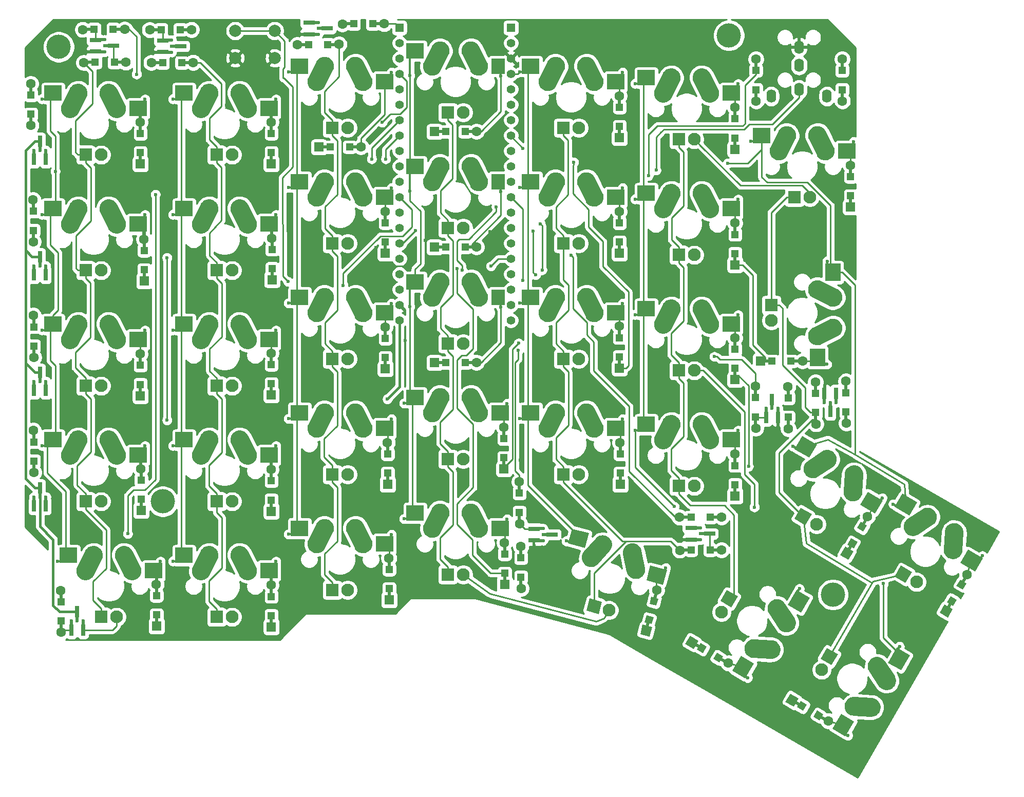
<source format=gtl>
G04 #@! TF.GenerationSoftware,KiCad,Pcbnew,(5.1.5)-3*
G04 #@! TF.CreationDate,2020-03-08T16:10:47+01:00*
G04 #@! TF.ProjectId,redox_hotswap_led,7265646f-785f-4686-9f74-737761705f6c,1.0*
G04 #@! TF.SameCoordinates,Original*
G04 #@! TF.FileFunction,Copper,L1,Top*
G04 #@! TF.FilePolarity,Positive*
%FSLAX46Y46*%
G04 Gerber Fmt 4.6, Leading zero omitted, Abs format (unit mm)*
G04 Created by KiCad (PCBNEW (5.1.5)-3) date 2020-03-08 16:10:47*
%MOMM*%
%LPD*%
G04 APERTURE LIST*
%ADD10C,0.600000*%
%ADD11C,0.100000*%
%ADD12C,2.100000*%
%ADD13R,0.400000X2.000000*%
%ADD14R,2.000000X0.400000*%
%ADD15R,2.100000X2.100000*%
%ADD16R,2.850000X2.500000*%
%ADD17R,0.400000X3.500000*%
%ADD18R,0.400000X1.000000*%
%ADD19R,2.250000X2.500000*%
%ADD20R,2.500000X2.850000*%
%ADD21C,4.000000*%
%ADD22R,1.400000X1.400000*%
%ADD23C,1.400000*%
%ADD24R,0.500000X2.500000*%
%ADD25C,1.600000*%
%ADD26R,1.200000X1.200000*%
%ADD27R,2.500000X0.500000*%
%ADD28R,1.600000X1.600000*%
%ADD29R,0.500000X1.000000*%
%ADD30R,0.800000X1.900000*%
%ADD31R,1.000000X0.500000*%
%ADD32R,1.900000X0.800000*%
%ADD33C,2.000000*%
%ADD34O,1.600000X2.200000*%
%ADD35C,0.500000*%
%ADD36C,0.250000*%
%ADD37C,0.400000*%
%ADD38C,0.254000*%
G04 APERTURE END LIST*
D10*
X215809723Y-167511216D03*
G04 #@! TA.AperFunction,SMDPad,CuDef*
D11*
G36*
X214681673Y-163905057D02*
G01*
X216846737Y-165155057D01*
X215421737Y-167623229D01*
X213256673Y-166373229D01*
X214681673Y-163905057D01*
G37*
G04 #@! TD.AperFunction*
G04 #@! TA.AperFunction,Conductor*
G36*
X216108909Y-167453011D02*
G01*
X215908909Y-167799421D01*
X214176859Y-166799421D01*
X214376859Y-166453011D01*
X216108909Y-167453011D01*
G37*
G04 #@! TD.AperFunction*
G04 #@! TA.AperFunction,SMDPad,CuDef*
G36*
X215461875Y-167270763D02*
G01*
X215075505Y-167374291D01*
X214557867Y-165442439D01*
X214944237Y-165338911D01*
X215461875Y-167270763D01*
G37*
G04 #@! TD.AperFunction*
G04 #@! TA.AperFunction,Conductor*
G36*
X224229820Y-152627182D02*
G01*
X224576230Y-152827182D01*
X223576230Y-154559232D01*
X223229820Y-154359232D01*
X224229820Y-152627182D01*
G37*
G04 #@! TD.AperFunction*
G04 #@! TA.AperFunction,SMDPad,CuDef*
G36*
X223889377Y-153036845D02*
G01*
X226054441Y-154286845D01*
X224629441Y-156755017D01*
X222464377Y-155505017D01*
X223889377Y-153036845D01*
G37*
G04 #@! TD.AperFunction*
D10*
X224348025Y-152822444D03*
G04 #@! TA.AperFunction,SMDPad,CuDef*
D11*
G36*
X223703315Y-153402058D02*
G01*
X224089685Y-153298530D01*
X224607323Y-155230382D01*
X224220953Y-155333910D01*
X223703315Y-153402058D01*
G37*
G04 #@! TD.AperFunction*
G04 #@! TA.AperFunction,WasherPad*
G36*
X216919340Y-161135527D02*
G01*
X219764024Y-161309515D01*
X219915212Y-161326240D01*
X220064032Y-161357703D01*
X220209052Y-161403601D01*
X220348874Y-161463493D01*
X220482153Y-161536802D01*
X220607605Y-161622821D01*
X220724021Y-161720722D01*
X220830280Y-161829563D01*
X220925360Y-161948295D01*
X221008344Y-162075774D01*
X221078433Y-162210774D01*
X221134953Y-162351993D01*
X221177358Y-162498073D01*
X221205241Y-162647605D01*
X221219399Y-162856624D01*
X221219399Y-162856626D01*
X221211935Y-163008553D01*
X221189616Y-163159016D01*
X221152657Y-163306567D01*
X221101412Y-163449785D01*
X221036377Y-163587291D01*
X220958177Y-163717760D01*
X220867565Y-163839936D01*
X220765415Y-163952642D01*
X220652709Y-164054792D01*
X220530533Y-164145404D01*
X220400064Y-164223604D01*
X220262558Y-164288639D01*
X220119340Y-164339884D01*
X219971789Y-164376843D01*
X219821326Y-164399162D01*
X219669399Y-164406626D01*
X219574774Y-164403735D01*
X216730090Y-164229747D01*
X216578902Y-164213022D01*
X216430082Y-164181559D01*
X216285062Y-164135661D01*
X216145240Y-164075769D01*
X216011961Y-164002460D01*
X215886509Y-163916441D01*
X215770093Y-163818540D01*
X215663834Y-163709699D01*
X215568754Y-163590967D01*
X215485770Y-163463488D01*
X215415681Y-163328488D01*
X215359161Y-163187269D01*
X215316756Y-163041189D01*
X215288873Y-162891657D01*
X215274715Y-162682638D01*
X215274715Y-162682636D01*
X215282179Y-162530709D01*
X215304498Y-162380246D01*
X215341457Y-162232695D01*
X215392702Y-162089477D01*
X215457737Y-161951971D01*
X215535937Y-161821502D01*
X215626549Y-161699326D01*
X215728699Y-161586620D01*
X215841405Y-161484470D01*
X215963581Y-161393858D01*
X216094050Y-161315658D01*
X216231556Y-161250623D01*
X216374774Y-161199378D01*
X216522325Y-161162419D01*
X216672788Y-161140100D01*
X216824715Y-161132636D01*
X216919340Y-161135527D01*
G37*
G04 #@! TD.AperFunction*
G04 #@! TA.AperFunction,ComponentPad*
G36*
X212386264Y-153040821D02*
G01*
X214204918Y-154090821D01*
X213154918Y-155909475D01*
X211336264Y-154859475D01*
X212386264Y-153040821D01*
G37*
G04 #@! TD.AperFunction*
G04 #@! TA.AperFunction,WasherPad*
G36*
X220829411Y-154544252D02*
G01*
X220979211Y-154570659D01*
X221125701Y-154611622D01*
X221267471Y-154666746D01*
X221403155Y-154735500D01*
X221531447Y-154817223D01*
X221651111Y-154911127D01*
X221760994Y-155016308D01*
X221860039Y-155131753D01*
X221928071Y-155226579D01*
X223501091Y-157603154D01*
X223578721Y-157733963D01*
X223643156Y-157871751D01*
X223693775Y-158015191D01*
X223730090Y-158162902D01*
X223751753Y-158313462D01*
X223758553Y-158465419D01*
X223750427Y-158617312D01*
X223727451Y-158767677D01*
X223689848Y-158915065D01*
X223637979Y-159058058D01*
X223572345Y-159195279D01*
X223493576Y-159325405D01*
X223402432Y-159447184D01*
X223299791Y-159559444D01*
X223186640Y-159661101D01*
X223064070Y-159751179D01*
X222901749Y-159845018D01*
X222901747Y-159845019D01*
X222762522Y-159906287D01*
X222617962Y-159953614D01*
X222469459Y-159986543D01*
X222318444Y-160004758D01*
X222166371Y-160008083D01*
X222014703Y-159996486D01*
X221864903Y-159970079D01*
X221718413Y-159929116D01*
X221576643Y-159873992D01*
X221440959Y-159805238D01*
X221312667Y-159723515D01*
X221193003Y-159629611D01*
X221083120Y-159524430D01*
X220984075Y-159408985D01*
X220916043Y-159314159D01*
X219343023Y-156937584D01*
X219265393Y-156806775D01*
X219200958Y-156668987D01*
X219150339Y-156525547D01*
X219114024Y-156377836D01*
X219092361Y-156227276D01*
X219085561Y-156075319D01*
X219093687Y-155923426D01*
X219116663Y-155773061D01*
X219154266Y-155625673D01*
X219206135Y-155482680D01*
X219271769Y-155345459D01*
X219350538Y-155215333D01*
X219441682Y-155093554D01*
X219544323Y-154981294D01*
X219657474Y-154879637D01*
X219780044Y-154789559D01*
X219942365Y-154695720D01*
X219942367Y-154695719D01*
X220081592Y-154634451D01*
X220226152Y-154587124D01*
X220374655Y-154554195D01*
X220525670Y-154535980D01*
X220677743Y-154532655D01*
X220829411Y-154544252D01*
G37*
G04 #@! TD.AperFunction*
D12*
X211500591Y-156674852D03*
D10*
X199299723Y-157986216D03*
G04 #@! TA.AperFunction,SMDPad,CuDef*
D11*
G36*
X198171673Y-154380057D02*
G01*
X200336737Y-155630057D01*
X198911737Y-158098229D01*
X196746673Y-156848229D01*
X198171673Y-154380057D01*
G37*
G04 #@! TD.AperFunction*
G04 #@! TA.AperFunction,Conductor*
G36*
X199598909Y-157928011D02*
G01*
X199398909Y-158274421D01*
X197666859Y-157274421D01*
X197866859Y-156928011D01*
X199598909Y-157928011D01*
G37*
G04 #@! TD.AperFunction*
G04 #@! TA.AperFunction,SMDPad,CuDef*
G36*
X198951875Y-157745763D02*
G01*
X198565505Y-157849291D01*
X198047867Y-155917439D01*
X198434237Y-155813911D01*
X198951875Y-157745763D01*
G37*
G04 #@! TD.AperFunction*
G04 #@! TA.AperFunction,Conductor*
G36*
X207719820Y-143102182D02*
G01*
X208066230Y-143302182D01*
X207066230Y-145034232D01*
X206719820Y-144834232D01*
X207719820Y-143102182D01*
G37*
G04 #@! TD.AperFunction*
G04 #@! TA.AperFunction,SMDPad,CuDef*
G36*
X207379377Y-143511845D02*
G01*
X209544441Y-144761845D01*
X208119441Y-147230017D01*
X205954377Y-145980017D01*
X207379377Y-143511845D01*
G37*
G04 #@! TD.AperFunction*
D10*
X207838025Y-143297444D03*
G04 #@! TA.AperFunction,SMDPad,CuDef*
D11*
G36*
X207193315Y-143877058D02*
G01*
X207579685Y-143773530D01*
X208097323Y-145705382D01*
X207710953Y-145808910D01*
X207193315Y-143877058D01*
G37*
G04 #@! TD.AperFunction*
G04 #@! TA.AperFunction,WasherPad*
G36*
X200409340Y-151610527D02*
G01*
X203254024Y-151784515D01*
X203405212Y-151801240D01*
X203554032Y-151832703D01*
X203699052Y-151878601D01*
X203838874Y-151938493D01*
X203972153Y-152011802D01*
X204097605Y-152097821D01*
X204214021Y-152195722D01*
X204320280Y-152304563D01*
X204415360Y-152423295D01*
X204498344Y-152550774D01*
X204568433Y-152685774D01*
X204624953Y-152826993D01*
X204667358Y-152973073D01*
X204695241Y-153122605D01*
X204709399Y-153331624D01*
X204709399Y-153331626D01*
X204701935Y-153483553D01*
X204679616Y-153634016D01*
X204642657Y-153781567D01*
X204591412Y-153924785D01*
X204526377Y-154062291D01*
X204448177Y-154192760D01*
X204357565Y-154314936D01*
X204255415Y-154427642D01*
X204142709Y-154529792D01*
X204020533Y-154620404D01*
X203890064Y-154698604D01*
X203752558Y-154763639D01*
X203609340Y-154814884D01*
X203461789Y-154851843D01*
X203311326Y-154874162D01*
X203159399Y-154881626D01*
X203064774Y-154878735D01*
X200220090Y-154704747D01*
X200068902Y-154688022D01*
X199920082Y-154656559D01*
X199775062Y-154610661D01*
X199635240Y-154550769D01*
X199501961Y-154477460D01*
X199376509Y-154391441D01*
X199260093Y-154293540D01*
X199153834Y-154184699D01*
X199058754Y-154065967D01*
X198975770Y-153938488D01*
X198905681Y-153803488D01*
X198849161Y-153662269D01*
X198806756Y-153516189D01*
X198778873Y-153366657D01*
X198764715Y-153157638D01*
X198764715Y-153157636D01*
X198772179Y-153005709D01*
X198794498Y-152855246D01*
X198831457Y-152707695D01*
X198882702Y-152564477D01*
X198947737Y-152426971D01*
X199025937Y-152296502D01*
X199116549Y-152174326D01*
X199218699Y-152061620D01*
X199331405Y-151959470D01*
X199453581Y-151868858D01*
X199584050Y-151790658D01*
X199721556Y-151725623D01*
X199864774Y-151674378D01*
X200012325Y-151637419D01*
X200162788Y-151615100D01*
X200314715Y-151607636D01*
X200409340Y-151610527D01*
G37*
G04 #@! TD.AperFunction*
G04 #@! TA.AperFunction,ComponentPad*
G36*
X195876264Y-143515821D02*
G01*
X197694918Y-144565821D01*
X196644918Y-146384475D01*
X194826264Y-145334475D01*
X195876264Y-143515821D01*
G37*
G04 #@! TD.AperFunction*
G04 #@! TA.AperFunction,WasherPad*
G36*
X204319411Y-145019252D02*
G01*
X204469211Y-145045659D01*
X204615701Y-145086622D01*
X204757471Y-145141746D01*
X204893155Y-145210500D01*
X205021447Y-145292223D01*
X205141111Y-145386127D01*
X205250994Y-145491308D01*
X205350039Y-145606753D01*
X205418071Y-145701579D01*
X206991091Y-148078154D01*
X207068721Y-148208963D01*
X207133156Y-148346751D01*
X207183775Y-148490191D01*
X207220090Y-148637902D01*
X207241753Y-148788462D01*
X207248553Y-148940419D01*
X207240427Y-149092312D01*
X207217451Y-149242677D01*
X207179848Y-149390065D01*
X207127979Y-149533058D01*
X207062345Y-149670279D01*
X206983576Y-149800405D01*
X206892432Y-149922184D01*
X206789791Y-150034444D01*
X206676640Y-150136101D01*
X206554070Y-150226179D01*
X206391749Y-150320018D01*
X206391747Y-150320019D01*
X206252522Y-150381287D01*
X206107962Y-150428614D01*
X205959459Y-150461543D01*
X205808444Y-150479758D01*
X205656371Y-150483083D01*
X205504703Y-150471486D01*
X205354903Y-150445079D01*
X205208413Y-150404116D01*
X205066643Y-150348992D01*
X204930959Y-150280238D01*
X204802667Y-150198515D01*
X204683003Y-150104611D01*
X204573120Y-149999430D01*
X204474075Y-149883985D01*
X204406043Y-149789159D01*
X202833023Y-147412584D01*
X202755393Y-147281775D01*
X202690958Y-147143987D01*
X202640339Y-147000547D01*
X202604024Y-146852836D01*
X202582361Y-146702276D01*
X202575561Y-146550319D01*
X202583687Y-146398426D01*
X202606663Y-146248061D01*
X202644266Y-146100673D01*
X202696135Y-145957680D01*
X202761769Y-145820459D01*
X202840538Y-145690333D01*
X202931682Y-145568554D01*
X203034323Y-145456294D01*
X203147474Y-145354637D01*
X203270044Y-145264559D01*
X203432365Y-145170720D01*
X203432367Y-145170719D01*
X203571592Y-145109451D01*
X203716152Y-145062124D01*
X203864655Y-145029195D01*
X204015670Y-145010980D01*
X204167743Y-145007655D01*
X204319411Y-145019252D01*
G37*
G04 #@! TD.AperFunction*
D12*
X194990591Y-147149852D03*
G04 #@! TA.AperFunction,SMDPad,CuDef*
D11*
G36*
X159595685Y-132241472D02*
G01*
X159878528Y-132524315D01*
X158464315Y-133938528D01*
X158181472Y-133655685D01*
X159595685Y-132241472D01*
G37*
G04 #@! TD.AperFunction*
G04 #@! TA.AperFunction,SMDPad,CuDef*
G36*
X143464315Y-132038528D02*
G01*
X143181472Y-131755685D01*
X144595685Y-130341472D01*
X144878528Y-130624315D01*
X143464315Y-132038528D01*
G37*
G04 #@! TD.AperFunction*
G04 #@! TA.AperFunction,WasherPad*
G36*
X153863032Y-129266889D02*
G01*
X154012832Y-129293296D01*
X154159322Y-129334259D01*
X154301092Y-129389383D01*
X154436776Y-129458137D01*
X154565068Y-129539860D01*
X154684732Y-129633764D01*
X154794615Y-129738945D01*
X154893660Y-129854390D01*
X154980912Y-129978988D01*
X155056317Y-130113111D01*
X156327981Y-132663674D01*
X156389091Y-132802969D01*
X156436253Y-132947583D01*
X156469014Y-133096123D01*
X156487057Y-133247158D01*
X156490210Y-133399235D01*
X156478441Y-133550889D01*
X156451864Y-133700659D01*
X156410735Y-133847103D01*
X156355450Y-133988810D01*
X156286541Y-134124416D01*
X156204673Y-134252615D01*
X156110633Y-134372172D01*
X156005327Y-134481936D01*
X155889770Y-134580850D01*
X155765074Y-134667960D01*
X155634014Y-134741643D01*
X155634012Y-134741644D01*
X155494787Y-134802912D01*
X155350227Y-134850239D01*
X155201724Y-134883168D01*
X155050709Y-134901383D01*
X154898636Y-134904708D01*
X154746968Y-134893111D01*
X154597168Y-134866704D01*
X154450678Y-134825741D01*
X154308908Y-134770617D01*
X154173224Y-134701863D01*
X154044932Y-134620140D01*
X153925268Y-134526236D01*
X153815385Y-134421055D01*
X153716340Y-134305610D01*
X153629088Y-134181012D01*
X153553683Y-134046889D01*
X152282019Y-131496326D01*
X152220909Y-131357031D01*
X152173747Y-131212417D01*
X152140986Y-131063877D01*
X152122943Y-130912842D01*
X152119790Y-130760765D01*
X152131559Y-130609111D01*
X152158136Y-130459341D01*
X152199265Y-130312897D01*
X152254550Y-130171190D01*
X152323459Y-130035584D01*
X152405327Y-129907385D01*
X152499367Y-129787828D01*
X152604673Y-129678064D01*
X152720230Y-129579150D01*
X152844926Y-129492040D01*
X152975986Y-129418357D01*
X152975988Y-129418356D01*
X153115213Y-129357088D01*
X153259773Y-129309761D01*
X153408276Y-129276832D01*
X153559291Y-129258617D01*
X153711364Y-129255292D01*
X153863032Y-129266889D01*
G37*
G04 #@! TD.AperFunction*
G04 #@! TA.AperFunction,WasherPad*
G36*
X148698954Y-129258494D02*
G01*
X148849989Y-129276537D01*
X148998529Y-129309298D01*
X149143143Y-129356460D01*
X149284012Y-129418356D01*
X149284014Y-129418357D01*
X149416563Y-129492976D01*
X149541161Y-129580228D01*
X149656606Y-129679273D01*
X149761787Y-129789156D01*
X149855691Y-129908820D01*
X149937414Y-130037112D01*
X150006168Y-130172796D01*
X150061292Y-130314566D01*
X150102255Y-130461056D01*
X150128662Y-130610856D01*
X150140259Y-130762524D01*
X150136934Y-130914597D01*
X150118719Y-131065612D01*
X150085790Y-131214115D01*
X150038463Y-131358675D01*
X149977981Y-131496326D01*
X148706317Y-134046889D01*
X148631848Y-134179523D01*
X148544738Y-134304219D01*
X148445824Y-134419776D01*
X148336060Y-134525082D01*
X148216503Y-134619122D01*
X148088304Y-134700990D01*
X147952698Y-134769899D01*
X147810991Y-134825184D01*
X147664547Y-134866313D01*
X147514777Y-134892890D01*
X147363123Y-134904659D01*
X147211046Y-134901506D01*
X147060011Y-134883463D01*
X146911471Y-134850702D01*
X146766857Y-134803540D01*
X146625988Y-134741644D01*
X146625986Y-134741643D01*
X146493437Y-134667024D01*
X146368839Y-134579772D01*
X146253394Y-134480727D01*
X146148213Y-134370844D01*
X146054309Y-134251180D01*
X145972586Y-134122888D01*
X145903832Y-133987204D01*
X145848708Y-133845434D01*
X145807745Y-133698944D01*
X145781338Y-133549144D01*
X145769741Y-133397476D01*
X145773066Y-133245403D01*
X145791281Y-133094388D01*
X145824210Y-132945885D01*
X145871537Y-132801325D01*
X145932019Y-132663674D01*
X147203683Y-130113111D01*
X147278152Y-129980477D01*
X147365262Y-129855781D01*
X147464176Y-129740224D01*
X147573940Y-129634918D01*
X147693497Y-129540878D01*
X147821696Y-129459010D01*
X147957302Y-129390101D01*
X148099009Y-129334816D01*
X148245453Y-129293687D01*
X148395223Y-129267110D01*
X148546877Y-129255341D01*
X148698954Y-129258494D01*
G37*
G04 #@! TD.AperFunction*
D10*
X159630000Y-131820000D03*
D13*
X159630000Y-132590000D03*
D14*
X143530000Y-131770000D03*
D10*
X142640000Y-131770000D03*
D12*
X152400000Y-140970000D03*
D15*
X149860000Y-140970000D03*
D16*
X158496000Y-133350000D03*
X144480000Y-130810000D03*
G04 #@! TA.AperFunction,SMDPad,CuDef*
D11*
G36*
X140545685Y-134781472D02*
G01*
X140828528Y-135064315D01*
X139414315Y-136478528D01*
X139131472Y-136195685D01*
X140545685Y-134781472D01*
G37*
G04 #@! TD.AperFunction*
G04 #@! TA.AperFunction,SMDPad,CuDef*
G36*
X124414315Y-134578528D02*
G01*
X124131472Y-134295685D01*
X125545685Y-132881472D01*
X125828528Y-133164315D01*
X124414315Y-134578528D01*
G37*
G04 #@! TD.AperFunction*
G04 #@! TA.AperFunction,WasherPad*
G36*
X134813032Y-131806889D02*
G01*
X134962832Y-131833296D01*
X135109322Y-131874259D01*
X135251092Y-131929383D01*
X135386776Y-131998137D01*
X135515068Y-132079860D01*
X135634732Y-132173764D01*
X135744615Y-132278945D01*
X135843660Y-132394390D01*
X135930912Y-132518988D01*
X136006317Y-132653111D01*
X137277981Y-135203674D01*
X137339091Y-135342969D01*
X137386253Y-135487583D01*
X137419014Y-135636123D01*
X137437057Y-135787158D01*
X137440210Y-135939235D01*
X137428441Y-136090889D01*
X137401864Y-136240659D01*
X137360735Y-136387103D01*
X137305450Y-136528810D01*
X137236541Y-136664416D01*
X137154673Y-136792615D01*
X137060633Y-136912172D01*
X136955327Y-137021936D01*
X136839770Y-137120850D01*
X136715074Y-137207960D01*
X136584014Y-137281643D01*
X136584012Y-137281644D01*
X136444787Y-137342912D01*
X136300227Y-137390239D01*
X136151724Y-137423168D01*
X136000709Y-137441383D01*
X135848636Y-137444708D01*
X135696968Y-137433111D01*
X135547168Y-137406704D01*
X135400678Y-137365741D01*
X135258908Y-137310617D01*
X135123224Y-137241863D01*
X134994932Y-137160140D01*
X134875268Y-137066236D01*
X134765385Y-136961055D01*
X134666340Y-136845610D01*
X134579088Y-136721012D01*
X134503683Y-136586889D01*
X133232019Y-134036326D01*
X133170909Y-133897031D01*
X133123747Y-133752417D01*
X133090986Y-133603877D01*
X133072943Y-133452842D01*
X133069790Y-133300765D01*
X133081559Y-133149111D01*
X133108136Y-132999341D01*
X133149265Y-132852897D01*
X133204550Y-132711190D01*
X133273459Y-132575584D01*
X133355327Y-132447385D01*
X133449367Y-132327828D01*
X133554673Y-132218064D01*
X133670230Y-132119150D01*
X133794926Y-132032040D01*
X133925986Y-131958357D01*
X133925988Y-131958356D01*
X134065213Y-131897088D01*
X134209773Y-131849761D01*
X134358276Y-131816832D01*
X134509291Y-131798617D01*
X134661364Y-131795292D01*
X134813032Y-131806889D01*
G37*
G04 #@! TD.AperFunction*
G04 #@! TA.AperFunction,WasherPad*
G36*
X129648954Y-131798494D02*
G01*
X129799989Y-131816537D01*
X129948529Y-131849298D01*
X130093143Y-131896460D01*
X130234012Y-131958356D01*
X130234014Y-131958357D01*
X130366563Y-132032976D01*
X130491161Y-132120228D01*
X130606606Y-132219273D01*
X130711787Y-132329156D01*
X130805691Y-132448820D01*
X130887414Y-132577112D01*
X130956168Y-132712796D01*
X131011292Y-132854566D01*
X131052255Y-133001056D01*
X131078662Y-133150856D01*
X131090259Y-133302524D01*
X131086934Y-133454597D01*
X131068719Y-133605612D01*
X131035790Y-133754115D01*
X130988463Y-133898675D01*
X130927981Y-134036326D01*
X129656317Y-136586889D01*
X129581848Y-136719523D01*
X129494738Y-136844219D01*
X129395824Y-136959776D01*
X129286060Y-137065082D01*
X129166503Y-137159122D01*
X129038304Y-137240990D01*
X128902698Y-137309899D01*
X128760991Y-137365184D01*
X128614547Y-137406313D01*
X128464777Y-137432890D01*
X128313123Y-137444659D01*
X128161046Y-137441506D01*
X128010011Y-137423463D01*
X127861471Y-137390702D01*
X127716857Y-137343540D01*
X127575988Y-137281644D01*
X127575986Y-137281643D01*
X127443437Y-137207024D01*
X127318839Y-137119772D01*
X127203394Y-137020727D01*
X127098213Y-136910844D01*
X127004309Y-136791180D01*
X126922586Y-136662888D01*
X126853832Y-136527204D01*
X126798708Y-136385434D01*
X126757745Y-136238944D01*
X126731338Y-136089144D01*
X126719741Y-135937476D01*
X126723066Y-135785403D01*
X126741281Y-135634388D01*
X126774210Y-135485885D01*
X126821537Y-135341325D01*
X126882019Y-135203674D01*
X128153683Y-132653111D01*
X128228152Y-132520477D01*
X128315262Y-132395781D01*
X128414176Y-132280224D01*
X128523940Y-132174918D01*
X128643497Y-132080878D01*
X128771696Y-131999010D01*
X128907302Y-131930101D01*
X129049009Y-131874816D01*
X129195453Y-131833687D01*
X129345223Y-131807110D01*
X129496877Y-131795341D01*
X129648954Y-131798494D01*
G37*
G04 #@! TD.AperFunction*
D10*
X140580000Y-134360000D03*
D13*
X140580000Y-135130000D03*
D14*
X124480000Y-134310000D03*
D10*
X123590000Y-134310000D03*
D12*
X133350000Y-143510000D03*
D15*
X130810000Y-143510000D03*
D16*
X139446000Y-135890000D03*
X125430000Y-133350000D03*
G04 #@! TA.AperFunction,SMDPad,CuDef*
D11*
G36*
X121495685Y-139226472D02*
G01*
X121778528Y-139509315D01*
X120364315Y-140923528D01*
X120081472Y-140640685D01*
X121495685Y-139226472D01*
G37*
G04 #@! TD.AperFunction*
G04 #@! TA.AperFunction,SMDPad,CuDef*
G36*
X105364315Y-139023528D02*
G01*
X105081472Y-138740685D01*
X106495685Y-137326472D01*
X106778528Y-137609315D01*
X105364315Y-139023528D01*
G37*
G04 #@! TD.AperFunction*
G04 #@! TA.AperFunction,WasherPad*
G36*
X115763032Y-136251889D02*
G01*
X115912832Y-136278296D01*
X116059322Y-136319259D01*
X116201092Y-136374383D01*
X116336776Y-136443137D01*
X116465068Y-136524860D01*
X116584732Y-136618764D01*
X116694615Y-136723945D01*
X116793660Y-136839390D01*
X116880912Y-136963988D01*
X116956317Y-137098111D01*
X118227981Y-139648674D01*
X118289091Y-139787969D01*
X118336253Y-139932583D01*
X118369014Y-140081123D01*
X118387057Y-140232158D01*
X118390210Y-140384235D01*
X118378441Y-140535889D01*
X118351864Y-140685659D01*
X118310735Y-140832103D01*
X118255450Y-140973810D01*
X118186541Y-141109416D01*
X118104673Y-141237615D01*
X118010633Y-141357172D01*
X117905327Y-141466936D01*
X117789770Y-141565850D01*
X117665074Y-141652960D01*
X117534014Y-141726643D01*
X117534012Y-141726644D01*
X117394787Y-141787912D01*
X117250227Y-141835239D01*
X117101724Y-141868168D01*
X116950709Y-141886383D01*
X116798636Y-141889708D01*
X116646968Y-141878111D01*
X116497168Y-141851704D01*
X116350678Y-141810741D01*
X116208908Y-141755617D01*
X116073224Y-141686863D01*
X115944932Y-141605140D01*
X115825268Y-141511236D01*
X115715385Y-141406055D01*
X115616340Y-141290610D01*
X115529088Y-141166012D01*
X115453683Y-141031889D01*
X114182019Y-138481326D01*
X114120909Y-138342031D01*
X114073747Y-138197417D01*
X114040986Y-138048877D01*
X114022943Y-137897842D01*
X114019790Y-137745765D01*
X114031559Y-137594111D01*
X114058136Y-137444341D01*
X114099265Y-137297897D01*
X114154550Y-137156190D01*
X114223459Y-137020584D01*
X114305327Y-136892385D01*
X114399367Y-136772828D01*
X114504673Y-136663064D01*
X114620230Y-136564150D01*
X114744926Y-136477040D01*
X114875986Y-136403357D01*
X114875988Y-136403356D01*
X115015213Y-136342088D01*
X115159773Y-136294761D01*
X115308276Y-136261832D01*
X115459291Y-136243617D01*
X115611364Y-136240292D01*
X115763032Y-136251889D01*
G37*
G04 #@! TD.AperFunction*
G04 #@! TA.AperFunction,WasherPad*
G36*
X110598954Y-136243494D02*
G01*
X110749989Y-136261537D01*
X110898529Y-136294298D01*
X111043143Y-136341460D01*
X111184012Y-136403356D01*
X111184014Y-136403357D01*
X111316563Y-136477976D01*
X111441161Y-136565228D01*
X111556606Y-136664273D01*
X111661787Y-136774156D01*
X111755691Y-136893820D01*
X111837414Y-137022112D01*
X111906168Y-137157796D01*
X111961292Y-137299566D01*
X112002255Y-137446056D01*
X112028662Y-137595856D01*
X112040259Y-137747524D01*
X112036934Y-137899597D01*
X112018719Y-138050612D01*
X111985790Y-138199115D01*
X111938463Y-138343675D01*
X111877981Y-138481326D01*
X110606317Y-141031889D01*
X110531848Y-141164523D01*
X110444738Y-141289219D01*
X110345824Y-141404776D01*
X110236060Y-141510082D01*
X110116503Y-141604122D01*
X109988304Y-141685990D01*
X109852698Y-141754899D01*
X109710991Y-141810184D01*
X109564547Y-141851313D01*
X109414777Y-141877890D01*
X109263123Y-141889659D01*
X109111046Y-141886506D01*
X108960011Y-141868463D01*
X108811471Y-141835702D01*
X108666857Y-141788540D01*
X108525988Y-141726644D01*
X108525986Y-141726643D01*
X108393437Y-141652024D01*
X108268839Y-141564772D01*
X108153394Y-141465727D01*
X108048213Y-141355844D01*
X107954309Y-141236180D01*
X107872586Y-141107888D01*
X107803832Y-140972204D01*
X107748708Y-140830434D01*
X107707745Y-140683944D01*
X107681338Y-140534144D01*
X107669741Y-140382476D01*
X107673066Y-140230403D01*
X107691281Y-140079388D01*
X107724210Y-139930885D01*
X107771537Y-139786325D01*
X107832019Y-139648674D01*
X109103683Y-137098111D01*
X109178152Y-136965477D01*
X109265262Y-136840781D01*
X109364176Y-136725224D01*
X109473940Y-136619918D01*
X109593497Y-136525878D01*
X109721696Y-136444010D01*
X109857302Y-136375101D01*
X109999009Y-136319816D01*
X110145453Y-136278687D01*
X110295223Y-136252110D01*
X110446877Y-136240341D01*
X110598954Y-136243494D01*
G37*
G04 #@! TD.AperFunction*
D10*
X121530000Y-138805000D03*
D13*
X121530000Y-139575000D03*
D14*
X105430000Y-138755000D03*
D10*
X104540000Y-138755000D03*
D12*
X114300000Y-147955000D03*
D15*
X111760000Y-147955000D03*
D16*
X120396000Y-140335000D03*
X106380000Y-137795000D03*
G04 #@! TA.AperFunction,SMDPad,CuDef*
D11*
G36*
X102445685Y-139226472D02*
G01*
X102728528Y-139509315D01*
X101314315Y-140923528D01*
X101031472Y-140640685D01*
X102445685Y-139226472D01*
G37*
G04 #@! TD.AperFunction*
G04 #@! TA.AperFunction,SMDPad,CuDef*
G36*
X86314315Y-139023528D02*
G01*
X86031472Y-138740685D01*
X87445685Y-137326472D01*
X87728528Y-137609315D01*
X86314315Y-139023528D01*
G37*
G04 #@! TD.AperFunction*
G04 #@! TA.AperFunction,WasherPad*
G36*
X96713032Y-136251889D02*
G01*
X96862832Y-136278296D01*
X97009322Y-136319259D01*
X97151092Y-136374383D01*
X97286776Y-136443137D01*
X97415068Y-136524860D01*
X97534732Y-136618764D01*
X97644615Y-136723945D01*
X97743660Y-136839390D01*
X97830912Y-136963988D01*
X97906317Y-137098111D01*
X99177981Y-139648674D01*
X99239091Y-139787969D01*
X99286253Y-139932583D01*
X99319014Y-140081123D01*
X99337057Y-140232158D01*
X99340210Y-140384235D01*
X99328441Y-140535889D01*
X99301864Y-140685659D01*
X99260735Y-140832103D01*
X99205450Y-140973810D01*
X99136541Y-141109416D01*
X99054673Y-141237615D01*
X98960633Y-141357172D01*
X98855327Y-141466936D01*
X98739770Y-141565850D01*
X98615074Y-141652960D01*
X98484014Y-141726643D01*
X98484012Y-141726644D01*
X98344787Y-141787912D01*
X98200227Y-141835239D01*
X98051724Y-141868168D01*
X97900709Y-141886383D01*
X97748636Y-141889708D01*
X97596968Y-141878111D01*
X97447168Y-141851704D01*
X97300678Y-141810741D01*
X97158908Y-141755617D01*
X97023224Y-141686863D01*
X96894932Y-141605140D01*
X96775268Y-141511236D01*
X96665385Y-141406055D01*
X96566340Y-141290610D01*
X96479088Y-141166012D01*
X96403683Y-141031889D01*
X95132019Y-138481326D01*
X95070909Y-138342031D01*
X95023747Y-138197417D01*
X94990986Y-138048877D01*
X94972943Y-137897842D01*
X94969790Y-137745765D01*
X94981559Y-137594111D01*
X95008136Y-137444341D01*
X95049265Y-137297897D01*
X95104550Y-137156190D01*
X95173459Y-137020584D01*
X95255327Y-136892385D01*
X95349367Y-136772828D01*
X95454673Y-136663064D01*
X95570230Y-136564150D01*
X95694926Y-136477040D01*
X95825986Y-136403357D01*
X95825988Y-136403356D01*
X95965213Y-136342088D01*
X96109773Y-136294761D01*
X96258276Y-136261832D01*
X96409291Y-136243617D01*
X96561364Y-136240292D01*
X96713032Y-136251889D01*
G37*
G04 #@! TD.AperFunction*
G04 #@! TA.AperFunction,WasherPad*
G36*
X91548954Y-136243494D02*
G01*
X91699989Y-136261537D01*
X91848529Y-136294298D01*
X91993143Y-136341460D01*
X92134012Y-136403356D01*
X92134014Y-136403357D01*
X92266563Y-136477976D01*
X92391161Y-136565228D01*
X92506606Y-136664273D01*
X92611787Y-136774156D01*
X92705691Y-136893820D01*
X92787414Y-137022112D01*
X92856168Y-137157796D01*
X92911292Y-137299566D01*
X92952255Y-137446056D01*
X92978662Y-137595856D01*
X92990259Y-137747524D01*
X92986934Y-137899597D01*
X92968719Y-138050612D01*
X92935790Y-138199115D01*
X92888463Y-138343675D01*
X92827981Y-138481326D01*
X91556317Y-141031889D01*
X91481848Y-141164523D01*
X91394738Y-141289219D01*
X91295824Y-141404776D01*
X91186060Y-141510082D01*
X91066503Y-141604122D01*
X90938304Y-141685990D01*
X90802698Y-141754899D01*
X90660991Y-141810184D01*
X90514547Y-141851313D01*
X90364777Y-141877890D01*
X90213123Y-141889659D01*
X90061046Y-141886506D01*
X89910011Y-141868463D01*
X89761471Y-141835702D01*
X89616857Y-141788540D01*
X89475988Y-141726644D01*
X89475986Y-141726643D01*
X89343437Y-141652024D01*
X89218839Y-141564772D01*
X89103394Y-141465727D01*
X88998213Y-141355844D01*
X88904309Y-141236180D01*
X88822586Y-141107888D01*
X88753832Y-140972204D01*
X88698708Y-140830434D01*
X88657745Y-140683944D01*
X88631338Y-140534144D01*
X88619741Y-140382476D01*
X88623066Y-140230403D01*
X88641281Y-140079388D01*
X88674210Y-139930885D01*
X88721537Y-139786325D01*
X88782019Y-139648674D01*
X90053683Y-137098111D01*
X90128152Y-136965477D01*
X90215262Y-136840781D01*
X90314176Y-136725224D01*
X90423940Y-136619918D01*
X90543497Y-136525878D01*
X90671696Y-136444010D01*
X90807302Y-136375101D01*
X90949009Y-136319816D01*
X91095453Y-136278687D01*
X91245223Y-136252110D01*
X91396877Y-136240341D01*
X91548954Y-136243494D01*
G37*
G04 #@! TD.AperFunction*
D10*
X102480000Y-138805000D03*
D13*
X102480000Y-139575000D03*
D14*
X86380000Y-138755000D03*
D10*
X85490000Y-138755000D03*
D12*
X95250000Y-147955000D03*
D15*
X92710000Y-147955000D03*
D16*
X101346000Y-140335000D03*
X87330000Y-137795000D03*
G04 #@! TA.AperFunction,SMDPad,CuDef*
D11*
G36*
X237755763Y-138233125D02*
G01*
X237859291Y-138619495D01*
X235927439Y-139137133D01*
X235823911Y-138750763D01*
X237755763Y-138233125D01*
G37*
G04 #@! TD.AperFunction*
G04 #@! TA.AperFunction,SMDPad,CuDef*
G36*
X223887058Y-129991685D02*
G01*
X223783530Y-129605315D01*
X225715382Y-129087677D01*
X225818910Y-129474047D01*
X223887058Y-129991685D01*
G37*
G04 #@! TD.AperFunction*
G04 #@! TA.AperFunction,WasherPad*
G36*
X233493553Y-132483065D02*
G01*
X233644016Y-132505384D01*
X233791567Y-132542343D01*
X233934785Y-132593588D01*
X234072291Y-132658623D01*
X234202760Y-132736823D01*
X234324936Y-132827435D01*
X234437642Y-132929585D01*
X234539792Y-133042291D01*
X234630404Y-133164467D01*
X234708604Y-133294936D01*
X234773639Y-133432442D01*
X234824884Y-133575660D01*
X234861843Y-133723211D01*
X234884162Y-133873674D01*
X234891626Y-134025601D01*
X234888735Y-134120226D01*
X234714747Y-136964910D01*
X234698022Y-137116098D01*
X234666559Y-137264918D01*
X234620661Y-137409938D01*
X234560769Y-137549760D01*
X234487460Y-137683039D01*
X234401441Y-137808491D01*
X234303540Y-137924907D01*
X234194699Y-138031166D01*
X234075967Y-138126246D01*
X233948488Y-138209230D01*
X233813488Y-138279319D01*
X233672269Y-138335839D01*
X233526189Y-138378244D01*
X233376657Y-138406127D01*
X233167638Y-138420285D01*
X233167636Y-138420285D01*
X233015709Y-138412821D01*
X232865246Y-138390502D01*
X232717695Y-138353543D01*
X232574477Y-138302298D01*
X232436971Y-138237263D01*
X232306502Y-138159063D01*
X232184326Y-138068451D01*
X232071620Y-137966301D01*
X231969470Y-137853595D01*
X231878858Y-137731419D01*
X231800658Y-137600950D01*
X231735623Y-137463444D01*
X231684378Y-137320226D01*
X231647419Y-137172675D01*
X231625100Y-137022212D01*
X231617636Y-136870285D01*
X231620527Y-136775660D01*
X231794515Y-133930976D01*
X231811240Y-133779788D01*
X231842703Y-133630968D01*
X231888601Y-133485948D01*
X231948493Y-133346126D01*
X232021802Y-133212847D01*
X232107821Y-133087395D01*
X232205722Y-132970979D01*
X232314563Y-132864720D01*
X232433295Y-132769640D01*
X232560774Y-132686656D01*
X232695774Y-132616567D01*
X232836993Y-132560047D01*
X232983073Y-132517642D01*
X233132605Y-132489759D01*
X233341624Y-132475601D01*
X233341626Y-132475601D01*
X233493553Y-132483065D01*
G37*
G04 #@! TD.AperFunction*
G04 #@! TA.AperFunction,WasherPad*
G36*
X229102312Y-129944573D02*
G01*
X229252677Y-129967549D01*
X229400065Y-130005152D01*
X229543058Y-130057021D01*
X229680279Y-130122655D01*
X229810405Y-130201424D01*
X229932184Y-130292568D01*
X230044444Y-130395209D01*
X230146101Y-130508360D01*
X230236179Y-130630930D01*
X230330018Y-130793251D01*
X230330019Y-130793253D01*
X230391287Y-130932478D01*
X230438614Y-131077038D01*
X230471543Y-131225541D01*
X230489758Y-131376556D01*
X230493083Y-131528629D01*
X230481486Y-131680297D01*
X230455079Y-131830097D01*
X230414116Y-131976587D01*
X230358992Y-132118357D01*
X230290238Y-132254041D01*
X230208515Y-132382333D01*
X230114611Y-132501997D01*
X230009430Y-132611880D01*
X229893985Y-132710925D01*
X229799159Y-132778957D01*
X227422584Y-134351977D01*
X227291775Y-134429607D01*
X227153987Y-134494042D01*
X227010547Y-134544661D01*
X226862836Y-134580976D01*
X226712276Y-134602639D01*
X226560319Y-134609439D01*
X226408426Y-134601313D01*
X226258061Y-134578337D01*
X226110673Y-134540734D01*
X225967680Y-134488865D01*
X225830459Y-134423231D01*
X225700333Y-134344462D01*
X225578554Y-134253318D01*
X225466294Y-134150677D01*
X225364637Y-134037526D01*
X225274559Y-133914956D01*
X225180720Y-133752635D01*
X225180719Y-133752633D01*
X225119451Y-133613408D01*
X225072124Y-133468848D01*
X225039195Y-133320345D01*
X225020980Y-133169330D01*
X225017655Y-133017257D01*
X225029252Y-132865589D01*
X225055659Y-132715789D01*
X225096622Y-132569299D01*
X225151746Y-132427529D01*
X225220500Y-132291845D01*
X225302223Y-132163553D01*
X225396127Y-132043889D01*
X225501308Y-131934006D01*
X225616753Y-131834961D01*
X225711579Y-131766929D01*
X228088154Y-130193909D01*
X228218963Y-130116279D01*
X228356751Y-130051844D01*
X228500191Y-130001225D01*
X228647902Y-129964910D01*
X228798462Y-129943247D01*
X228950419Y-129936447D01*
X229102312Y-129944573D01*
G37*
G04 #@! TD.AperFunction*
D10*
X237996216Y-137885277D03*
G04 #@! TA.AperFunction,Conductor*
D11*
G36*
X237938011Y-137586091D02*
G01*
X238284421Y-137786091D01*
X237284421Y-139518141D01*
X236938011Y-139318141D01*
X237938011Y-137586091D01*
G37*
G04 #@! TD.AperFunction*
G04 #@! TA.AperFunction,Conductor*
G36*
X223112182Y-129465180D02*
G01*
X223312182Y-129118770D01*
X225044232Y-130118770D01*
X224844232Y-130465180D01*
X223112182Y-129465180D01*
G37*
G04 #@! TD.AperFunction*
D10*
X223307444Y-129346975D03*
D12*
X227159852Y-142194409D03*
G04 #@! TA.AperFunction,ComponentPad*
D11*
G36*
X223525821Y-141308736D02*
G01*
X224575821Y-139490082D01*
X226394475Y-140540082D01*
X225344475Y-142358736D01*
X223525821Y-141308736D01*
G37*
G04 #@! TD.AperFunction*
G04 #@! TA.AperFunction,SMDPad,CuDef*
G36*
X234390057Y-139013327D02*
G01*
X235640057Y-136848263D01*
X238108229Y-138273263D01*
X236858229Y-140438327D01*
X234390057Y-139013327D01*
G37*
G04 #@! TD.AperFunction*
G04 #@! TA.AperFunction,SMDPad,CuDef*
G36*
X223521845Y-129805623D02*
G01*
X224771845Y-127640559D01*
X227240017Y-129065559D01*
X225990017Y-131230623D01*
X223521845Y-129805623D01*
G37*
G04 #@! TD.AperFunction*
G04 #@! TA.AperFunction,SMDPad,CuDef*
G36*
X197695685Y-117636472D02*
G01*
X197978528Y-117919315D01*
X196564315Y-119333528D01*
X196281472Y-119050685D01*
X197695685Y-117636472D01*
G37*
G04 #@! TD.AperFunction*
G04 #@! TA.AperFunction,SMDPad,CuDef*
G36*
X181564315Y-117433528D02*
G01*
X181281472Y-117150685D01*
X182695685Y-115736472D01*
X182978528Y-116019315D01*
X181564315Y-117433528D01*
G37*
G04 #@! TD.AperFunction*
G04 #@! TA.AperFunction,WasherPad*
G36*
X191963032Y-114661889D02*
G01*
X192112832Y-114688296D01*
X192259322Y-114729259D01*
X192401092Y-114784383D01*
X192536776Y-114853137D01*
X192665068Y-114934860D01*
X192784732Y-115028764D01*
X192894615Y-115133945D01*
X192993660Y-115249390D01*
X193080912Y-115373988D01*
X193156317Y-115508111D01*
X194427981Y-118058674D01*
X194489091Y-118197969D01*
X194536253Y-118342583D01*
X194569014Y-118491123D01*
X194587057Y-118642158D01*
X194590210Y-118794235D01*
X194578441Y-118945889D01*
X194551864Y-119095659D01*
X194510735Y-119242103D01*
X194455450Y-119383810D01*
X194386541Y-119519416D01*
X194304673Y-119647615D01*
X194210633Y-119767172D01*
X194105327Y-119876936D01*
X193989770Y-119975850D01*
X193865074Y-120062960D01*
X193734014Y-120136643D01*
X193734012Y-120136644D01*
X193594787Y-120197912D01*
X193450227Y-120245239D01*
X193301724Y-120278168D01*
X193150709Y-120296383D01*
X192998636Y-120299708D01*
X192846968Y-120288111D01*
X192697168Y-120261704D01*
X192550678Y-120220741D01*
X192408908Y-120165617D01*
X192273224Y-120096863D01*
X192144932Y-120015140D01*
X192025268Y-119921236D01*
X191915385Y-119816055D01*
X191816340Y-119700610D01*
X191729088Y-119576012D01*
X191653683Y-119441889D01*
X190382019Y-116891326D01*
X190320909Y-116752031D01*
X190273747Y-116607417D01*
X190240986Y-116458877D01*
X190222943Y-116307842D01*
X190219790Y-116155765D01*
X190231559Y-116004111D01*
X190258136Y-115854341D01*
X190299265Y-115707897D01*
X190354550Y-115566190D01*
X190423459Y-115430584D01*
X190505327Y-115302385D01*
X190599367Y-115182828D01*
X190704673Y-115073064D01*
X190820230Y-114974150D01*
X190944926Y-114887040D01*
X191075986Y-114813357D01*
X191075988Y-114813356D01*
X191215213Y-114752088D01*
X191359773Y-114704761D01*
X191508276Y-114671832D01*
X191659291Y-114653617D01*
X191811364Y-114650292D01*
X191963032Y-114661889D01*
G37*
G04 #@! TD.AperFunction*
G04 #@! TA.AperFunction,WasherPad*
G36*
X186798954Y-114653494D02*
G01*
X186949989Y-114671537D01*
X187098529Y-114704298D01*
X187243143Y-114751460D01*
X187384012Y-114813356D01*
X187384014Y-114813357D01*
X187516563Y-114887976D01*
X187641161Y-114975228D01*
X187756606Y-115074273D01*
X187861787Y-115184156D01*
X187955691Y-115303820D01*
X188037414Y-115432112D01*
X188106168Y-115567796D01*
X188161292Y-115709566D01*
X188202255Y-115856056D01*
X188228662Y-116005856D01*
X188240259Y-116157524D01*
X188236934Y-116309597D01*
X188218719Y-116460612D01*
X188185790Y-116609115D01*
X188138463Y-116753675D01*
X188077981Y-116891326D01*
X186806317Y-119441889D01*
X186731848Y-119574523D01*
X186644738Y-119699219D01*
X186545824Y-119814776D01*
X186436060Y-119920082D01*
X186316503Y-120014122D01*
X186188304Y-120095990D01*
X186052698Y-120164899D01*
X185910991Y-120220184D01*
X185764547Y-120261313D01*
X185614777Y-120287890D01*
X185463123Y-120299659D01*
X185311046Y-120296506D01*
X185160011Y-120278463D01*
X185011471Y-120245702D01*
X184866857Y-120198540D01*
X184725988Y-120136644D01*
X184725986Y-120136643D01*
X184593437Y-120062024D01*
X184468839Y-119974772D01*
X184353394Y-119875727D01*
X184248213Y-119765844D01*
X184154309Y-119646180D01*
X184072586Y-119517888D01*
X184003832Y-119382204D01*
X183948708Y-119240434D01*
X183907745Y-119093944D01*
X183881338Y-118944144D01*
X183869741Y-118792476D01*
X183873066Y-118640403D01*
X183891281Y-118489388D01*
X183924210Y-118340885D01*
X183971537Y-118196325D01*
X184032019Y-118058674D01*
X185303683Y-115508111D01*
X185378152Y-115375477D01*
X185465262Y-115250781D01*
X185564176Y-115135224D01*
X185673940Y-115029918D01*
X185793497Y-114935878D01*
X185921696Y-114854010D01*
X186057302Y-114785101D01*
X186199009Y-114729816D01*
X186345453Y-114688687D01*
X186495223Y-114662110D01*
X186646877Y-114650341D01*
X186798954Y-114653494D01*
G37*
G04 #@! TD.AperFunction*
D10*
X197730000Y-117215000D03*
D13*
X197730000Y-117985000D03*
D14*
X181630000Y-117165000D03*
D10*
X180740000Y-117165000D03*
D12*
X190500000Y-126365000D03*
D15*
X187960000Y-126365000D03*
D16*
X196596000Y-118745000D03*
X182580000Y-116205000D03*
G04 #@! TA.AperFunction,SMDPad,CuDef*
D11*
G36*
X178645685Y-115731472D02*
G01*
X178928528Y-116014315D01*
X177514315Y-117428528D01*
X177231472Y-117145685D01*
X178645685Y-115731472D01*
G37*
G04 #@! TD.AperFunction*
G04 #@! TA.AperFunction,SMDPad,CuDef*
G36*
X162514315Y-115528528D02*
G01*
X162231472Y-115245685D01*
X163645685Y-113831472D01*
X163928528Y-114114315D01*
X162514315Y-115528528D01*
G37*
G04 #@! TD.AperFunction*
G04 #@! TA.AperFunction,WasherPad*
G36*
X172913032Y-112756889D02*
G01*
X173062832Y-112783296D01*
X173209322Y-112824259D01*
X173351092Y-112879383D01*
X173486776Y-112948137D01*
X173615068Y-113029860D01*
X173734732Y-113123764D01*
X173844615Y-113228945D01*
X173943660Y-113344390D01*
X174030912Y-113468988D01*
X174106317Y-113603111D01*
X175377981Y-116153674D01*
X175439091Y-116292969D01*
X175486253Y-116437583D01*
X175519014Y-116586123D01*
X175537057Y-116737158D01*
X175540210Y-116889235D01*
X175528441Y-117040889D01*
X175501864Y-117190659D01*
X175460735Y-117337103D01*
X175405450Y-117478810D01*
X175336541Y-117614416D01*
X175254673Y-117742615D01*
X175160633Y-117862172D01*
X175055327Y-117971936D01*
X174939770Y-118070850D01*
X174815074Y-118157960D01*
X174684014Y-118231643D01*
X174684012Y-118231644D01*
X174544787Y-118292912D01*
X174400227Y-118340239D01*
X174251724Y-118373168D01*
X174100709Y-118391383D01*
X173948636Y-118394708D01*
X173796968Y-118383111D01*
X173647168Y-118356704D01*
X173500678Y-118315741D01*
X173358908Y-118260617D01*
X173223224Y-118191863D01*
X173094932Y-118110140D01*
X172975268Y-118016236D01*
X172865385Y-117911055D01*
X172766340Y-117795610D01*
X172679088Y-117671012D01*
X172603683Y-117536889D01*
X171332019Y-114986326D01*
X171270909Y-114847031D01*
X171223747Y-114702417D01*
X171190986Y-114553877D01*
X171172943Y-114402842D01*
X171169790Y-114250765D01*
X171181559Y-114099111D01*
X171208136Y-113949341D01*
X171249265Y-113802897D01*
X171304550Y-113661190D01*
X171373459Y-113525584D01*
X171455327Y-113397385D01*
X171549367Y-113277828D01*
X171654673Y-113168064D01*
X171770230Y-113069150D01*
X171894926Y-112982040D01*
X172025986Y-112908357D01*
X172025988Y-112908356D01*
X172165213Y-112847088D01*
X172309773Y-112799761D01*
X172458276Y-112766832D01*
X172609291Y-112748617D01*
X172761364Y-112745292D01*
X172913032Y-112756889D01*
G37*
G04 #@! TD.AperFunction*
G04 #@! TA.AperFunction,WasherPad*
G36*
X167748954Y-112748494D02*
G01*
X167899989Y-112766537D01*
X168048529Y-112799298D01*
X168193143Y-112846460D01*
X168334012Y-112908356D01*
X168334014Y-112908357D01*
X168466563Y-112982976D01*
X168591161Y-113070228D01*
X168706606Y-113169273D01*
X168811787Y-113279156D01*
X168905691Y-113398820D01*
X168987414Y-113527112D01*
X169056168Y-113662796D01*
X169111292Y-113804566D01*
X169152255Y-113951056D01*
X169178662Y-114100856D01*
X169190259Y-114252524D01*
X169186934Y-114404597D01*
X169168719Y-114555612D01*
X169135790Y-114704115D01*
X169088463Y-114848675D01*
X169027981Y-114986326D01*
X167756317Y-117536889D01*
X167681848Y-117669523D01*
X167594738Y-117794219D01*
X167495824Y-117909776D01*
X167386060Y-118015082D01*
X167266503Y-118109122D01*
X167138304Y-118190990D01*
X167002698Y-118259899D01*
X166860991Y-118315184D01*
X166714547Y-118356313D01*
X166564777Y-118382890D01*
X166413123Y-118394659D01*
X166261046Y-118391506D01*
X166110011Y-118373463D01*
X165961471Y-118340702D01*
X165816857Y-118293540D01*
X165675988Y-118231644D01*
X165675986Y-118231643D01*
X165543437Y-118157024D01*
X165418839Y-118069772D01*
X165303394Y-117970727D01*
X165198213Y-117860844D01*
X165104309Y-117741180D01*
X165022586Y-117612888D01*
X164953832Y-117477204D01*
X164898708Y-117335434D01*
X164857745Y-117188944D01*
X164831338Y-117039144D01*
X164819741Y-116887476D01*
X164823066Y-116735403D01*
X164841281Y-116584388D01*
X164874210Y-116435885D01*
X164921537Y-116291325D01*
X164982019Y-116153674D01*
X166253683Y-113603111D01*
X166328152Y-113470477D01*
X166415262Y-113345781D01*
X166514176Y-113230224D01*
X166623940Y-113124918D01*
X166743497Y-113030878D01*
X166871696Y-112949010D01*
X167007302Y-112880101D01*
X167149009Y-112824816D01*
X167295453Y-112783687D01*
X167445223Y-112757110D01*
X167596877Y-112745341D01*
X167748954Y-112748494D01*
G37*
G04 #@! TD.AperFunction*
D10*
X178680000Y-115310000D03*
D13*
X178680000Y-116080000D03*
D14*
X162580000Y-115260000D03*
D10*
X161690000Y-115260000D03*
D12*
X171450000Y-124460000D03*
D15*
X168910000Y-124460000D03*
D16*
X177546000Y-116840000D03*
X163530000Y-114300000D03*
G04 #@! TA.AperFunction,SMDPad,CuDef*
D11*
G36*
X159595685Y-113191472D02*
G01*
X159878528Y-113474315D01*
X158464315Y-114888528D01*
X158181472Y-114605685D01*
X159595685Y-113191472D01*
G37*
G04 #@! TD.AperFunction*
G04 #@! TA.AperFunction,SMDPad,CuDef*
G36*
X143464315Y-112988528D02*
G01*
X143181472Y-112705685D01*
X144595685Y-111291472D01*
X144878528Y-111574315D01*
X143464315Y-112988528D01*
G37*
G04 #@! TD.AperFunction*
G04 #@! TA.AperFunction,WasherPad*
G36*
X153863032Y-110216889D02*
G01*
X154012832Y-110243296D01*
X154159322Y-110284259D01*
X154301092Y-110339383D01*
X154436776Y-110408137D01*
X154565068Y-110489860D01*
X154684732Y-110583764D01*
X154794615Y-110688945D01*
X154893660Y-110804390D01*
X154980912Y-110928988D01*
X155056317Y-111063111D01*
X156327981Y-113613674D01*
X156389091Y-113752969D01*
X156436253Y-113897583D01*
X156469014Y-114046123D01*
X156487057Y-114197158D01*
X156490210Y-114349235D01*
X156478441Y-114500889D01*
X156451864Y-114650659D01*
X156410735Y-114797103D01*
X156355450Y-114938810D01*
X156286541Y-115074416D01*
X156204673Y-115202615D01*
X156110633Y-115322172D01*
X156005327Y-115431936D01*
X155889770Y-115530850D01*
X155765074Y-115617960D01*
X155634014Y-115691643D01*
X155634012Y-115691644D01*
X155494787Y-115752912D01*
X155350227Y-115800239D01*
X155201724Y-115833168D01*
X155050709Y-115851383D01*
X154898636Y-115854708D01*
X154746968Y-115843111D01*
X154597168Y-115816704D01*
X154450678Y-115775741D01*
X154308908Y-115720617D01*
X154173224Y-115651863D01*
X154044932Y-115570140D01*
X153925268Y-115476236D01*
X153815385Y-115371055D01*
X153716340Y-115255610D01*
X153629088Y-115131012D01*
X153553683Y-114996889D01*
X152282019Y-112446326D01*
X152220909Y-112307031D01*
X152173747Y-112162417D01*
X152140986Y-112013877D01*
X152122943Y-111862842D01*
X152119790Y-111710765D01*
X152131559Y-111559111D01*
X152158136Y-111409341D01*
X152199265Y-111262897D01*
X152254550Y-111121190D01*
X152323459Y-110985584D01*
X152405327Y-110857385D01*
X152499367Y-110737828D01*
X152604673Y-110628064D01*
X152720230Y-110529150D01*
X152844926Y-110442040D01*
X152975986Y-110368357D01*
X152975988Y-110368356D01*
X153115213Y-110307088D01*
X153259773Y-110259761D01*
X153408276Y-110226832D01*
X153559291Y-110208617D01*
X153711364Y-110205292D01*
X153863032Y-110216889D01*
G37*
G04 #@! TD.AperFunction*
G04 #@! TA.AperFunction,WasherPad*
G36*
X148698954Y-110208494D02*
G01*
X148849989Y-110226537D01*
X148998529Y-110259298D01*
X149143143Y-110306460D01*
X149284012Y-110368356D01*
X149284014Y-110368357D01*
X149416563Y-110442976D01*
X149541161Y-110530228D01*
X149656606Y-110629273D01*
X149761787Y-110739156D01*
X149855691Y-110858820D01*
X149937414Y-110987112D01*
X150006168Y-111122796D01*
X150061292Y-111264566D01*
X150102255Y-111411056D01*
X150128662Y-111560856D01*
X150140259Y-111712524D01*
X150136934Y-111864597D01*
X150118719Y-112015612D01*
X150085790Y-112164115D01*
X150038463Y-112308675D01*
X149977981Y-112446326D01*
X148706317Y-114996889D01*
X148631848Y-115129523D01*
X148544738Y-115254219D01*
X148445824Y-115369776D01*
X148336060Y-115475082D01*
X148216503Y-115569122D01*
X148088304Y-115650990D01*
X147952698Y-115719899D01*
X147810991Y-115775184D01*
X147664547Y-115816313D01*
X147514777Y-115842890D01*
X147363123Y-115854659D01*
X147211046Y-115851506D01*
X147060011Y-115833463D01*
X146911471Y-115800702D01*
X146766857Y-115753540D01*
X146625988Y-115691644D01*
X146625986Y-115691643D01*
X146493437Y-115617024D01*
X146368839Y-115529772D01*
X146253394Y-115430727D01*
X146148213Y-115320844D01*
X146054309Y-115201180D01*
X145972586Y-115072888D01*
X145903832Y-114937204D01*
X145848708Y-114795434D01*
X145807745Y-114648944D01*
X145781338Y-114499144D01*
X145769741Y-114347476D01*
X145773066Y-114195403D01*
X145791281Y-114044388D01*
X145824210Y-113895885D01*
X145871537Y-113751325D01*
X145932019Y-113613674D01*
X147203683Y-111063111D01*
X147278152Y-110930477D01*
X147365262Y-110805781D01*
X147464176Y-110690224D01*
X147573940Y-110584918D01*
X147693497Y-110490878D01*
X147821696Y-110409010D01*
X147957302Y-110340101D01*
X148099009Y-110284816D01*
X148245453Y-110243687D01*
X148395223Y-110217110D01*
X148546877Y-110205341D01*
X148698954Y-110208494D01*
G37*
G04 #@! TD.AperFunction*
D10*
X159630000Y-112770000D03*
D13*
X159630000Y-113540000D03*
D14*
X143530000Y-112720000D03*
D10*
X142640000Y-112720000D03*
D12*
X152400000Y-121920000D03*
D15*
X149860000Y-121920000D03*
D16*
X158496000Y-114300000D03*
X144480000Y-111760000D03*
G04 #@! TA.AperFunction,SMDPad,CuDef*
D11*
G36*
X140545685Y-115731472D02*
G01*
X140828528Y-116014315D01*
X139414315Y-117428528D01*
X139131472Y-117145685D01*
X140545685Y-115731472D01*
G37*
G04 #@! TD.AperFunction*
G04 #@! TA.AperFunction,SMDPad,CuDef*
G36*
X124414315Y-115528528D02*
G01*
X124131472Y-115245685D01*
X125545685Y-113831472D01*
X125828528Y-114114315D01*
X124414315Y-115528528D01*
G37*
G04 #@! TD.AperFunction*
G04 #@! TA.AperFunction,WasherPad*
G36*
X134813032Y-112756889D02*
G01*
X134962832Y-112783296D01*
X135109322Y-112824259D01*
X135251092Y-112879383D01*
X135386776Y-112948137D01*
X135515068Y-113029860D01*
X135634732Y-113123764D01*
X135744615Y-113228945D01*
X135843660Y-113344390D01*
X135930912Y-113468988D01*
X136006317Y-113603111D01*
X137277981Y-116153674D01*
X137339091Y-116292969D01*
X137386253Y-116437583D01*
X137419014Y-116586123D01*
X137437057Y-116737158D01*
X137440210Y-116889235D01*
X137428441Y-117040889D01*
X137401864Y-117190659D01*
X137360735Y-117337103D01*
X137305450Y-117478810D01*
X137236541Y-117614416D01*
X137154673Y-117742615D01*
X137060633Y-117862172D01*
X136955327Y-117971936D01*
X136839770Y-118070850D01*
X136715074Y-118157960D01*
X136584014Y-118231643D01*
X136584012Y-118231644D01*
X136444787Y-118292912D01*
X136300227Y-118340239D01*
X136151724Y-118373168D01*
X136000709Y-118391383D01*
X135848636Y-118394708D01*
X135696968Y-118383111D01*
X135547168Y-118356704D01*
X135400678Y-118315741D01*
X135258908Y-118260617D01*
X135123224Y-118191863D01*
X134994932Y-118110140D01*
X134875268Y-118016236D01*
X134765385Y-117911055D01*
X134666340Y-117795610D01*
X134579088Y-117671012D01*
X134503683Y-117536889D01*
X133232019Y-114986326D01*
X133170909Y-114847031D01*
X133123747Y-114702417D01*
X133090986Y-114553877D01*
X133072943Y-114402842D01*
X133069790Y-114250765D01*
X133081559Y-114099111D01*
X133108136Y-113949341D01*
X133149265Y-113802897D01*
X133204550Y-113661190D01*
X133273459Y-113525584D01*
X133355327Y-113397385D01*
X133449367Y-113277828D01*
X133554673Y-113168064D01*
X133670230Y-113069150D01*
X133794926Y-112982040D01*
X133925986Y-112908357D01*
X133925988Y-112908356D01*
X134065213Y-112847088D01*
X134209773Y-112799761D01*
X134358276Y-112766832D01*
X134509291Y-112748617D01*
X134661364Y-112745292D01*
X134813032Y-112756889D01*
G37*
G04 #@! TD.AperFunction*
G04 #@! TA.AperFunction,WasherPad*
G36*
X129648954Y-112748494D02*
G01*
X129799989Y-112766537D01*
X129948529Y-112799298D01*
X130093143Y-112846460D01*
X130234012Y-112908356D01*
X130234014Y-112908357D01*
X130366563Y-112982976D01*
X130491161Y-113070228D01*
X130606606Y-113169273D01*
X130711787Y-113279156D01*
X130805691Y-113398820D01*
X130887414Y-113527112D01*
X130956168Y-113662796D01*
X131011292Y-113804566D01*
X131052255Y-113951056D01*
X131078662Y-114100856D01*
X131090259Y-114252524D01*
X131086934Y-114404597D01*
X131068719Y-114555612D01*
X131035790Y-114704115D01*
X130988463Y-114848675D01*
X130927981Y-114986326D01*
X129656317Y-117536889D01*
X129581848Y-117669523D01*
X129494738Y-117794219D01*
X129395824Y-117909776D01*
X129286060Y-118015082D01*
X129166503Y-118109122D01*
X129038304Y-118190990D01*
X128902698Y-118259899D01*
X128760991Y-118315184D01*
X128614547Y-118356313D01*
X128464777Y-118382890D01*
X128313123Y-118394659D01*
X128161046Y-118391506D01*
X128010011Y-118373463D01*
X127861471Y-118340702D01*
X127716857Y-118293540D01*
X127575988Y-118231644D01*
X127575986Y-118231643D01*
X127443437Y-118157024D01*
X127318839Y-118069772D01*
X127203394Y-117970727D01*
X127098213Y-117860844D01*
X127004309Y-117741180D01*
X126922586Y-117612888D01*
X126853832Y-117477204D01*
X126798708Y-117335434D01*
X126757745Y-117188944D01*
X126731338Y-117039144D01*
X126719741Y-116887476D01*
X126723066Y-116735403D01*
X126741281Y-116584388D01*
X126774210Y-116435885D01*
X126821537Y-116291325D01*
X126882019Y-116153674D01*
X128153683Y-113603111D01*
X128228152Y-113470477D01*
X128315262Y-113345781D01*
X128414176Y-113230224D01*
X128523940Y-113124918D01*
X128643497Y-113030878D01*
X128771696Y-112949010D01*
X128907302Y-112880101D01*
X129049009Y-112824816D01*
X129195453Y-112783687D01*
X129345223Y-112757110D01*
X129496877Y-112745341D01*
X129648954Y-112748494D01*
G37*
G04 #@! TD.AperFunction*
D10*
X140580000Y-115310000D03*
D13*
X140580000Y-116080000D03*
D14*
X124480000Y-115260000D03*
D10*
X123590000Y-115260000D03*
D12*
X133350000Y-124460000D03*
D15*
X130810000Y-124460000D03*
D16*
X139446000Y-116840000D03*
X125430000Y-114300000D03*
G04 #@! TA.AperFunction,SMDPad,CuDef*
D11*
G36*
X121495685Y-120176472D02*
G01*
X121778528Y-120459315D01*
X120364315Y-121873528D01*
X120081472Y-121590685D01*
X121495685Y-120176472D01*
G37*
G04 #@! TD.AperFunction*
G04 #@! TA.AperFunction,SMDPad,CuDef*
G36*
X105364315Y-119973528D02*
G01*
X105081472Y-119690685D01*
X106495685Y-118276472D01*
X106778528Y-118559315D01*
X105364315Y-119973528D01*
G37*
G04 #@! TD.AperFunction*
G04 #@! TA.AperFunction,WasherPad*
G36*
X115763032Y-117201889D02*
G01*
X115912832Y-117228296D01*
X116059322Y-117269259D01*
X116201092Y-117324383D01*
X116336776Y-117393137D01*
X116465068Y-117474860D01*
X116584732Y-117568764D01*
X116694615Y-117673945D01*
X116793660Y-117789390D01*
X116880912Y-117913988D01*
X116956317Y-118048111D01*
X118227981Y-120598674D01*
X118289091Y-120737969D01*
X118336253Y-120882583D01*
X118369014Y-121031123D01*
X118387057Y-121182158D01*
X118390210Y-121334235D01*
X118378441Y-121485889D01*
X118351864Y-121635659D01*
X118310735Y-121782103D01*
X118255450Y-121923810D01*
X118186541Y-122059416D01*
X118104673Y-122187615D01*
X118010633Y-122307172D01*
X117905327Y-122416936D01*
X117789770Y-122515850D01*
X117665074Y-122602960D01*
X117534014Y-122676643D01*
X117534012Y-122676644D01*
X117394787Y-122737912D01*
X117250227Y-122785239D01*
X117101724Y-122818168D01*
X116950709Y-122836383D01*
X116798636Y-122839708D01*
X116646968Y-122828111D01*
X116497168Y-122801704D01*
X116350678Y-122760741D01*
X116208908Y-122705617D01*
X116073224Y-122636863D01*
X115944932Y-122555140D01*
X115825268Y-122461236D01*
X115715385Y-122356055D01*
X115616340Y-122240610D01*
X115529088Y-122116012D01*
X115453683Y-121981889D01*
X114182019Y-119431326D01*
X114120909Y-119292031D01*
X114073747Y-119147417D01*
X114040986Y-118998877D01*
X114022943Y-118847842D01*
X114019790Y-118695765D01*
X114031559Y-118544111D01*
X114058136Y-118394341D01*
X114099265Y-118247897D01*
X114154550Y-118106190D01*
X114223459Y-117970584D01*
X114305327Y-117842385D01*
X114399367Y-117722828D01*
X114504673Y-117613064D01*
X114620230Y-117514150D01*
X114744926Y-117427040D01*
X114875986Y-117353357D01*
X114875988Y-117353356D01*
X115015213Y-117292088D01*
X115159773Y-117244761D01*
X115308276Y-117211832D01*
X115459291Y-117193617D01*
X115611364Y-117190292D01*
X115763032Y-117201889D01*
G37*
G04 #@! TD.AperFunction*
G04 #@! TA.AperFunction,WasherPad*
G36*
X110598954Y-117193494D02*
G01*
X110749989Y-117211537D01*
X110898529Y-117244298D01*
X111043143Y-117291460D01*
X111184012Y-117353356D01*
X111184014Y-117353357D01*
X111316563Y-117427976D01*
X111441161Y-117515228D01*
X111556606Y-117614273D01*
X111661787Y-117724156D01*
X111755691Y-117843820D01*
X111837414Y-117972112D01*
X111906168Y-118107796D01*
X111961292Y-118249566D01*
X112002255Y-118396056D01*
X112028662Y-118545856D01*
X112040259Y-118697524D01*
X112036934Y-118849597D01*
X112018719Y-119000612D01*
X111985790Y-119149115D01*
X111938463Y-119293675D01*
X111877981Y-119431326D01*
X110606317Y-121981889D01*
X110531848Y-122114523D01*
X110444738Y-122239219D01*
X110345824Y-122354776D01*
X110236060Y-122460082D01*
X110116503Y-122554122D01*
X109988304Y-122635990D01*
X109852698Y-122704899D01*
X109710991Y-122760184D01*
X109564547Y-122801313D01*
X109414777Y-122827890D01*
X109263123Y-122839659D01*
X109111046Y-122836506D01*
X108960011Y-122818463D01*
X108811471Y-122785702D01*
X108666857Y-122738540D01*
X108525988Y-122676644D01*
X108525986Y-122676643D01*
X108393437Y-122602024D01*
X108268839Y-122514772D01*
X108153394Y-122415727D01*
X108048213Y-122305844D01*
X107954309Y-122186180D01*
X107872586Y-122057888D01*
X107803832Y-121922204D01*
X107748708Y-121780434D01*
X107707745Y-121633944D01*
X107681338Y-121484144D01*
X107669741Y-121332476D01*
X107673066Y-121180403D01*
X107691281Y-121029388D01*
X107724210Y-120880885D01*
X107771537Y-120736325D01*
X107832019Y-120598674D01*
X109103683Y-118048111D01*
X109178152Y-117915477D01*
X109265262Y-117790781D01*
X109364176Y-117675224D01*
X109473940Y-117569918D01*
X109593497Y-117475878D01*
X109721696Y-117394010D01*
X109857302Y-117325101D01*
X109999009Y-117269816D01*
X110145453Y-117228687D01*
X110295223Y-117202110D01*
X110446877Y-117190341D01*
X110598954Y-117193494D01*
G37*
G04 #@! TD.AperFunction*
D10*
X121530000Y-119755000D03*
D13*
X121530000Y-120525000D03*
D14*
X105430000Y-119705000D03*
D10*
X104540000Y-119705000D03*
D12*
X114300000Y-128905000D03*
D15*
X111760000Y-128905000D03*
D16*
X120396000Y-121285000D03*
X106380000Y-118745000D03*
G04 #@! TA.AperFunction,SMDPad,CuDef*
D11*
G36*
X221245763Y-128708125D02*
G01*
X221349291Y-129094495D01*
X219417439Y-129612133D01*
X219313911Y-129225763D01*
X221245763Y-128708125D01*
G37*
G04 #@! TD.AperFunction*
G04 #@! TA.AperFunction,SMDPad,CuDef*
G36*
X207377058Y-120466685D02*
G01*
X207273530Y-120080315D01*
X209205382Y-119562677D01*
X209308910Y-119949047D01*
X207377058Y-120466685D01*
G37*
G04 #@! TD.AperFunction*
G04 #@! TA.AperFunction,WasherPad*
G36*
X216983553Y-122958065D02*
G01*
X217134016Y-122980384D01*
X217281567Y-123017343D01*
X217424785Y-123068588D01*
X217562291Y-123133623D01*
X217692760Y-123211823D01*
X217814936Y-123302435D01*
X217927642Y-123404585D01*
X218029792Y-123517291D01*
X218120404Y-123639467D01*
X218198604Y-123769936D01*
X218263639Y-123907442D01*
X218314884Y-124050660D01*
X218351843Y-124198211D01*
X218374162Y-124348674D01*
X218381626Y-124500601D01*
X218378735Y-124595226D01*
X218204747Y-127439910D01*
X218188022Y-127591098D01*
X218156559Y-127739918D01*
X218110661Y-127884938D01*
X218050769Y-128024760D01*
X217977460Y-128158039D01*
X217891441Y-128283491D01*
X217793540Y-128399907D01*
X217684699Y-128506166D01*
X217565967Y-128601246D01*
X217438488Y-128684230D01*
X217303488Y-128754319D01*
X217162269Y-128810839D01*
X217016189Y-128853244D01*
X216866657Y-128881127D01*
X216657638Y-128895285D01*
X216657636Y-128895285D01*
X216505709Y-128887821D01*
X216355246Y-128865502D01*
X216207695Y-128828543D01*
X216064477Y-128777298D01*
X215926971Y-128712263D01*
X215796502Y-128634063D01*
X215674326Y-128543451D01*
X215561620Y-128441301D01*
X215459470Y-128328595D01*
X215368858Y-128206419D01*
X215290658Y-128075950D01*
X215225623Y-127938444D01*
X215174378Y-127795226D01*
X215137419Y-127647675D01*
X215115100Y-127497212D01*
X215107636Y-127345285D01*
X215110527Y-127250660D01*
X215284515Y-124405976D01*
X215301240Y-124254788D01*
X215332703Y-124105968D01*
X215378601Y-123960948D01*
X215438493Y-123821126D01*
X215511802Y-123687847D01*
X215597821Y-123562395D01*
X215695722Y-123445979D01*
X215804563Y-123339720D01*
X215923295Y-123244640D01*
X216050774Y-123161656D01*
X216185774Y-123091567D01*
X216326993Y-123035047D01*
X216473073Y-122992642D01*
X216622605Y-122964759D01*
X216831624Y-122950601D01*
X216831626Y-122950601D01*
X216983553Y-122958065D01*
G37*
G04 #@! TD.AperFunction*
G04 #@! TA.AperFunction,WasherPad*
G36*
X212592312Y-120419573D02*
G01*
X212742677Y-120442549D01*
X212890065Y-120480152D01*
X213033058Y-120532021D01*
X213170279Y-120597655D01*
X213300405Y-120676424D01*
X213422184Y-120767568D01*
X213534444Y-120870209D01*
X213636101Y-120983360D01*
X213726179Y-121105930D01*
X213820018Y-121268251D01*
X213820019Y-121268253D01*
X213881287Y-121407478D01*
X213928614Y-121552038D01*
X213961543Y-121700541D01*
X213979758Y-121851556D01*
X213983083Y-122003629D01*
X213971486Y-122155297D01*
X213945079Y-122305097D01*
X213904116Y-122451587D01*
X213848992Y-122593357D01*
X213780238Y-122729041D01*
X213698515Y-122857333D01*
X213604611Y-122976997D01*
X213499430Y-123086880D01*
X213383985Y-123185925D01*
X213289159Y-123253957D01*
X210912584Y-124826977D01*
X210781775Y-124904607D01*
X210643987Y-124969042D01*
X210500547Y-125019661D01*
X210352836Y-125055976D01*
X210202276Y-125077639D01*
X210050319Y-125084439D01*
X209898426Y-125076313D01*
X209748061Y-125053337D01*
X209600673Y-125015734D01*
X209457680Y-124963865D01*
X209320459Y-124898231D01*
X209190333Y-124819462D01*
X209068554Y-124728318D01*
X208956294Y-124625677D01*
X208854637Y-124512526D01*
X208764559Y-124389956D01*
X208670720Y-124227635D01*
X208670719Y-124227633D01*
X208609451Y-124088408D01*
X208562124Y-123943848D01*
X208529195Y-123795345D01*
X208510980Y-123644330D01*
X208507655Y-123492257D01*
X208519252Y-123340589D01*
X208545659Y-123190789D01*
X208586622Y-123044299D01*
X208641746Y-122902529D01*
X208710500Y-122766845D01*
X208792223Y-122638553D01*
X208886127Y-122518889D01*
X208991308Y-122409006D01*
X209106753Y-122309961D01*
X209201579Y-122241929D01*
X211578154Y-120668909D01*
X211708963Y-120591279D01*
X211846751Y-120526844D01*
X211990191Y-120476225D01*
X212137902Y-120439910D01*
X212288462Y-120418247D01*
X212440419Y-120411447D01*
X212592312Y-120419573D01*
G37*
G04 #@! TD.AperFunction*
D10*
X221486216Y-128360277D03*
G04 #@! TA.AperFunction,Conductor*
D11*
G36*
X221428011Y-128061091D02*
G01*
X221774421Y-128261091D01*
X220774421Y-129993141D01*
X220428011Y-129793141D01*
X221428011Y-128061091D01*
G37*
G04 #@! TD.AperFunction*
G04 #@! TA.AperFunction,Conductor*
G36*
X206602182Y-119940180D02*
G01*
X206802182Y-119593770D01*
X208534232Y-120593770D01*
X208334232Y-120940180D01*
X206602182Y-119940180D01*
G37*
G04 #@! TD.AperFunction*
D10*
X206797444Y-119821975D03*
D12*
X210649852Y-132669409D03*
G04 #@! TA.AperFunction,ComponentPad*
D11*
G36*
X207015821Y-131783736D02*
G01*
X208065821Y-129965082D01*
X209884475Y-131015082D01*
X208834475Y-132833736D01*
X207015821Y-131783736D01*
G37*
G04 #@! TD.AperFunction*
G04 #@! TA.AperFunction,SMDPad,CuDef*
G36*
X217880057Y-129488327D02*
G01*
X219130057Y-127323263D01*
X221598229Y-128748263D01*
X220348229Y-130913327D01*
X217880057Y-129488327D01*
G37*
G04 #@! TD.AperFunction*
G04 #@! TA.AperFunction,SMDPad,CuDef*
G36*
X207011845Y-120280623D02*
G01*
X208261845Y-118115559D01*
X210730017Y-119540559D01*
X209480017Y-121705623D01*
X207011845Y-120280623D01*
G37*
G04 #@! TD.AperFunction*
G04 #@! TA.AperFunction,SMDPad,CuDef*
G36*
X197695685Y-98586472D02*
G01*
X197978528Y-98869315D01*
X196564315Y-100283528D01*
X196281472Y-100000685D01*
X197695685Y-98586472D01*
G37*
G04 #@! TD.AperFunction*
G04 #@! TA.AperFunction,SMDPad,CuDef*
G36*
X181564315Y-98383528D02*
G01*
X181281472Y-98100685D01*
X182695685Y-96686472D01*
X182978528Y-96969315D01*
X181564315Y-98383528D01*
G37*
G04 #@! TD.AperFunction*
G04 #@! TA.AperFunction,WasherPad*
G36*
X191963032Y-95611889D02*
G01*
X192112832Y-95638296D01*
X192259322Y-95679259D01*
X192401092Y-95734383D01*
X192536776Y-95803137D01*
X192665068Y-95884860D01*
X192784732Y-95978764D01*
X192894615Y-96083945D01*
X192993660Y-96199390D01*
X193080912Y-96323988D01*
X193156317Y-96458111D01*
X194427981Y-99008674D01*
X194489091Y-99147969D01*
X194536253Y-99292583D01*
X194569014Y-99441123D01*
X194587057Y-99592158D01*
X194590210Y-99744235D01*
X194578441Y-99895889D01*
X194551864Y-100045659D01*
X194510735Y-100192103D01*
X194455450Y-100333810D01*
X194386541Y-100469416D01*
X194304673Y-100597615D01*
X194210633Y-100717172D01*
X194105327Y-100826936D01*
X193989770Y-100925850D01*
X193865074Y-101012960D01*
X193734014Y-101086643D01*
X193734012Y-101086644D01*
X193594787Y-101147912D01*
X193450227Y-101195239D01*
X193301724Y-101228168D01*
X193150709Y-101246383D01*
X192998636Y-101249708D01*
X192846968Y-101238111D01*
X192697168Y-101211704D01*
X192550678Y-101170741D01*
X192408908Y-101115617D01*
X192273224Y-101046863D01*
X192144932Y-100965140D01*
X192025268Y-100871236D01*
X191915385Y-100766055D01*
X191816340Y-100650610D01*
X191729088Y-100526012D01*
X191653683Y-100391889D01*
X190382019Y-97841326D01*
X190320909Y-97702031D01*
X190273747Y-97557417D01*
X190240986Y-97408877D01*
X190222943Y-97257842D01*
X190219790Y-97105765D01*
X190231559Y-96954111D01*
X190258136Y-96804341D01*
X190299265Y-96657897D01*
X190354550Y-96516190D01*
X190423459Y-96380584D01*
X190505327Y-96252385D01*
X190599367Y-96132828D01*
X190704673Y-96023064D01*
X190820230Y-95924150D01*
X190944926Y-95837040D01*
X191075986Y-95763357D01*
X191075988Y-95763356D01*
X191215213Y-95702088D01*
X191359773Y-95654761D01*
X191508276Y-95621832D01*
X191659291Y-95603617D01*
X191811364Y-95600292D01*
X191963032Y-95611889D01*
G37*
G04 #@! TD.AperFunction*
G04 #@! TA.AperFunction,WasherPad*
G36*
X186798954Y-95603494D02*
G01*
X186949989Y-95621537D01*
X187098529Y-95654298D01*
X187243143Y-95701460D01*
X187384012Y-95763356D01*
X187384014Y-95763357D01*
X187516563Y-95837976D01*
X187641161Y-95925228D01*
X187756606Y-96024273D01*
X187861787Y-96134156D01*
X187955691Y-96253820D01*
X188037414Y-96382112D01*
X188106168Y-96517796D01*
X188161292Y-96659566D01*
X188202255Y-96806056D01*
X188228662Y-96955856D01*
X188240259Y-97107524D01*
X188236934Y-97259597D01*
X188218719Y-97410612D01*
X188185790Y-97559115D01*
X188138463Y-97703675D01*
X188077981Y-97841326D01*
X186806317Y-100391889D01*
X186731848Y-100524523D01*
X186644738Y-100649219D01*
X186545824Y-100764776D01*
X186436060Y-100870082D01*
X186316503Y-100964122D01*
X186188304Y-101045990D01*
X186052698Y-101114899D01*
X185910991Y-101170184D01*
X185764547Y-101211313D01*
X185614777Y-101237890D01*
X185463123Y-101249659D01*
X185311046Y-101246506D01*
X185160011Y-101228463D01*
X185011471Y-101195702D01*
X184866857Y-101148540D01*
X184725988Y-101086644D01*
X184725986Y-101086643D01*
X184593437Y-101012024D01*
X184468839Y-100924772D01*
X184353394Y-100825727D01*
X184248213Y-100715844D01*
X184154309Y-100596180D01*
X184072586Y-100467888D01*
X184003832Y-100332204D01*
X183948708Y-100190434D01*
X183907745Y-100043944D01*
X183881338Y-99894144D01*
X183869741Y-99742476D01*
X183873066Y-99590403D01*
X183891281Y-99439388D01*
X183924210Y-99290885D01*
X183971537Y-99146325D01*
X184032019Y-99008674D01*
X185303683Y-96458111D01*
X185378152Y-96325477D01*
X185465262Y-96200781D01*
X185564176Y-96085224D01*
X185673940Y-95979918D01*
X185793497Y-95885878D01*
X185921696Y-95804010D01*
X186057302Y-95735101D01*
X186199009Y-95679816D01*
X186345453Y-95638687D01*
X186495223Y-95612110D01*
X186646877Y-95600341D01*
X186798954Y-95603494D01*
G37*
G04 #@! TD.AperFunction*
D10*
X197730000Y-98165000D03*
D13*
X197730000Y-98935000D03*
D14*
X181630000Y-98115000D03*
D10*
X180740000Y-98115000D03*
D12*
X190500000Y-107315000D03*
D15*
X187960000Y-107315000D03*
D16*
X196596000Y-99695000D03*
X182580000Y-97155000D03*
G04 #@! TA.AperFunction,SMDPad,CuDef*
D11*
G36*
X178645685Y-96681472D02*
G01*
X178928528Y-96964315D01*
X177514315Y-98378528D01*
X177231472Y-98095685D01*
X178645685Y-96681472D01*
G37*
G04 #@! TD.AperFunction*
G04 #@! TA.AperFunction,SMDPad,CuDef*
G36*
X162514315Y-96478528D02*
G01*
X162231472Y-96195685D01*
X163645685Y-94781472D01*
X163928528Y-95064315D01*
X162514315Y-96478528D01*
G37*
G04 #@! TD.AperFunction*
G04 #@! TA.AperFunction,WasherPad*
G36*
X172913032Y-93706889D02*
G01*
X173062832Y-93733296D01*
X173209322Y-93774259D01*
X173351092Y-93829383D01*
X173486776Y-93898137D01*
X173615068Y-93979860D01*
X173734732Y-94073764D01*
X173844615Y-94178945D01*
X173943660Y-94294390D01*
X174030912Y-94418988D01*
X174106317Y-94553111D01*
X175377981Y-97103674D01*
X175439091Y-97242969D01*
X175486253Y-97387583D01*
X175519014Y-97536123D01*
X175537057Y-97687158D01*
X175540210Y-97839235D01*
X175528441Y-97990889D01*
X175501864Y-98140659D01*
X175460735Y-98287103D01*
X175405450Y-98428810D01*
X175336541Y-98564416D01*
X175254673Y-98692615D01*
X175160633Y-98812172D01*
X175055327Y-98921936D01*
X174939770Y-99020850D01*
X174815074Y-99107960D01*
X174684014Y-99181643D01*
X174684012Y-99181644D01*
X174544787Y-99242912D01*
X174400227Y-99290239D01*
X174251724Y-99323168D01*
X174100709Y-99341383D01*
X173948636Y-99344708D01*
X173796968Y-99333111D01*
X173647168Y-99306704D01*
X173500678Y-99265741D01*
X173358908Y-99210617D01*
X173223224Y-99141863D01*
X173094932Y-99060140D01*
X172975268Y-98966236D01*
X172865385Y-98861055D01*
X172766340Y-98745610D01*
X172679088Y-98621012D01*
X172603683Y-98486889D01*
X171332019Y-95936326D01*
X171270909Y-95797031D01*
X171223747Y-95652417D01*
X171190986Y-95503877D01*
X171172943Y-95352842D01*
X171169790Y-95200765D01*
X171181559Y-95049111D01*
X171208136Y-94899341D01*
X171249265Y-94752897D01*
X171304550Y-94611190D01*
X171373459Y-94475584D01*
X171455327Y-94347385D01*
X171549367Y-94227828D01*
X171654673Y-94118064D01*
X171770230Y-94019150D01*
X171894926Y-93932040D01*
X172025986Y-93858357D01*
X172025988Y-93858356D01*
X172165213Y-93797088D01*
X172309773Y-93749761D01*
X172458276Y-93716832D01*
X172609291Y-93698617D01*
X172761364Y-93695292D01*
X172913032Y-93706889D01*
G37*
G04 #@! TD.AperFunction*
G04 #@! TA.AperFunction,WasherPad*
G36*
X167748954Y-93698494D02*
G01*
X167899989Y-93716537D01*
X168048529Y-93749298D01*
X168193143Y-93796460D01*
X168334012Y-93858356D01*
X168334014Y-93858357D01*
X168466563Y-93932976D01*
X168591161Y-94020228D01*
X168706606Y-94119273D01*
X168811787Y-94229156D01*
X168905691Y-94348820D01*
X168987414Y-94477112D01*
X169056168Y-94612796D01*
X169111292Y-94754566D01*
X169152255Y-94901056D01*
X169178662Y-95050856D01*
X169190259Y-95202524D01*
X169186934Y-95354597D01*
X169168719Y-95505612D01*
X169135790Y-95654115D01*
X169088463Y-95798675D01*
X169027981Y-95936326D01*
X167756317Y-98486889D01*
X167681848Y-98619523D01*
X167594738Y-98744219D01*
X167495824Y-98859776D01*
X167386060Y-98965082D01*
X167266503Y-99059122D01*
X167138304Y-99140990D01*
X167002698Y-99209899D01*
X166860991Y-99265184D01*
X166714547Y-99306313D01*
X166564777Y-99332890D01*
X166413123Y-99344659D01*
X166261046Y-99341506D01*
X166110011Y-99323463D01*
X165961471Y-99290702D01*
X165816857Y-99243540D01*
X165675988Y-99181644D01*
X165675986Y-99181643D01*
X165543437Y-99107024D01*
X165418839Y-99019772D01*
X165303394Y-98920727D01*
X165198213Y-98810844D01*
X165104309Y-98691180D01*
X165022586Y-98562888D01*
X164953832Y-98427204D01*
X164898708Y-98285434D01*
X164857745Y-98138944D01*
X164831338Y-97989144D01*
X164819741Y-97837476D01*
X164823066Y-97685403D01*
X164841281Y-97534388D01*
X164874210Y-97385885D01*
X164921537Y-97241325D01*
X164982019Y-97103674D01*
X166253683Y-94553111D01*
X166328152Y-94420477D01*
X166415262Y-94295781D01*
X166514176Y-94180224D01*
X166623940Y-94074918D01*
X166743497Y-93980878D01*
X166871696Y-93899010D01*
X167007302Y-93830101D01*
X167149009Y-93774816D01*
X167295453Y-93733687D01*
X167445223Y-93707110D01*
X167596877Y-93695341D01*
X167748954Y-93698494D01*
G37*
G04 #@! TD.AperFunction*
D10*
X178680000Y-96260000D03*
D13*
X178680000Y-97030000D03*
D14*
X162580000Y-96210000D03*
D10*
X161690000Y-96210000D03*
D12*
X171450000Y-105410000D03*
D15*
X168910000Y-105410000D03*
D16*
X177546000Y-97790000D03*
X163530000Y-95250000D03*
D10*
X143630000Y-96790000D03*
D17*
X143630000Y-95090000D03*
G04 #@! TA.AperFunction,WasherPad*
D11*
G36*
X153863032Y-91166889D02*
G01*
X154012832Y-91193296D01*
X154159322Y-91234259D01*
X154301092Y-91289383D01*
X154436776Y-91358137D01*
X154565068Y-91439860D01*
X154684732Y-91533764D01*
X154794615Y-91638945D01*
X154893660Y-91754390D01*
X154980912Y-91878988D01*
X155056317Y-92013111D01*
X156327981Y-94563674D01*
X156389091Y-94702969D01*
X156436253Y-94847583D01*
X156469014Y-94996123D01*
X156487057Y-95147158D01*
X156490210Y-95299235D01*
X156478441Y-95450889D01*
X156451864Y-95600659D01*
X156410735Y-95747103D01*
X156355450Y-95888810D01*
X156286541Y-96024416D01*
X156204673Y-96152615D01*
X156110633Y-96272172D01*
X156005327Y-96381936D01*
X155889770Y-96480850D01*
X155765074Y-96567960D01*
X155634014Y-96641643D01*
X155634012Y-96641644D01*
X155494787Y-96702912D01*
X155350227Y-96750239D01*
X155201724Y-96783168D01*
X155050709Y-96801383D01*
X154898636Y-96804708D01*
X154746968Y-96793111D01*
X154597168Y-96766704D01*
X154450678Y-96725741D01*
X154308908Y-96670617D01*
X154173224Y-96601863D01*
X154044932Y-96520140D01*
X153925268Y-96426236D01*
X153815385Y-96321055D01*
X153716340Y-96205610D01*
X153629088Y-96081012D01*
X153553683Y-95946889D01*
X152282019Y-93396326D01*
X152220909Y-93257031D01*
X152173747Y-93112417D01*
X152140986Y-92963877D01*
X152122943Y-92812842D01*
X152119790Y-92660765D01*
X152131559Y-92509111D01*
X152158136Y-92359341D01*
X152199265Y-92212897D01*
X152254550Y-92071190D01*
X152323459Y-91935584D01*
X152405327Y-91807385D01*
X152499367Y-91687828D01*
X152604673Y-91578064D01*
X152720230Y-91479150D01*
X152844926Y-91392040D01*
X152975986Y-91318357D01*
X152975988Y-91318356D01*
X153115213Y-91257088D01*
X153259773Y-91209761D01*
X153408276Y-91176832D01*
X153559291Y-91158617D01*
X153711364Y-91155292D01*
X153863032Y-91166889D01*
G37*
G04 #@! TD.AperFunction*
D10*
X158630000Y-96890000D03*
D16*
X144480000Y-92710000D03*
D18*
X158630000Y-96590000D03*
D15*
X149860000Y-102870000D03*
G04 #@! TA.AperFunction,WasherPad*
D11*
G36*
X148698954Y-91158494D02*
G01*
X148849989Y-91176537D01*
X148998529Y-91209298D01*
X149143143Y-91256460D01*
X149284012Y-91318356D01*
X149284014Y-91318357D01*
X149416563Y-91392976D01*
X149541161Y-91480228D01*
X149656606Y-91579273D01*
X149761787Y-91689156D01*
X149855691Y-91808820D01*
X149937414Y-91937112D01*
X150006168Y-92072796D01*
X150061292Y-92214566D01*
X150102255Y-92361056D01*
X150128662Y-92510856D01*
X150140259Y-92662524D01*
X150136934Y-92814597D01*
X150118719Y-92965612D01*
X150085790Y-93114115D01*
X150038463Y-93258675D01*
X149977981Y-93396326D01*
X148706317Y-95946889D01*
X148631848Y-96079523D01*
X148544738Y-96204219D01*
X148445824Y-96319776D01*
X148336060Y-96425082D01*
X148216503Y-96519122D01*
X148088304Y-96600990D01*
X147952698Y-96669899D01*
X147810991Y-96725184D01*
X147664547Y-96766313D01*
X147514777Y-96792890D01*
X147363123Y-96804659D01*
X147211046Y-96801506D01*
X147060011Y-96783463D01*
X146911471Y-96750702D01*
X146766857Y-96703540D01*
X146625988Y-96641644D01*
X146625986Y-96641643D01*
X146493437Y-96567024D01*
X146368839Y-96479772D01*
X146253394Y-96380727D01*
X146148213Y-96270844D01*
X146054309Y-96151180D01*
X145972586Y-96022888D01*
X145903832Y-95887204D01*
X145848708Y-95745434D01*
X145807745Y-95598944D01*
X145781338Y-95449144D01*
X145769741Y-95297476D01*
X145773066Y-95145403D01*
X145791281Y-94994388D01*
X145824210Y-94845885D01*
X145871537Y-94701325D01*
X145932019Y-94563674D01*
X147203683Y-92013111D01*
X147278152Y-91880477D01*
X147365262Y-91755781D01*
X147464176Y-91640224D01*
X147573940Y-91534918D01*
X147693497Y-91440878D01*
X147821696Y-91359010D01*
X147957302Y-91290101D01*
X148099009Y-91234816D01*
X148245453Y-91193687D01*
X148395223Y-91167110D01*
X148546877Y-91155341D01*
X148698954Y-91158494D01*
G37*
G04 #@! TD.AperFunction*
D12*
X152400000Y-102870000D03*
D19*
X158196000Y-95250000D03*
G04 #@! TA.AperFunction,SMDPad,CuDef*
D11*
G36*
X140545685Y-96681472D02*
G01*
X140828528Y-96964315D01*
X139414315Y-98378528D01*
X139131472Y-98095685D01*
X140545685Y-96681472D01*
G37*
G04 #@! TD.AperFunction*
G04 #@! TA.AperFunction,SMDPad,CuDef*
G36*
X124414315Y-96478528D02*
G01*
X124131472Y-96195685D01*
X125545685Y-94781472D01*
X125828528Y-95064315D01*
X124414315Y-96478528D01*
G37*
G04 #@! TD.AperFunction*
G04 #@! TA.AperFunction,WasherPad*
G36*
X134813032Y-93706889D02*
G01*
X134962832Y-93733296D01*
X135109322Y-93774259D01*
X135251092Y-93829383D01*
X135386776Y-93898137D01*
X135515068Y-93979860D01*
X135634732Y-94073764D01*
X135744615Y-94178945D01*
X135843660Y-94294390D01*
X135930912Y-94418988D01*
X136006317Y-94553111D01*
X137277981Y-97103674D01*
X137339091Y-97242969D01*
X137386253Y-97387583D01*
X137419014Y-97536123D01*
X137437057Y-97687158D01*
X137440210Y-97839235D01*
X137428441Y-97990889D01*
X137401864Y-98140659D01*
X137360735Y-98287103D01*
X137305450Y-98428810D01*
X137236541Y-98564416D01*
X137154673Y-98692615D01*
X137060633Y-98812172D01*
X136955327Y-98921936D01*
X136839770Y-99020850D01*
X136715074Y-99107960D01*
X136584014Y-99181643D01*
X136584012Y-99181644D01*
X136444787Y-99242912D01*
X136300227Y-99290239D01*
X136151724Y-99323168D01*
X136000709Y-99341383D01*
X135848636Y-99344708D01*
X135696968Y-99333111D01*
X135547168Y-99306704D01*
X135400678Y-99265741D01*
X135258908Y-99210617D01*
X135123224Y-99141863D01*
X134994932Y-99060140D01*
X134875268Y-98966236D01*
X134765385Y-98861055D01*
X134666340Y-98745610D01*
X134579088Y-98621012D01*
X134503683Y-98486889D01*
X133232019Y-95936326D01*
X133170909Y-95797031D01*
X133123747Y-95652417D01*
X133090986Y-95503877D01*
X133072943Y-95352842D01*
X133069790Y-95200765D01*
X133081559Y-95049111D01*
X133108136Y-94899341D01*
X133149265Y-94752897D01*
X133204550Y-94611190D01*
X133273459Y-94475584D01*
X133355327Y-94347385D01*
X133449367Y-94227828D01*
X133554673Y-94118064D01*
X133670230Y-94019150D01*
X133794926Y-93932040D01*
X133925986Y-93858357D01*
X133925988Y-93858356D01*
X134065213Y-93797088D01*
X134209773Y-93749761D01*
X134358276Y-93716832D01*
X134509291Y-93698617D01*
X134661364Y-93695292D01*
X134813032Y-93706889D01*
G37*
G04 #@! TD.AperFunction*
G04 #@! TA.AperFunction,WasherPad*
G36*
X129648954Y-93698494D02*
G01*
X129799989Y-93716537D01*
X129948529Y-93749298D01*
X130093143Y-93796460D01*
X130234012Y-93858356D01*
X130234014Y-93858357D01*
X130366563Y-93932976D01*
X130491161Y-94020228D01*
X130606606Y-94119273D01*
X130711787Y-94229156D01*
X130805691Y-94348820D01*
X130887414Y-94477112D01*
X130956168Y-94612796D01*
X131011292Y-94754566D01*
X131052255Y-94901056D01*
X131078662Y-95050856D01*
X131090259Y-95202524D01*
X131086934Y-95354597D01*
X131068719Y-95505612D01*
X131035790Y-95654115D01*
X130988463Y-95798675D01*
X130927981Y-95936326D01*
X129656317Y-98486889D01*
X129581848Y-98619523D01*
X129494738Y-98744219D01*
X129395824Y-98859776D01*
X129286060Y-98965082D01*
X129166503Y-99059122D01*
X129038304Y-99140990D01*
X128902698Y-99209899D01*
X128760991Y-99265184D01*
X128614547Y-99306313D01*
X128464777Y-99332890D01*
X128313123Y-99344659D01*
X128161046Y-99341506D01*
X128010011Y-99323463D01*
X127861471Y-99290702D01*
X127716857Y-99243540D01*
X127575988Y-99181644D01*
X127575986Y-99181643D01*
X127443437Y-99107024D01*
X127318839Y-99019772D01*
X127203394Y-98920727D01*
X127098213Y-98810844D01*
X127004309Y-98691180D01*
X126922586Y-98562888D01*
X126853832Y-98427204D01*
X126798708Y-98285434D01*
X126757745Y-98138944D01*
X126731338Y-97989144D01*
X126719741Y-97837476D01*
X126723066Y-97685403D01*
X126741281Y-97534388D01*
X126774210Y-97385885D01*
X126821537Y-97241325D01*
X126882019Y-97103674D01*
X128153683Y-94553111D01*
X128228152Y-94420477D01*
X128315262Y-94295781D01*
X128414176Y-94180224D01*
X128523940Y-94074918D01*
X128643497Y-93980878D01*
X128771696Y-93899010D01*
X128907302Y-93830101D01*
X129049009Y-93774816D01*
X129195453Y-93733687D01*
X129345223Y-93707110D01*
X129496877Y-93695341D01*
X129648954Y-93698494D01*
G37*
G04 #@! TD.AperFunction*
D10*
X140580000Y-96260000D03*
D13*
X140580000Y-97030000D03*
D14*
X124480000Y-96210000D03*
D10*
X123590000Y-96210000D03*
D12*
X133350000Y-105410000D03*
D15*
X130810000Y-105410000D03*
D16*
X139446000Y-97790000D03*
X125430000Y-95250000D03*
G04 #@! TA.AperFunction,SMDPad,CuDef*
D11*
G36*
X121495685Y-101126472D02*
G01*
X121778528Y-101409315D01*
X120364315Y-102823528D01*
X120081472Y-102540685D01*
X121495685Y-101126472D01*
G37*
G04 #@! TD.AperFunction*
G04 #@! TA.AperFunction,SMDPad,CuDef*
G36*
X105364315Y-100923528D02*
G01*
X105081472Y-100640685D01*
X106495685Y-99226472D01*
X106778528Y-99509315D01*
X105364315Y-100923528D01*
G37*
G04 #@! TD.AperFunction*
G04 #@! TA.AperFunction,WasherPad*
G36*
X115763032Y-98151889D02*
G01*
X115912832Y-98178296D01*
X116059322Y-98219259D01*
X116201092Y-98274383D01*
X116336776Y-98343137D01*
X116465068Y-98424860D01*
X116584732Y-98518764D01*
X116694615Y-98623945D01*
X116793660Y-98739390D01*
X116880912Y-98863988D01*
X116956317Y-98998111D01*
X118227981Y-101548674D01*
X118289091Y-101687969D01*
X118336253Y-101832583D01*
X118369014Y-101981123D01*
X118387057Y-102132158D01*
X118390210Y-102284235D01*
X118378441Y-102435889D01*
X118351864Y-102585659D01*
X118310735Y-102732103D01*
X118255450Y-102873810D01*
X118186541Y-103009416D01*
X118104673Y-103137615D01*
X118010633Y-103257172D01*
X117905327Y-103366936D01*
X117789770Y-103465850D01*
X117665074Y-103552960D01*
X117534014Y-103626643D01*
X117534012Y-103626644D01*
X117394787Y-103687912D01*
X117250227Y-103735239D01*
X117101724Y-103768168D01*
X116950709Y-103786383D01*
X116798636Y-103789708D01*
X116646968Y-103778111D01*
X116497168Y-103751704D01*
X116350678Y-103710741D01*
X116208908Y-103655617D01*
X116073224Y-103586863D01*
X115944932Y-103505140D01*
X115825268Y-103411236D01*
X115715385Y-103306055D01*
X115616340Y-103190610D01*
X115529088Y-103066012D01*
X115453683Y-102931889D01*
X114182019Y-100381326D01*
X114120909Y-100242031D01*
X114073747Y-100097417D01*
X114040986Y-99948877D01*
X114022943Y-99797842D01*
X114019790Y-99645765D01*
X114031559Y-99494111D01*
X114058136Y-99344341D01*
X114099265Y-99197897D01*
X114154550Y-99056190D01*
X114223459Y-98920584D01*
X114305327Y-98792385D01*
X114399367Y-98672828D01*
X114504673Y-98563064D01*
X114620230Y-98464150D01*
X114744926Y-98377040D01*
X114875986Y-98303357D01*
X114875988Y-98303356D01*
X115015213Y-98242088D01*
X115159773Y-98194761D01*
X115308276Y-98161832D01*
X115459291Y-98143617D01*
X115611364Y-98140292D01*
X115763032Y-98151889D01*
G37*
G04 #@! TD.AperFunction*
G04 #@! TA.AperFunction,WasherPad*
G36*
X110598954Y-98143494D02*
G01*
X110749989Y-98161537D01*
X110898529Y-98194298D01*
X111043143Y-98241460D01*
X111184012Y-98303356D01*
X111184014Y-98303357D01*
X111316563Y-98377976D01*
X111441161Y-98465228D01*
X111556606Y-98564273D01*
X111661787Y-98674156D01*
X111755691Y-98793820D01*
X111837414Y-98922112D01*
X111906168Y-99057796D01*
X111961292Y-99199566D01*
X112002255Y-99346056D01*
X112028662Y-99495856D01*
X112040259Y-99647524D01*
X112036934Y-99799597D01*
X112018719Y-99950612D01*
X111985790Y-100099115D01*
X111938463Y-100243675D01*
X111877981Y-100381326D01*
X110606317Y-102931889D01*
X110531848Y-103064523D01*
X110444738Y-103189219D01*
X110345824Y-103304776D01*
X110236060Y-103410082D01*
X110116503Y-103504122D01*
X109988304Y-103585990D01*
X109852698Y-103654899D01*
X109710991Y-103710184D01*
X109564547Y-103751313D01*
X109414777Y-103777890D01*
X109263123Y-103789659D01*
X109111046Y-103786506D01*
X108960011Y-103768463D01*
X108811471Y-103735702D01*
X108666857Y-103688540D01*
X108525988Y-103626644D01*
X108525986Y-103626643D01*
X108393437Y-103552024D01*
X108268839Y-103464772D01*
X108153394Y-103365727D01*
X108048213Y-103255844D01*
X107954309Y-103136180D01*
X107872586Y-103007888D01*
X107803832Y-102872204D01*
X107748708Y-102730434D01*
X107707745Y-102583944D01*
X107681338Y-102434144D01*
X107669741Y-102282476D01*
X107673066Y-102130403D01*
X107691281Y-101979388D01*
X107724210Y-101830885D01*
X107771537Y-101686325D01*
X107832019Y-101548674D01*
X109103683Y-98998111D01*
X109178152Y-98865477D01*
X109265262Y-98740781D01*
X109364176Y-98625224D01*
X109473940Y-98519918D01*
X109593497Y-98425878D01*
X109721696Y-98344010D01*
X109857302Y-98275101D01*
X109999009Y-98219816D01*
X110145453Y-98178687D01*
X110295223Y-98152110D01*
X110446877Y-98140341D01*
X110598954Y-98143494D01*
G37*
G04 #@! TD.AperFunction*
D10*
X121530000Y-100705000D03*
D13*
X121530000Y-101475000D03*
D14*
X105430000Y-100655000D03*
D10*
X104540000Y-100655000D03*
D12*
X114300000Y-109855000D03*
D15*
X111760000Y-109855000D03*
D16*
X120396000Y-102235000D03*
X106380000Y-99695000D03*
D10*
X212350000Y-106290000D03*
D20*
X210820000Y-105156000D03*
D14*
X211580000Y-106290000D03*
G04 #@! TA.AperFunction,SMDPad,CuDef*
D11*
G36*
X211928528Y-106255685D02*
G01*
X211645685Y-106538528D01*
X210231472Y-105124315D01*
X210514315Y-104841472D01*
X211928528Y-106255685D01*
G37*
G04 #@! TD.AperFunction*
D13*
X212400000Y-90190000D03*
D20*
X213360000Y-91140000D03*
D10*
X212400000Y-89300000D03*
G04 #@! TA.AperFunction,SMDPad,CuDef*
D11*
G36*
X212131472Y-90124315D02*
G01*
X212414315Y-89841472D01*
X213828528Y-91255685D01*
X213545685Y-91538528D01*
X212131472Y-90124315D01*
G37*
G04 #@! TD.AperFunction*
G04 #@! TA.AperFunction,WasherPad*
G36*
X213560889Y-98791559D02*
G01*
X213710659Y-98818136D01*
X213857103Y-98859265D01*
X213998810Y-98914550D01*
X214134416Y-98983459D01*
X214262615Y-99065327D01*
X214382172Y-99159367D01*
X214491936Y-99264673D01*
X214590850Y-99380230D01*
X214677960Y-99504926D01*
X214751643Y-99635986D01*
X214751644Y-99635988D01*
X214812912Y-99775213D01*
X214860239Y-99919773D01*
X214893168Y-100068276D01*
X214911383Y-100219291D01*
X214914708Y-100371364D01*
X214903111Y-100523032D01*
X214876704Y-100672832D01*
X214835741Y-100819322D01*
X214780617Y-100961092D01*
X214711863Y-101096776D01*
X214630140Y-101225068D01*
X214536236Y-101344732D01*
X214431055Y-101454615D01*
X214315610Y-101553660D01*
X214191012Y-101640912D01*
X214056889Y-101716317D01*
X211506326Y-102987981D01*
X211367031Y-103049091D01*
X211222417Y-103096253D01*
X211073877Y-103129014D01*
X210922842Y-103147057D01*
X210770765Y-103150210D01*
X210619111Y-103138441D01*
X210469341Y-103111864D01*
X210322897Y-103070735D01*
X210181190Y-103015450D01*
X210045584Y-102946541D01*
X209917385Y-102864673D01*
X209797828Y-102770633D01*
X209688064Y-102665327D01*
X209589150Y-102549770D01*
X209502040Y-102425074D01*
X209428357Y-102294014D01*
X209428356Y-102294012D01*
X209367088Y-102154787D01*
X209319761Y-102010227D01*
X209286832Y-101861724D01*
X209268617Y-101710709D01*
X209265292Y-101558636D01*
X209276889Y-101406968D01*
X209303296Y-101257168D01*
X209344259Y-101110678D01*
X209399383Y-100968908D01*
X209468137Y-100833224D01*
X209549860Y-100704932D01*
X209643764Y-100585268D01*
X209748945Y-100475385D01*
X209864390Y-100376340D01*
X209988988Y-100289088D01*
X210123111Y-100213683D01*
X212673674Y-98942019D01*
X212812969Y-98880909D01*
X212957583Y-98833747D01*
X213106123Y-98800986D01*
X213257158Y-98782943D01*
X213409235Y-98779790D01*
X213560889Y-98791559D01*
G37*
G04 #@! TD.AperFunction*
D15*
X203200000Y-96520000D03*
G04 #@! TA.AperFunction,WasherPad*
D11*
G36*
X210924597Y-92433066D02*
G01*
X211075612Y-92451281D01*
X211224115Y-92484210D01*
X211368675Y-92531537D01*
X211506326Y-92592019D01*
X214056889Y-93863683D01*
X214189523Y-93938152D01*
X214314219Y-94025262D01*
X214429776Y-94124176D01*
X214535082Y-94233940D01*
X214629122Y-94353497D01*
X214710990Y-94481696D01*
X214779899Y-94617302D01*
X214835184Y-94759009D01*
X214876313Y-94905453D01*
X214902890Y-95055223D01*
X214914659Y-95206877D01*
X214911506Y-95358954D01*
X214893463Y-95509989D01*
X214860702Y-95658529D01*
X214813540Y-95803143D01*
X214751644Y-95944012D01*
X214751643Y-95944014D01*
X214677024Y-96076563D01*
X214589772Y-96201161D01*
X214490727Y-96316606D01*
X214380844Y-96421787D01*
X214261180Y-96515691D01*
X214132888Y-96597414D01*
X213997204Y-96666168D01*
X213855434Y-96721292D01*
X213708944Y-96762255D01*
X213559144Y-96788662D01*
X213407476Y-96800259D01*
X213255403Y-96796934D01*
X213104388Y-96778719D01*
X212955885Y-96745790D01*
X212811325Y-96698463D01*
X212673674Y-96637981D01*
X210123111Y-95366317D01*
X209990477Y-95291848D01*
X209865781Y-95204738D01*
X209750224Y-95105824D01*
X209644918Y-94996060D01*
X209550878Y-94876503D01*
X209469010Y-94748304D01*
X209400101Y-94612698D01*
X209344816Y-94470991D01*
X209303687Y-94324547D01*
X209277110Y-94174777D01*
X209265341Y-94023123D01*
X209268494Y-93871046D01*
X209286537Y-93720011D01*
X209319298Y-93571471D01*
X209366460Y-93426857D01*
X209428356Y-93285988D01*
X209428357Y-93285986D01*
X209502976Y-93153437D01*
X209590228Y-93028839D01*
X209689273Y-92913394D01*
X209799156Y-92808213D01*
X209918820Y-92714309D01*
X210047112Y-92632586D01*
X210182796Y-92563832D01*
X210324566Y-92508708D01*
X210471056Y-92467745D01*
X210620856Y-92441338D01*
X210772524Y-92429741D01*
X210924597Y-92433066D01*
G37*
G04 #@! TD.AperFunction*
D12*
X203200000Y-99060000D03*
G04 #@! TA.AperFunction,SMDPad,CuDef*
D11*
G36*
X197695685Y-79536472D02*
G01*
X197978528Y-79819315D01*
X196564315Y-81233528D01*
X196281472Y-80950685D01*
X197695685Y-79536472D01*
G37*
G04 #@! TD.AperFunction*
G04 #@! TA.AperFunction,SMDPad,CuDef*
G36*
X181564315Y-79333528D02*
G01*
X181281472Y-79050685D01*
X182695685Y-77636472D01*
X182978528Y-77919315D01*
X181564315Y-79333528D01*
G37*
G04 #@! TD.AperFunction*
G04 #@! TA.AperFunction,WasherPad*
G36*
X191963032Y-76561889D02*
G01*
X192112832Y-76588296D01*
X192259322Y-76629259D01*
X192401092Y-76684383D01*
X192536776Y-76753137D01*
X192665068Y-76834860D01*
X192784732Y-76928764D01*
X192894615Y-77033945D01*
X192993660Y-77149390D01*
X193080912Y-77273988D01*
X193156317Y-77408111D01*
X194427981Y-79958674D01*
X194489091Y-80097969D01*
X194536253Y-80242583D01*
X194569014Y-80391123D01*
X194587057Y-80542158D01*
X194590210Y-80694235D01*
X194578441Y-80845889D01*
X194551864Y-80995659D01*
X194510735Y-81142103D01*
X194455450Y-81283810D01*
X194386541Y-81419416D01*
X194304673Y-81547615D01*
X194210633Y-81667172D01*
X194105327Y-81776936D01*
X193989770Y-81875850D01*
X193865074Y-81962960D01*
X193734014Y-82036643D01*
X193734012Y-82036644D01*
X193594787Y-82097912D01*
X193450227Y-82145239D01*
X193301724Y-82178168D01*
X193150709Y-82196383D01*
X192998636Y-82199708D01*
X192846968Y-82188111D01*
X192697168Y-82161704D01*
X192550678Y-82120741D01*
X192408908Y-82065617D01*
X192273224Y-81996863D01*
X192144932Y-81915140D01*
X192025268Y-81821236D01*
X191915385Y-81716055D01*
X191816340Y-81600610D01*
X191729088Y-81476012D01*
X191653683Y-81341889D01*
X190382019Y-78791326D01*
X190320909Y-78652031D01*
X190273747Y-78507417D01*
X190240986Y-78358877D01*
X190222943Y-78207842D01*
X190219790Y-78055765D01*
X190231559Y-77904111D01*
X190258136Y-77754341D01*
X190299265Y-77607897D01*
X190354550Y-77466190D01*
X190423459Y-77330584D01*
X190505327Y-77202385D01*
X190599367Y-77082828D01*
X190704673Y-76973064D01*
X190820230Y-76874150D01*
X190944926Y-76787040D01*
X191075986Y-76713357D01*
X191075988Y-76713356D01*
X191215213Y-76652088D01*
X191359773Y-76604761D01*
X191508276Y-76571832D01*
X191659291Y-76553617D01*
X191811364Y-76550292D01*
X191963032Y-76561889D01*
G37*
G04 #@! TD.AperFunction*
G04 #@! TA.AperFunction,WasherPad*
G36*
X186798954Y-76553494D02*
G01*
X186949989Y-76571537D01*
X187098529Y-76604298D01*
X187243143Y-76651460D01*
X187384012Y-76713356D01*
X187384014Y-76713357D01*
X187516563Y-76787976D01*
X187641161Y-76875228D01*
X187756606Y-76974273D01*
X187861787Y-77084156D01*
X187955691Y-77203820D01*
X188037414Y-77332112D01*
X188106168Y-77467796D01*
X188161292Y-77609566D01*
X188202255Y-77756056D01*
X188228662Y-77905856D01*
X188240259Y-78057524D01*
X188236934Y-78209597D01*
X188218719Y-78360612D01*
X188185790Y-78509115D01*
X188138463Y-78653675D01*
X188077981Y-78791326D01*
X186806317Y-81341889D01*
X186731848Y-81474523D01*
X186644738Y-81599219D01*
X186545824Y-81714776D01*
X186436060Y-81820082D01*
X186316503Y-81914122D01*
X186188304Y-81995990D01*
X186052698Y-82064899D01*
X185910991Y-82120184D01*
X185764547Y-82161313D01*
X185614777Y-82187890D01*
X185463123Y-82199659D01*
X185311046Y-82196506D01*
X185160011Y-82178463D01*
X185011471Y-82145702D01*
X184866857Y-82098540D01*
X184725988Y-82036644D01*
X184725986Y-82036643D01*
X184593437Y-81962024D01*
X184468839Y-81874772D01*
X184353394Y-81775727D01*
X184248213Y-81665844D01*
X184154309Y-81546180D01*
X184072586Y-81417888D01*
X184003832Y-81282204D01*
X183948708Y-81140434D01*
X183907745Y-80993944D01*
X183881338Y-80844144D01*
X183869741Y-80692476D01*
X183873066Y-80540403D01*
X183891281Y-80389388D01*
X183924210Y-80240885D01*
X183971537Y-80096325D01*
X184032019Y-79958674D01*
X185303683Y-77408111D01*
X185378152Y-77275477D01*
X185465262Y-77150781D01*
X185564176Y-77035224D01*
X185673940Y-76929918D01*
X185793497Y-76835878D01*
X185921696Y-76754010D01*
X186057302Y-76685101D01*
X186199009Y-76629816D01*
X186345453Y-76588687D01*
X186495223Y-76562110D01*
X186646877Y-76550341D01*
X186798954Y-76553494D01*
G37*
G04 #@! TD.AperFunction*
D10*
X197730000Y-79115000D03*
D13*
X197730000Y-79885000D03*
D14*
X181630000Y-79065000D03*
D10*
X180740000Y-79065000D03*
D12*
X190500000Y-88265000D03*
D15*
X187960000Y-88265000D03*
D16*
X196596000Y-80645000D03*
X182580000Y-78105000D03*
G04 #@! TA.AperFunction,SMDPad,CuDef*
D11*
G36*
X178645685Y-77631472D02*
G01*
X178928528Y-77914315D01*
X177514315Y-79328528D01*
X177231472Y-79045685D01*
X178645685Y-77631472D01*
G37*
G04 #@! TD.AperFunction*
G04 #@! TA.AperFunction,SMDPad,CuDef*
G36*
X162514315Y-77428528D02*
G01*
X162231472Y-77145685D01*
X163645685Y-75731472D01*
X163928528Y-76014315D01*
X162514315Y-77428528D01*
G37*
G04 #@! TD.AperFunction*
G04 #@! TA.AperFunction,WasherPad*
G36*
X172913032Y-74656889D02*
G01*
X173062832Y-74683296D01*
X173209322Y-74724259D01*
X173351092Y-74779383D01*
X173486776Y-74848137D01*
X173615068Y-74929860D01*
X173734732Y-75023764D01*
X173844615Y-75128945D01*
X173943660Y-75244390D01*
X174030912Y-75368988D01*
X174106317Y-75503111D01*
X175377981Y-78053674D01*
X175439091Y-78192969D01*
X175486253Y-78337583D01*
X175519014Y-78486123D01*
X175537057Y-78637158D01*
X175540210Y-78789235D01*
X175528441Y-78940889D01*
X175501864Y-79090659D01*
X175460735Y-79237103D01*
X175405450Y-79378810D01*
X175336541Y-79514416D01*
X175254673Y-79642615D01*
X175160633Y-79762172D01*
X175055327Y-79871936D01*
X174939770Y-79970850D01*
X174815074Y-80057960D01*
X174684014Y-80131643D01*
X174684012Y-80131644D01*
X174544787Y-80192912D01*
X174400227Y-80240239D01*
X174251724Y-80273168D01*
X174100709Y-80291383D01*
X173948636Y-80294708D01*
X173796968Y-80283111D01*
X173647168Y-80256704D01*
X173500678Y-80215741D01*
X173358908Y-80160617D01*
X173223224Y-80091863D01*
X173094932Y-80010140D01*
X172975268Y-79916236D01*
X172865385Y-79811055D01*
X172766340Y-79695610D01*
X172679088Y-79571012D01*
X172603683Y-79436889D01*
X171332019Y-76886326D01*
X171270909Y-76747031D01*
X171223747Y-76602417D01*
X171190986Y-76453877D01*
X171172943Y-76302842D01*
X171169790Y-76150765D01*
X171181559Y-75999111D01*
X171208136Y-75849341D01*
X171249265Y-75702897D01*
X171304550Y-75561190D01*
X171373459Y-75425584D01*
X171455327Y-75297385D01*
X171549367Y-75177828D01*
X171654673Y-75068064D01*
X171770230Y-74969150D01*
X171894926Y-74882040D01*
X172025986Y-74808357D01*
X172025988Y-74808356D01*
X172165213Y-74747088D01*
X172309773Y-74699761D01*
X172458276Y-74666832D01*
X172609291Y-74648617D01*
X172761364Y-74645292D01*
X172913032Y-74656889D01*
G37*
G04 #@! TD.AperFunction*
G04 #@! TA.AperFunction,WasherPad*
G36*
X167748954Y-74648494D02*
G01*
X167899989Y-74666537D01*
X168048529Y-74699298D01*
X168193143Y-74746460D01*
X168334012Y-74808356D01*
X168334014Y-74808357D01*
X168466563Y-74882976D01*
X168591161Y-74970228D01*
X168706606Y-75069273D01*
X168811787Y-75179156D01*
X168905691Y-75298820D01*
X168987414Y-75427112D01*
X169056168Y-75562796D01*
X169111292Y-75704566D01*
X169152255Y-75851056D01*
X169178662Y-76000856D01*
X169190259Y-76152524D01*
X169186934Y-76304597D01*
X169168719Y-76455612D01*
X169135790Y-76604115D01*
X169088463Y-76748675D01*
X169027981Y-76886326D01*
X167756317Y-79436889D01*
X167681848Y-79569523D01*
X167594738Y-79694219D01*
X167495824Y-79809776D01*
X167386060Y-79915082D01*
X167266503Y-80009122D01*
X167138304Y-80090990D01*
X167002698Y-80159899D01*
X166860991Y-80215184D01*
X166714547Y-80256313D01*
X166564777Y-80282890D01*
X166413123Y-80294659D01*
X166261046Y-80291506D01*
X166110011Y-80273463D01*
X165961471Y-80240702D01*
X165816857Y-80193540D01*
X165675988Y-80131644D01*
X165675986Y-80131643D01*
X165543437Y-80057024D01*
X165418839Y-79969772D01*
X165303394Y-79870727D01*
X165198213Y-79760844D01*
X165104309Y-79641180D01*
X165022586Y-79512888D01*
X164953832Y-79377204D01*
X164898708Y-79235434D01*
X164857745Y-79088944D01*
X164831338Y-78939144D01*
X164819741Y-78787476D01*
X164823066Y-78635403D01*
X164841281Y-78484388D01*
X164874210Y-78335885D01*
X164921537Y-78191325D01*
X164982019Y-78053674D01*
X166253683Y-75503111D01*
X166328152Y-75370477D01*
X166415262Y-75245781D01*
X166514176Y-75130224D01*
X166623940Y-75024918D01*
X166743497Y-74930878D01*
X166871696Y-74849010D01*
X167007302Y-74780101D01*
X167149009Y-74724816D01*
X167295453Y-74683687D01*
X167445223Y-74657110D01*
X167596877Y-74645341D01*
X167748954Y-74648494D01*
G37*
G04 #@! TD.AperFunction*
D10*
X178680000Y-77210000D03*
D13*
X178680000Y-77980000D03*
D14*
X162580000Y-77160000D03*
D10*
X161690000Y-77160000D03*
D12*
X171450000Y-86360000D03*
D15*
X168910000Y-86360000D03*
D16*
X177546000Y-78740000D03*
X163530000Y-76200000D03*
D10*
X143630000Y-77740000D03*
D17*
X143630000Y-76040000D03*
G04 #@! TA.AperFunction,WasherPad*
D11*
G36*
X153863032Y-72116889D02*
G01*
X154012832Y-72143296D01*
X154159322Y-72184259D01*
X154301092Y-72239383D01*
X154436776Y-72308137D01*
X154565068Y-72389860D01*
X154684732Y-72483764D01*
X154794615Y-72588945D01*
X154893660Y-72704390D01*
X154980912Y-72828988D01*
X155056317Y-72963111D01*
X156327981Y-75513674D01*
X156389091Y-75652969D01*
X156436253Y-75797583D01*
X156469014Y-75946123D01*
X156487057Y-76097158D01*
X156490210Y-76249235D01*
X156478441Y-76400889D01*
X156451864Y-76550659D01*
X156410735Y-76697103D01*
X156355450Y-76838810D01*
X156286541Y-76974416D01*
X156204673Y-77102615D01*
X156110633Y-77222172D01*
X156005327Y-77331936D01*
X155889770Y-77430850D01*
X155765074Y-77517960D01*
X155634014Y-77591643D01*
X155634012Y-77591644D01*
X155494787Y-77652912D01*
X155350227Y-77700239D01*
X155201724Y-77733168D01*
X155050709Y-77751383D01*
X154898636Y-77754708D01*
X154746968Y-77743111D01*
X154597168Y-77716704D01*
X154450678Y-77675741D01*
X154308908Y-77620617D01*
X154173224Y-77551863D01*
X154044932Y-77470140D01*
X153925268Y-77376236D01*
X153815385Y-77271055D01*
X153716340Y-77155610D01*
X153629088Y-77031012D01*
X153553683Y-76896889D01*
X152282019Y-74346326D01*
X152220909Y-74207031D01*
X152173747Y-74062417D01*
X152140986Y-73913877D01*
X152122943Y-73762842D01*
X152119790Y-73610765D01*
X152131559Y-73459111D01*
X152158136Y-73309341D01*
X152199265Y-73162897D01*
X152254550Y-73021190D01*
X152323459Y-72885584D01*
X152405327Y-72757385D01*
X152499367Y-72637828D01*
X152604673Y-72528064D01*
X152720230Y-72429150D01*
X152844926Y-72342040D01*
X152975986Y-72268357D01*
X152975988Y-72268356D01*
X153115213Y-72207088D01*
X153259773Y-72159761D01*
X153408276Y-72126832D01*
X153559291Y-72108617D01*
X153711364Y-72105292D01*
X153863032Y-72116889D01*
G37*
G04 #@! TD.AperFunction*
D10*
X158630000Y-77840000D03*
D16*
X144480000Y-73660000D03*
D18*
X158630000Y-77540000D03*
D15*
X149860000Y-83820000D03*
G04 #@! TA.AperFunction,WasherPad*
D11*
G36*
X148698954Y-72108494D02*
G01*
X148849989Y-72126537D01*
X148998529Y-72159298D01*
X149143143Y-72206460D01*
X149284012Y-72268356D01*
X149284014Y-72268357D01*
X149416563Y-72342976D01*
X149541161Y-72430228D01*
X149656606Y-72529273D01*
X149761787Y-72639156D01*
X149855691Y-72758820D01*
X149937414Y-72887112D01*
X150006168Y-73022796D01*
X150061292Y-73164566D01*
X150102255Y-73311056D01*
X150128662Y-73460856D01*
X150140259Y-73612524D01*
X150136934Y-73764597D01*
X150118719Y-73915612D01*
X150085790Y-74064115D01*
X150038463Y-74208675D01*
X149977981Y-74346326D01*
X148706317Y-76896889D01*
X148631848Y-77029523D01*
X148544738Y-77154219D01*
X148445824Y-77269776D01*
X148336060Y-77375082D01*
X148216503Y-77469122D01*
X148088304Y-77550990D01*
X147952698Y-77619899D01*
X147810991Y-77675184D01*
X147664547Y-77716313D01*
X147514777Y-77742890D01*
X147363123Y-77754659D01*
X147211046Y-77751506D01*
X147060011Y-77733463D01*
X146911471Y-77700702D01*
X146766857Y-77653540D01*
X146625988Y-77591644D01*
X146625986Y-77591643D01*
X146493437Y-77517024D01*
X146368839Y-77429772D01*
X146253394Y-77330727D01*
X146148213Y-77220844D01*
X146054309Y-77101180D01*
X145972586Y-76972888D01*
X145903832Y-76837204D01*
X145848708Y-76695434D01*
X145807745Y-76548944D01*
X145781338Y-76399144D01*
X145769741Y-76247476D01*
X145773066Y-76095403D01*
X145791281Y-75944388D01*
X145824210Y-75795885D01*
X145871537Y-75651325D01*
X145932019Y-75513674D01*
X147203683Y-72963111D01*
X147278152Y-72830477D01*
X147365262Y-72705781D01*
X147464176Y-72590224D01*
X147573940Y-72484918D01*
X147693497Y-72390878D01*
X147821696Y-72309010D01*
X147957302Y-72240101D01*
X148099009Y-72184816D01*
X148245453Y-72143687D01*
X148395223Y-72117110D01*
X148546877Y-72105341D01*
X148698954Y-72108494D01*
G37*
G04 #@! TD.AperFunction*
D12*
X152400000Y-83820000D03*
D19*
X158196000Y-76200000D03*
G04 #@! TA.AperFunction,SMDPad,CuDef*
D11*
G36*
X140545685Y-77631472D02*
G01*
X140828528Y-77914315D01*
X139414315Y-79328528D01*
X139131472Y-79045685D01*
X140545685Y-77631472D01*
G37*
G04 #@! TD.AperFunction*
G04 #@! TA.AperFunction,SMDPad,CuDef*
G36*
X124414315Y-77428528D02*
G01*
X124131472Y-77145685D01*
X125545685Y-75731472D01*
X125828528Y-76014315D01*
X124414315Y-77428528D01*
G37*
G04 #@! TD.AperFunction*
G04 #@! TA.AperFunction,WasherPad*
G36*
X134813032Y-74656889D02*
G01*
X134962832Y-74683296D01*
X135109322Y-74724259D01*
X135251092Y-74779383D01*
X135386776Y-74848137D01*
X135515068Y-74929860D01*
X135634732Y-75023764D01*
X135744615Y-75128945D01*
X135843660Y-75244390D01*
X135930912Y-75368988D01*
X136006317Y-75503111D01*
X137277981Y-78053674D01*
X137339091Y-78192969D01*
X137386253Y-78337583D01*
X137419014Y-78486123D01*
X137437057Y-78637158D01*
X137440210Y-78789235D01*
X137428441Y-78940889D01*
X137401864Y-79090659D01*
X137360735Y-79237103D01*
X137305450Y-79378810D01*
X137236541Y-79514416D01*
X137154673Y-79642615D01*
X137060633Y-79762172D01*
X136955327Y-79871936D01*
X136839770Y-79970850D01*
X136715074Y-80057960D01*
X136584014Y-80131643D01*
X136584012Y-80131644D01*
X136444787Y-80192912D01*
X136300227Y-80240239D01*
X136151724Y-80273168D01*
X136000709Y-80291383D01*
X135848636Y-80294708D01*
X135696968Y-80283111D01*
X135547168Y-80256704D01*
X135400678Y-80215741D01*
X135258908Y-80160617D01*
X135123224Y-80091863D01*
X134994932Y-80010140D01*
X134875268Y-79916236D01*
X134765385Y-79811055D01*
X134666340Y-79695610D01*
X134579088Y-79571012D01*
X134503683Y-79436889D01*
X133232019Y-76886326D01*
X133170909Y-76747031D01*
X133123747Y-76602417D01*
X133090986Y-76453877D01*
X133072943Y-76302842D01*
X133069790Y-76150765D01*
X133081559Y-75999111D01*
X133108136Y-75849341D01*
X133149265Y-75702897D01*
X133204550Y-75561190D01*
X133273459Y-75425584D01*
X133355327Y-75297385D01*
X133449367Y-75177828D01*
X133554673Y-75068064D01*
X133670230Y-74969150D01*
X133794926Y-74882040D01*
X133925986Y-74808357D01*
X133925988Y-74808356D01*
X134065213Y-74747088D01*
X134209773Y-74699761D01*
X134358276Y-74666832D01*
X134509291Y-74648617D01*
X134661364Y-74645292D01*
X134813032Y-74656889D01*
G37*
G04 #@! TD.AperFunction*
G04 #@! TA.AperFunction,WasherPad*
G36*
X129648954Y-74648494D02*
G01*
X129799989Y-74666537D01*
X129948529Y-74699298D01*
X130093143Y-74746460D01*
X130234012Y-74808356D01*
X130234014Y-74808357D01*
X130366563Y-74882976D01*
X130491161Y-74970228D01*
X130606606Y-75069273D01*
X130711787Y-75179156D01*
X130805691Y-75298820D01*
X130887414Y-75427112D01*
X130956168Y-75562796D01*
X131011292Y-75704566D01*
X131052255Y-75851056D01*
X131078662Y-76000856D01*
X131090259Y-76152524D01*
X131086934Y-76304597D01*
X131068719Y-76455612D01*
X131035790Y-76604115D01*
X130988463Y-76748675D01*
X130927981Y-76886326D01*
X129656317Y-79436889D01*
X129581848Y-79569523D01*
X129494738Y-79694219D01*
X129395824Y-79809776D01*
X129286060Y-79915082D01*
X129166503Y-80009122D01*
X129038304Y-80090990D01*
X128902698Y-80159899D01*
X128760991Y-80215184D01*
X128614547Y-80256313D01*
X128464777Y-80282890D01*
X128313123Y-80294659D01*
X128161046Y-80291506D01*
X128010011Y-80273463D01*
X127861471Y-80240702D01*
X127716857Y-80193540D01*
X127575988Y-80131644D01*
X127575986Y-80131643D01*
X127443437Y-80057024D01*
X127318839Y-79969772D01*
X127203394Y-79870727D01*
X127098213Y-79760844D01*
X127004309Y-79641180D01*
X126922586Y-79512888D01*
X126853832Y-79377204D01*
X126798708Y-79235434D01*
X126757745Y-79088944D01*
X126731338Y-78939144D01*
X126719741Y-78787476D01*
X126723066Y-78635403D01*
X126741281Y-78484388D01*
X126774210Y-78335885D01*
X126821537Y-78191325D01*
X126882019Y-78053674D01*
X128153683Y-75503111D01*
X128228152Y-75370477D01*
X128315262Y-75245781D01*
X128414176Y-75130224D01*
X128523940Y-75024918D01*
X128643497Y-74930878D01*
X128771696Y-74849010D01*
X128907302Y-74780101D01*
X129049009Y-74724816D01*
X129195453Y-74683687D01*
X129345223Y-74657110D01*
X129496877Y-74645341D01*
X129648954Y-74648494D01*
G37*
G04 #@! TD.AperFunction*
D10*
X140580000Y-77210000D03*
D13*
X140580000Y-77980000D03*
D14*
X124480000Y-77160000D03*
D10*
X123590000Y-77160000D03*
D12*
X133350000Y-86360000D03*
D15*
X130810000Y-86360000D03*
D16*
X139446000Y-78740000D03*
X125430000Y-76200000D03*
G04 #@! TA.AperFunction,SMDPad,CuDef*
D11*
G36*
X121495685Y-82076472D02*
G01*
X121778528Y-82359315D01*
X120364315Y-83773528D01*
X120081472Y-83490685D01*
X121495685Y-82076472D01*
G37*
G04 #@! TD.AperFunction*
G04 #@! TA.AperFunction,SMDPad,CuDef*
G36*
X105364315Y-81873528D02*
G01*
X105081472Y-81590685D01*
X106495685Y-80176472D01*
X106778528Y-80459315D01*
X105364315Y-81873528D01*
G37*
G04 #@! TD.AperFunction*
G04 #@! TA.AperFunction,WasherPad*
G36*
X115763032Y-79101889D02*
G01*
X115912832Y-79128296D01*
X116059322Y-79169259D01*
X116201092Y-79224383D01*
X116336776Y-79293137D01*
X116465068Y-79374860D01*
X116584732Y-79468764D01*
X116694615Y-79573945D01*
X116793660Y-79689390D01*
X116880912Y-79813988D01*
X116956317Y-79948111D01*
X118227981Y-82498674D01*
X118289091Y-82637969D01*
X118336253Y-82782583D01*
X118369014Y-82931123D01*
X118387057Y-83082158D01*
X118390210Y-83234235D01*
X118378441Y-83385889D01*
X118351864Y-83535659D01*
X118310735Y-83682103D01*
X118255450Y-83823810D01*
X118186541Y-83959416D01*
X118104673Y-84087615D01*
X118010633Y-84207172D01*
X117905327Y-84316936D01*
X117789770Y-84415850D01*
X117665074Y-84502960D01*
X117534014Y-84576643D01*
X117534012Y-84576644D01*
X117394787Y-84637912D01*
X117250227Y-84685239D01*
X117101724Y-84718168D01*
X116950709Y-84736383D01*
X116798636Y-84739708D01*
X116646968Y-84728111D01*
X116497168Y-84701704D01*
X116350678Y-84660741D01*
X116208908Y-84605617D01*
X116073224Y-84536863D01*
X115944932Y-84455140D01*
X115825268Y-84361236D01*
X115715385Y-84256055D01*
X115616340Y-84140610D01*
X115529088Y-84016012D01*
X115453683Y-83881889D01*
X114182019Y-81331326D01*
X114120909Y-81192031D01*
X114073747Y-81047417D01*
X114040986Y-80898877D01*
X114022943Y-80747842D01*
X114019790Y-80595765D01*
X114031559Y-80444111D01*
X114058136Y-80294341D01*
X114099265Y-80147897D01*
X114154550Y-80006190D01*
X114223459Y-79870584D01*
X114305327Y-79742385D01*
X114399367Y-79622828D01*
X114504673Y-79513064D01*
X114620230Y-79414150D01*
X114744926Y-79327040D01*
X114875986Y-79253357D01*
X114875988Y-79253356D01*
X115015213Y-79192088D01*
X115159773Y-79144761D01*
X115308276Y-79111832D01*
X115459291Y-79093617D01*
X115611364Y-79090292D01*
X115763032Y-79101889D01*
G37*
G04 #@! TD.AperFunction*
G04 #@! TA.AperFunction,WasherPad*
G36*
X110598954Y-79093494D02*
G01*
X110749989Y-79111537D01*
X110898529Y-79144298D01*
X111043143Y-79191460D01*
X111184012Y-79253356D01*
X111184014Y-79253357D01*
X111316563Y-79327976D01*
X111441161Y-79415228D01*
X111556606Y-79514273D01*
X111661787Y-79624156D01*
X111755691Y-79743820D01*
X111837414Y-79872112D01*
X111906168Y-80007796D01*
X111961292Y-80149566D01*
X112002255Y-80296056D01*
X112028662Y-80445856D01*
X112040259Y-80597524D01*
X112036934Y-80749597D01*
X112018719Y-80900612D01*
X111985790Y-81049115D01*
X111938463Y-81193675D01*
X111877981Y-81331326D01*
X110606317Y-83881889D01*
X110531848Y-84014523D01*
X110444738Y-84139219D01*
X110345824Y-84254776D01*
X110236060Y-84360082D01*
X110116503Y-84454122D01*
X109988304Y-84535990D01*
X109852698Y-84604899D01*
X109710991Y-84660184D01*
X109564547Y-84701313D01*
X109414777Y-84727890D01*
X109263123Y-84739659D01*
X109111046Y-84736506D01*
X108960011Y-84718463D01*
X108811471Y-84685702D01*
X108666857Y-84638540D01*
X108525988Y-84576644D01*
X108525986Y-84576643D01*
X108393437Y-84502024D01*
X108268839Y-84414772D01*
X108153394Y-84315727D01*
X108048213Y-84205844D01*
X107954309Y-84086180D01*
X107872586Y-83957888D01*
X107803832Y-83822204D01*
X107748708Y-83680434D01*
X107707745Y-83533944D01*
X107681338Y-83384144D01*
X107669741Y-83232476D01*
X107673066Y-83080403D01*
X107691281Y-82929388D01*
X107724210Y-82780885D01*
X107771537Y-82636325D01*
X107832019Y-82498674D01*
X109103683Y-79948111D01*
X109178152Y-79815477D01*
X109265262Y-79690781D01*
X109364176Y-79575224D01*
X109473940Y-79469918D01*
X109593497Y-79375878D01*
X109721696Y-79294010D01*
X109857302Y-79225101D01*
X109999009Y-79169816D01*
X110145453Y-79128687D01*
X110295223Y-79102110D01*
X110446877Y-79090341D01*
X110598954Y-79093494D01*
G37*
G04 #@! TD.AperFunction*
D10*
X121530000Y-81655000D03*
D13*
X121530000Y-82425000D03*
D14*
X105430000Y-81605000D03*
D10*
X104540000Y-81605000D03*
D12*
X114300000Y-90805000D03*
D15*
X111760000Y-90805000D03*
D16*
X120396000Y-83185000D03*
X106380000Y-80645000D03*
G04 #@! TA.AperFunction,SMDPad,CuDef*
D11*
G36*
X216745685Y-70011472D02*
G01*
X217028528Y-70294315D01*
X215614315Y-71708528D01*
X215331472Y-71425685D01*
X216745685Y-70011472D01*
G37*
G04 #@! TD.AperFunction*
G04 #@! TA.AperFunction,SMDPad,CuDef*
G36*
X200614315Y-69808528D02*
G01*
X200331472Y-69525685D01*
X201745685Y-68111472D01*
X202028528Y-68394315D01*
X200614315Y-69808528D01*
G37*
G04 #@! TD.AperFunction*
G04 #@! TA.AperFunction,WasherPad*
G36*
X211013032Y-67036889D02*
G01*
X211162832Y-67063296D01*
X211309322Y-67104259D01*
X211451092Y-67159383D01*
X211586776Y-67228137D01*
X211715068Y-67309860D01*
X211834732Y-67403764D01*
X211944615Y-67508945D01*
X212043660Y-67624390D01*
X212130912Y-67748988D01*
X212206317Y-67883111D01*
X213477981Y-70433674D01*
X213539091Y-70572969D01*
X213586253Y-70717583D01*
X213619014Y-70866123D01*
X213637057Y-71017158D01*
X213640210Y-71169235D01*
X213628441Y-71320889D01*
X213601864Y-71470659D01*
X213560735Y-71617103D01*
X213505450Y-71758810D01*
X213436541Y-71894416D01*
X213354673Y-72022615D01*
X213260633Y-72142172D01*
X213155327Y-72251936D01*
X213039770Y-72350850D01*
X212915074Y-72437960D01*
X212784014Y-72511643D01*
X212784012Y-72511644D01*
X212644787Y-72572912D01*
X212500227Y-72620239D01*
X212351724Y-72653168D01*
X212200709Y-72671383D01*
X212048636Y-72674708D01*
X211896968Y-72663111D01*
X211747168Y-72636704D01*
X211600678Y-72595741D01*
X211458908Y-72540617D01*
X211323224Y-72471863D01*
X211194932Y-72390140D01*
X211075268Y-72296236D01*
X210965385Y-72191055D01*
X210866340Y-72075610D01*
X210779088Y-71951012D01*
X210703683Y-71816889D01*
X209432019Y-69266326D01*
X209370909Y-69127031D01*
X209323747Y-68982417D01*
X209290986Y-68833877D01*
X209272943Y-68682842D01*
X209269790Y-68530765D01*
X209281559Y-68379111D01*
X209308136Y-68229341D01*
X209349265Y-68082897D01*
X209404550Y-67941190D01*
X209473459Y-67805584D01*
X209555327Y-67677385D01*
X209649367Y-67557828D01*
X209754673Y-67448064D01*
X209870230Y-67349150D01*
X209994926Y-67262040D01*
X210125986Y-67188357D01*
X210125988Y-67188356D01*
X210265213Y-67127088D01*
X210409773Y-67079761D01*
X210558276Y-67046832D01*
X210709291Y-67028617D01*
X210861364Y-67025292D01*
X211013032Y-67036889D01*
G37*
G04 #@! TD.AperFunction*
G04 #@! TA.AperFunction,WasherPad*
G36*
X205848954Y-67028494D02*
G01*
X205999989Y-67046537D01*
X206148529Y-67079298D01*
X206293143Y-67126460D01*
X206434012Y-67188356D01*
X206434014Y-67188357D01*
X206566563Y-67262976D01*
X206691161Y-67350228D01*
X206806606Y-67449273D01*
X206911787Y-67559156D01*
X207005691Y-67678820D01*
X207087414Y-67807112D01*
X207156168Y-67942796D01*
X207211292Y-68084566D01*
X207252255Y-68231056D01*
X207278662Y-68380856D01*
X207290259Y-68532524D01*
X207286934Y-68684597D01*
X207268719Y-68835612D01*
X207235790Y-68984115D01*
X207188463Y-69128675D01*
X207127981Y-69266326D01*
X205856317Y-71816889D01*
X205781848Y-71949523D01*
X205694738Y-72074219D01*
X205595824Y-72189776D01*
X205486060Y-72295082D01*
X205366503Y-72389122D01*
X205238304Y-72470990D01*
X205102698Y-72539899D01*
X204960991Y-72595184D01*
X204814547Y-72636313D01*
X204664777Y-72662890D01*
X204513123Y-72674659D01*
X204361046Y-72671506D01*
X204210011Y-72653463D01*
X204061471Y-72620702D01*
X203916857Y-72573540D01*
X203775988Y-72511644D01*
X203775986Y-72511643D01*
X203643437Y-72437024D01*
X203518839Y-72349772D01*
X203403394Y-72250727D01*
X203298213Y-72140844D01*
X203204309Y-72021180D01*
X203122586Y-71892888D01*
X203053832Y-71757204D01*
X202998708Y-71615434D01*
X202957745Y-71468944D01*
X202931338Y-71319144D01*
X202919741Y-71167476D01*
X202923066Y-71015403D01*
X202941281Y-70864388D01*
X202974210Y-70715885D01*
X203021537Y-70571325D01*
X203082019Y-70433674D01*
X204353683Y-67883111D01*
X204428152Y-67750477D01*
X204515262Y-67625781D01*
X204614176Y-67510224D01*
X204723940Y-67404918D01*
X204843497Y-67310878D01*
X204971696Y-67229010D01*
X205107302Y-67160101D01*
X205249009Y-67104816D01*
X205395453Y-67063687D01*
X205545223Y-67037110D01*
X205696877Y-67025341D01*
X205848954Y-67028494D01*
G37*
G04 #@! TD.AperFunction*
D10*
X216780000Y-69590000D03*
D13*
X216780000Y-70360000D03*
D14*
X200680000Y-69540000D03*
D10*
X199790000Y-69540000D03*
D12*
X209550000Y-78740000D03*
D15*
X207010000Y-78740000D03*
D16*
X215646000Y-71120000D03*
X201630000Y-68580000D03*
G04 #@! TA.AperFunction,SMDPad,CuDef*
D11*
G36*
X197695685Y-60486472D02*
G01*
X197978528Y-60769315D01*
X196564315Y-62183528D01*
X196281472Y-61900685D01*
X197695685Y-60486472D01*
G37*
G04 #@! TD.AperFunction*
G04 #@! TA.AperFunction,SMDPad,CuDef*
G36*
X181564315Y-60283528D02*
G01*
X181281472Y-60000685D01*
X182695685Y-58586472D01*
X182978528Y-58869315D01*
X181564315Y-60283528D01*
G37*
G04 #@! TD.AperFunction*
G04 #@! TA.AperFunction,WasherPad*
G36*
X191963032Y-57511889D02*
G01*
X192112832Y-57538296D01*
X192259322Y-57579259D01*
X192401092Y-57634383D01*
X192536776Y-57703137D01*
X192665068Y-57784860D01*
X192784732Y-57878764D01*
X192894615Y-57983945D01*
X192993660Y-58099390D01*
X193080912Y-58223988D01*
X193156317Y-58358111D01*
X194427981Y-60908674D01*
X194489091Y-61047969D01*
X194536253Y-61192583D01*
X194569014Y-61341123D01*
X194587057Y-61492158D01*
X194590210Y-61644235D01*
X194578441Y-61795889D01*
X194551864Y-61945659D01*
X194510735Y-62092103D01*
X194455450Y-62233810D01*
X194386541Y-62369416D01*
X194304673Y-62497615D01*
X194210633Y-62617172D01*
X194105327Y-62726936D01*
X193989770Y-62825850D01*
X193865074Y-62912960D01*
X193734014Y-62986643D01*
X193734012Y-62986644D01*
X193594787Y-63047912D01*
X193450227Y-63095239D01*
X193301724Y-63128168D01*
X193150709Y-63146383D01*
X192998636Y-63149708D01*
X192846968Y-63138111D01*
X192697168Y-63111704D01*
X192550678Y-63070741D01*
X192408908Y-63015617D01*
X192273224Y-62946863D01*
X192144932Y-62865140D01*
X192025268Y-62771236D01*
X191915385Y-62666055D01*
X191816340Y-62550610D01*
X191729088Y-62426012D01*
X191653683Y-62291889D01*
X190382019Y-59741326D01*
X190320909Y-59602031D01*
X190273747Y-59457417D01*
X190240986Y-59308877D01*
X190222943Y-59157842D01*
X190219790Y-59005765D01*
X190231559Y-58854111D01*
X190258136Y-58704341D01*
X190299265Y-58557897D01*
X190354550Y-58416190D01*
X190423459Y-58280584D01*
X190505327Y-58152385D01*
X190599367Y-58032828D01*
X190704673Y-57923064D01*
X190820230Y-57824150D01*
X190944926Y-57737040D01*
X191075986Y-57663357D01*
X191075988Y-57663356D01*
X191215213Y-57602088D01*
X191359773Y-57554761D01*
X191508276Y-57521832D01*
X191659291Y-57503617D01*
X191811364Y-57500292D01*
X191963032Y-57511889D01*
G37*
G04 #@! TD.AperFunction*
G04 #@! TA.AperFunction,WasherPad*
G36*
X186798954Y-57503494D02*
G01*
X186949989Y-57521537D01*
X187098529Y-57554298D01*
X187243143Y-57601460D01*
X187384012Y-57663356D01*
X187384014Y-57663357D01*
X187516563Y-57737976D01*
X187641161Y-57825228D01*
X187756606Y-57924273D01*
X187861787Y-58034156D01*
X187955691Y-58153820D01*
X188037414Y-58282112D01*
X188106168Y-58417796D01*
X188161292Y-58559566D01*
X188202255Y-58706056D01*
X188228662Y-58855856D01*
X188240259Y-59007524D01*
X188236934Y-59159597D01*
X188218719Y-59310612D01*
X188185790Y-59459115D01*
X188138463Y-59603675D01*
X188077981Y-59741326D01*
X186806317Y-62291889D01*
X186731848Y-62424523D01*
X186644738Y-62549219D01*
X186545824Y-62664776D01*
X186436060Y-62770082D01*
X186316503Y-62864122D01*
X186188304Y-62945990D01*
X186052698Y-63014899D01*
X185910991Y-63070184D01*
X185764547Y-63111313D01*
X185614777Y-63137890D01*
X185463123Y-63149659D01*
X185311046Y-63146506D01*
X185160011Y-63128463D01*
X185011471Y-63095702D01*
X184866857Y-63048540D01*
X184725988Y-62986644D01*
X184725986Y-62986643D01*
X184593437Y-62912024D01*
X184468839Y-62824772D01*
X184353394Y-62725727D01*
X184248213Y-62615844D01*
X184154309Y-62496180D01*
X184072586Y-62367888D01*
X184003832Y-62232204D01*
X183948708Y-62090434D01*
X183907745Y-61943944D01*
X183881338Y-61794144D01*
X183869741Y-61642476D01*
X183873066Y-61490403D01*
X183891281Y-61339388D01*
X183924210Y-61190885D01*
X183971537Y-61046325D01*
X184032019Y-60908674D01*
X185303683Y-58358111D01*
X185378152Y-58225477D01*
X185465262Y-58100781D01*
X185564176Y-57985224D01*
X185673940Y-57879918D01*
X185793497Y-57785878D01*
X185921696Y-57704010D01*
X186057302Y-57635101D01*
X186199009Y-57579816D01*
X186345453Y-57538687D01*
X186495223Y-57512110D01*
X186646877Y-57500341D01*
X186798954Y-57503494D01*
G37*
G04 #@! TD.AperFunction*
D10*
X197730000Y-60065000D03*
D13*
X197730000Y-60835000D03*
D14*
X181630000Y-60015000D03*
D10*
X180740000Y-60015000D03*
D12*
X190500000Y-69215000D03*
D15*
X187960000Y-69215000D03*
D16*
X196596000Y-61595000D03*
X182580000Y-59055000D03*
G04 #@! TA.AperFunction,SMDPad,CuDef*
D11*
G36*
X178645685Y-58581472D02*
G01*
X178928528Y-58864315D01*
X177514315Y-60278528D01*
X177231472Y-59995685D01*
X178645685Y-58581472D01*
G37*
G04 #@! TD.AperFunction*
G04 #@! TA.AperFunction,SMDPad,CuDef*
G36*
X162514315Y-58378528D02*
G01*
X162231472Y-58095685D01*
X163645685Y-56681472D01*
X163928528Y-56964315D01*
X162514315Y-58378528D01*
G37*
G04 #@! TD.AperFunction*
G04 #@! TA.AperFunction,WasherPad*
G36*
X172913032Y-55606889D02*
G01*
X173062832Y-55633296D01*
X173209322Y-55674259D01*
X173351092Y-55729383D01*
X173486776Y-55798137D01*
X173615068Y-55879860D01*
X173734732Y-55973764D01*
X173844615Y-56078945D01*
X173943660Y-56194390D01*
X174030912Y-56318988D01*
X174106317Y-56453111D01*
X175377981Y-59003674D01*
X175439091Y-59142969D01*
X175486253Y-59287583D01*
X175519014Y-59436123D01*
X175537057Y-59587158D01*
X175540210Y-59739235D01*
X175528441Y-59890889D01*
X175501864Y-60040659D01*
X175460735Y-60187103D01*
X175405450Y-60328810D01*
X175336541Y-60464416D01*
X175254673Y-60592615D01*
X175160633Y-60712172D01*
X175055327Y-60821936D01*
X174939770Y-60920850D01*
X174815074Y-61007960D01*
X174684014Y-61081643D01*
X174684012Y-61081644D01*
X174544787Y-61142912D01*
X174400227Y-61190239D01*
X174251724Y-61223168D01*
X174100709Y-61241383D01*
X173948636Y-61244708D01*
X173796968Y-61233111D01*
X173647168Y-61206704D01*
X173500678Y-61165741D01*
X173358908Y-61110617D01*
X173223224Y-61041863D01*
X173094932Y-60960140D01*
X172975268Y-60866236D01*
X172865385Y-60761055D01*
X172766340Y-60645610D01*
X172679088Y-60521012D01*
X172603683Y-60386889D01*
X171332019Y-57836326D01*
X171270909Y-57697031D01*
X171223747Y-57552417D01*
X171190986Y-57403877D01*
X171172943Y-57252842D01*
X171169790Y-57100765D01*
X171181559Y-56949111D01*
X171208136Y-56799341D01*
X171249265Y-56652897D01*
X171304550Y-56511190D01*
X171373459Y-56375584D01*
X171455327Y-56247385D01*
X171549367Y-56127828D01*
X171654673Y-56018064D01*
X171770230Y-55919150D01*
X171894926Y-55832040D01*
X172025986Y-55758357D01*
X172025988Y-55758356D01*
X172165213Y-55697088D01*
X172309773Y-55649761D01*
X172458276Y-55616832D01*
X172609291Y-55598617D01*
X172761364Y-55595292D01*
X172913032Y-55606889D01*
G37*
G04 #@! TD.AperFunction*
G04 #@! TA.AperFunction,WasherPad*
G36*
X167748954Y-55598494D02*
G01*
X167899989Y-55616537D01*
X168048529Y-55649298D01*
X168193143Y-55696460D01*
X168334012Y-55758356D01*
X168334014Y-55758357D01*
X168466563Y-55832976D01*
X168591161Y-55920228D01*
X168706606Y-56019273D01*
X168811787Y-56129156D01*
X168905691Y-56248820D01*
X168987414Y-56377112D01*
X169056168Y-56512796D01*
X169111292Y-56654566D01*
X169152255Y-56801056D01*
X169178662Y-56950856D01*
X169190259Y-57102524D01*
X169186934Y-57254597D01*
X169168719Y-57405612D01*
X169135790Y-57554115D01*
X169088463Y-57698675D01*
X169027981Y-57836326D01*
X167756317Y-60386889D01*
X167681848Y-60519523D01*
X167594738Y-60644219D01*
X167495824Y-60759776D01*
X167386060Y-60865082D01*
X167266503Y-60959122D01*
X167138304Y-61040990D01*
X167002698Y-61109899D01*
X166860991Y-61165184D01*
X166714547Y-61206313D01*
X166564777Y-61232890D01*
X166413123Y-61244659D01*
X166261046Y-61241506D01*
X166110011Y-61223463D01*
X165961471Y-61190702D01*
X165816857Y-61143540D01*
X165675988Y-61081644D01*
X165675986Y-61081643D01*
X165543437Y-61007024D01*
X165418839Y-60919772D01*
X165303394Y-60820727D01*
X165198213Y-60710844D01*
X165104309Y-60591180D01*
X165022586Y-60462888D01*
X164953832Y-60327204D01*
X164898708Y-60185434D01*
X164857745Y-60038944D01*
X164831338Y-59889144D01*
X164819741Y-59737476D01*
X164823066Y-59585403D01*
X164841281Y-59434388D01*
X164874210Y-59285885D01*
X164921537Y-59141325D01*
X164982019Y-59003674D01*
X166253683Y-56453111D01*
X166328152Y-56320477D01*
X166415262Y-56195781D01*
X166514176Y-56080224D01*
X166623940Y-55974918D01*
X166743497Y-55880878D01*
X166871696Y-55799010D01*
X167007302Y-55730101D01*
X167149009Y-55674816D01*
X167295453Y-55633687D01*
X167445223Y-55607110D01*
X167596877Y-55595341D01*
X167748954Y-55598494D01*
G37*
G04 #@! TD.AperFunction*
D10*
X178680000Y-58160000D03*
D13*
X178680000Y-58930000D03*
D14*
X162580000Y-58110000D03*
D10*
X161690000Y-58110000D03*
D12*
X171450000Y-67310000D03*
D15*
X168910000Y-67310000D03*
D16*
X177546000Y-59690000D03*
X163530000Y-57150000D03*
D10*
X143630000Y-58690000D03*
D17*
X143630000Y-56990000D03*
G04 #@! TA.AperFunction,WasherPad*
D11*
G36*
X153863032Y-53066889D02*
G01*
X154012832Y-53093296D01*
X154159322Y-53134259D01*
X154301092Y-53189383D01*
X154436776Y-53258137D01*
X154565068Y-53339860D01*
X154684732Y-53433764D01*
X154794615Y-53538945D01*
X154893660Y-53654390D01*
X154980912Y-53778988D01*
X155056317Y-53913111D01*
X156327981Y-56463674D01*
X156389091Y-56602969D01*
X156436253Y-56747583D01*
X156469014Y-56896123D01*
X156487057Y-57047158D01*
X156490210Y-57199235D01*
X156478441Y-57350889D01*
X156451864Y-57500659D01*
X156410735Y-57647103D01*
X156355450Y-57788810D01*
X156286541Y-57924416D01*
X156204673Y-58052615D01*
X156110633Y-58172172D01*
X156005327Y-58281936D01*
X155889770Y-58380850D01*
X155765074Y-58467960D01*
X155634014Y-58541643D01*
X155634012Y-58541644D01*
X155494787Y-58602912D01*
X155350227Y-58650239D01*
X155201724Y-58683168D01*
X155050709Y-58701383D01*
X154898636Y-58704708D01*
X154746968Y-58693111D01*
X154597168Y-58666704D01*
X154450678Y-58625741D01*
X154308908Y-58570617D01*
X154173224Y-58501863D01*
X154044932Y-58420140D01*
X153925268Y-58326236D01*
X153815385Y-58221055D01*
X153716340Y-58105610D01*
X153629088Y-57981012D01*
X153553683Y-57846889D01*
X152282019Y-55296326D01*
X152220909Y-55157031D01*
X152173747Y-55012417D01*
X152140986Y-54863877D01*
X152122943Y-54712842D01*
X152119790Y-54560765D01*
X152131559Y-54409111D01*
X152158136Y-54259341D01*
X152199265Y-54112897D01*
X152254550Y-53971190D01*
X152323459Y-53835584D01*
X152405327Y-53707385D01*
X152499367Y-53587828D01*
X152604673Y-53478064D01*
X152720230Y-53379150D01*
X152844926Y-53292040D01*
X152975986Y-53218357D01*
X152975988Y-53218356D01*
X153115213Y-53157088D01*
X153259773Y-53109761D01*
X153408276Y-53076832D01*
X153559291Y-53058617D01*
X153711364Y-53055292D01*
X153863032Y-53066889D01*
G37*
G04 #@! TD.AperFunction*
D10*
X158630000Y-58790000D03*
D16*
X144480000Y-54610000D03*
D18*
X158630000Y-58490000D03*
D15*
X149860000Y-64770000D03*
G04 #@! TA.AperFunction,WasherPad*
D11*
G36*
X148698954Y-53058494D02*
G01*
X148849989Y-53076537D01*
X148998529Y-53109298D01*
X149143143Y-53156460D01*
X149284012Y-53218356D01*
X149284014Y-53218357D01*
X149416563Y-53292976D01*
X149541161Y-53380228D01*
X149656606Y-53479273D01*
X149761787Y-53589156D01*
X149855691Y-53708820D01*
X149937414Y-53837112D01*
X150006168Y-53972796D01*
X150061292Y-54114566D01*
X150102255Y-54261056D01*
X150128662Y-54410856D01*
X150140259Y-54562524D01*
X150136934Y-54714597D01*
X150118719Y-54865612D01*
X150085790Y-55014115D01*
X150038463Y-55158675D01*
X149977981Y-55296326D01*
X148706317Y-57846889D01*
X148631848Y-57979523D01*
X148544738Y-58104219D01*
X148445824Y-58219776D01*
X148336060Y-58325082D01*
X148216503Y-58419122D01*
X148088304Y-58500990D01*
X147952698Y-58569899D01*
X147810991Y-58625184D01*
X147664547Y-58666313D01*
X147514777Y-58692890D01*
X147363123Y-58704659D01*
X147211046Y-58701506D01*
X147060011Y-58683463D01*
X146911471Y-58650702D01*
X146766857Y-58603540D01*
X146625988Y-58541644D01*
X146625986Y-58541643D01*
X146493437Y-58467024D01*
X146368839Y-58379772D01*
X146253394Y-58280727D01*
X146148213Y-58170844D01*
X146054309Y-58051180D01*
X145972586Y-57922888D01*
X145903832Y-57787204D01*
X145848708Y-57645434D01*
X145807745Y-57498944D01*
X145781338Y-57349144D01*
X145769741Y-57197476D01*
X145773066Y-57045403D01*
X145791281Y-56894388D01*
X145824210Y-56745885D01*
X145871537Y-56601325D01*
X145932019Y-56463674D01*
X147203683Y-53913111D01*
X147278152Y-53780477D01*
X147365262Y-53655781D01*
X147464176Y-53540224D01*
X147573940Y-53434918D01*
X147693497Y-53340878D01*
X147821696Y-53259010D01*
X147957302Y-53190101D01*
X148099009Y-53134816D01*
X148245453Y-53093687D01*
X148395223Y-53067110D01*
X148546877Y-53055341D01*
X148698954Y-53058494D01*
G37*
G04 #@! TD.AperFunction*
D12*
X152400000Y-64770000D03*
D19*
X158196000Y-57150000D03*
G04 #@! TA.AperFunction,SMDPad,CuDef*
D11*
G36*
X140545685Y-58581472D02*
G01*
X140828528Y-58864315D01*
X139414315Y-60278528D01*
X139131472Y-59995685D01*
X140545685Y-58581472D01*
G37*
G04 #@! TD.AperFunction*
G04 #@! TA.AperFunction,SMDPad,CuDef*
G36*
X124414315Y-58378528D02*
G01*
X124131472Y-58095685D01*
X125545685Y-56681472D01*
X125828528Y-56964315D01*
X124414315Y-58378528D01*
G37*
G04 #@! TD.AperFunction*
G04 #@! TA.AperFunction,WasherPad*
G36*
X134813032Y-55606889D02*
G01*
X134962832Y-55633296D01*
X135109322Y-55674259D01*
X135251092Y-55729383D01*
X135386776Y-55798137D01*
X135515068Y-55879860D01*
X135634732Y-55973764D01*
X135744615Y-56078945D01*
X135843660Y-56194390D01*
X135930912Y-56318988D01*
X136006317Y-56453111D01*
X137277981Y-59003674D01*
X137339091Y-59142969D01*
X137386253Y-59287583D01*
X137419014Y-59436123D01*
X137437057Y-59587158D01*
X137440210Y-59739235D01*
X137428441Y-59890889D01*
X137401864Y-60040659D01*
X137360735Y-60187103D01*
X137305450Y-60328810D01*
X137236541Y-60464416D01*
X137154673Y-60592615D01*
X137060633Y-60712172D01*
X136955327Y-60821936D01*
X136839770Y-60920850D01*
X136715074Y-61007960D01*
X136584014Y-61081643D01*
X136584012Y-61081644D01*
X136444787Y-61142912D01*
X136300227Y-61190239D01*
X136151724Y-61223168D01*
X136000709Y-61241383D01*
X135848636Y-61244708D01*
X135696968Y-61233111D01*
X135547168Y-61206704D01*
X135400678Y-61165741D01*
X135258908Y-61110617D01*
X135123224Y-61041863D01*
X134994932Y-60960140D01*
X134875268Y-60866236D01*
X134765385Y-60761055D01*
X134666340Y-60645610D01*
X134579088Y-60521012D01*
X134503683Y-60386889D01*
X133232019Y-57836326D01*
X133170909Y-57697031D01*
X133123747Y-57552417D01*
X133090986Y-57403877D01*
X133072943Y-57252842D01*
X133069790Y-57100765D01*
X133081559Y-56949111D01*
X133108136Y-56799341D01*
X133149265Y-56652897D01*
X133204550Y-56511190D01*
X133273459Y-56375584D01*
X133355327Y-56247385D01*
X133449367Y-56127828D01*
X133554673Y-56018064D01*
X133670230Y-55919150D01*
X133794926Y-55832040D01*
X133925986Y-55758357D01*
X133925988Y-55758356D01*
X134065213Y-55697088D01*
X134209773Y-55649761D01*
X134358276Y-55616832D01*
X134509291Y-55598617D01*
X134661364Y-55595292D01*
X134813032Y-55606889D01*
G37*
G04 #@! TD.AperFunction*
G04 #@! TA.AperFunction,WasherPad*
G36*
X129648954Y-55598494D02*
G01*
X129799989Y-55616537D01*
X129948529Y-55649298D01*
X130093143Y-55696460D01*
X130234012Y-55758356D01*
X130234014Y-55758357D01*
X130366563Y-55832976D01*
X130491161Y-55920228D01*
X130606606Y-56019273D01*
X130711787Y-56129156D01*
X130805691Y-56248820D01*
X130887414Y-56377112D01*
X130956168Y-56512796D01*
X131011292Y-56654566D01*
X131052255Y-56801056D01*
X131078662Y-56950856D01*
X131090259Y-57102524D01*
X131086934Y-57254597D01*
X131068719Y-57405612D01*
X131035790Y-57554115D01*
X130988463Y-57698675D01*
X130927981Y-57836326D01*
X129656317Y-60386889D01*
X129581848Y-60519523D01*
X129494738Y-60644219D01*
X129395824Y-60759776D01*
X129286060Y-60865082D01*
X129166503Y-60959122D01*
X129038304Y-61040990D01*
X128902698Y-61109899D01*
X128760991Y-61165184D01*
X128614547Y-61206313D01*
X128464777Y-61232890D01*
X128313123Y-61244659D01*
X128161046Y-61241506D01*
X128010011Y-61223463D01*
X127861471Y-61190702D01*
X127716857Y-61143540D01*
X127575988Y-61081644D01*
X127575986Y-61081643D01*
X127443437Y-61007024D01*
X127318839Y-60919772D01*
X127203394Y-60820727D01*
X127098213Y-60710844D01*
X127004309Y-60591180D01*
X126922586Y-60462888D01*
X126853832Y-60327204D01*
X126798708Y-60185434D01*
X126757745Y-60038944D01*
X126731338Y-59889144D01*
X126719741Y-59737476D01*
X126723066Y-59585403D01*
X126741281Y-59434388D01*
X126774210Y-59285885D01*
X126821537Y-59141325D01*
X126882019Y-59003674D01*
X128153683Y-56453111D01*
X128228152Y-56320477D01*
X128315262Y-56195781D01*
X128414176Y-56080224D01*
X128523940Y-55974918D01*
X128643497Y-55880878D01*
X128771696Y-55799010D01*
X128907302Y-55730101D01*
X129049009Y-55674816D01*
X129195453Y-55633687D01*
X129345223Y-55607110D01*
X129496877Y-55595341D01*
X129648954Y-55598494D01*
G37*
G04 #@! TD.AperFunction*
D10*
X140580000Y-58160000D03*
D13*
X140580000Y-58930000D03*
D14*
X124480000Y-58110000D03*
D10*
X123590000Y-58110000D03*
D12*
X133350000Y-67310000D03*
D15*
X130810000Y-67310000D03*
D16*
X139446000Y-59690000D03*
X125430000Y-57150000D03*
G04 #@! TA.AperFunction,SMDPad,CuDef*
D11*
G36*
X121495685Y-63026472D02*
G01*
X121778528Y-63309315D01*
X120364315Y-64723528D01*
X120081472Y-64440685D01*
X121495685Y-63026472D01*
G37*
G04 #@! TD.AperFunction*
G04 #@! TA.AperFunction,SMDPad,CuDef*
G36*
X105364315Y-62823528D02*
G01*
X105081472Y-62540685D01*
X106495685Y-61126472D01*
X106778528Y-61409315D01*
X105364315Y-62823528D01*
G37*
G04 #@! TD.AperFunction*
G04 #@! TA.AperFunction,WasherPad*
G36*
X115763032Y-60051889D02*
G01*
X115912832Y-60078296D01*
X116059322Y-60119259D01*
X116201092Y-60174383D01*
X116336776Y-60243137D01*
X116465068Y-60324860D01*
X116584732Y-60418764D01*
X116694615Y-60523945D01*
X116793660Y-60639390D01*
X116880912Y-60763988D01*
X116956317Y-60898111D01*
X118227981Y-63448674D01*
X118289091Y-63587969D01*
X118336253Y-63732583D01*
X118369014Y-63881123D01*
X118387057Y-64032158D01*
X118390210Y-64184235D01*
X118378441Y-64335889D01*
X118351864Y-64485659D01*
X118310735Y-64632103D01*
X118255450Y-64773810D01*
X118186541Y-64909416D01*
X118104673Y-65037615D01*
X118010633Y-65157172D01*
X117905327Y-65266936D01*
X117789770Y-65365850D01*
X117665074Y-65452960D01*
X117534014Y-65526643D01*
X117534012Y-65526644D01*
X117394787Y-65587912D01*
X117250227Y-65635239D01*
X117101724Y-65668168D01*
X116950709Y-65686383D01*
X116798636Y-65689708D01*
X116646968Y-65678111D01*
X116497168Y-65651704D01*
X116350678Y-65610741D01*
X116208908Y-65555617D01*
X116073224Y-65486863D01*
X115944932Y-65405140D01*
X115825268Y-65311236D01*
X115715385Y-65206055D01*
X115616340Y-65090610D01*
X115529088Y-64966012D01*
X115453683Y-64831889D01*
X114182019Y-62281326D01*
X114120909Y-62142031D01*
X114073747Y-61997417D01*
X114040986Y-61848877D01*
X114022943Y-61697842D01*
X114019790Y-61545765D01*
X114031559Y-61394111D01*
X114058136Y-61244341D01*
X114099265Y-61097897D01*
X114154550Y-60956190D01*
X114223459Y-60820584D01*
X114305327Y-60692385D01*
X114399367Y-60572828D01*
X114504673Y-60463064D01*
X114620230Y-60364150D01*
X114744926Y-60277040D01*
X114875986Y-60203357D01*
X114875988Y-60203356D01*
X115015213Y-60142088D01*
X115159773Y-60094761D01*
X115308276Y-60061832D01*
X115459291Y-60043617D01*
X115611364Y-60040292D01*
X115763032Y-60051889D01*
G37*
G04 #@! TD.AperFunction*
G04 #@! TA.AperFunction,WasherPad*
G36*
X110598954Y-60043494D02*
G01*
X110749989Y-60061537D01*
X110898529Y-60094298D01*
X111043143Y-60141460D01*
X111184012Y-60203356D01*
X111184014Y-60203357D01*
X111316563Y-60277976D01*
X111441161Y-60365228D01*
X111556606Y-60464273D01*
X111661787Y-60574156D01*
X111755691Y-60693820D01*
X111837414Y-60822112D01*
X111906168Y-60957796D01*
X111961292Y-61099566D01*
X112002255Y-61246056D01*
X112028662Y-61395856D01*
X112040259Y-61547524D01*
X112036934Y-61699597D01*
X112018719Y-61850612D01*
X111985790Y-61999115D01*
X111938463Y-62143675D01*
X111877981Y-62281326D01*
X110606317Y-64831889D01*
X110531848Y-64964523D01*
X110444738Y-65089219D01*
X110345824Y-65204776D01*
X110236060Y-65310082D01*
X110116503Y-65404122D01*
X109988304Y-65485990D01*
X109852698Y-65554899D01*
X109710991Y-65610184D01*
X109564547Y-65651313D01*
X109414777Y-65677890D01*
X109263123Y-65689659D01*
X109111046Y-65686506D01*
X108960011Y-65668463D01*
X108811471Y-65635702D01*
X108666857Y-65588540D01*
X108525988Y-65526644D01*
X108525986Y-65526643D01*
X108393437Y-65452024D01*
X108268839Y-65364772D01*
X108153394Y-65265727D01*
X108048213Y-65155844D01*
X107954309Y-65036180D01*
X107872586Y-64907888D01*
X107803832Y-64772204D01*
X107748708Y-64630434D01*
X107707745Y-64483944D01*
X107681338Y-64334144D01*
X107669741Y-64182476D01*
X107673066Y-64030403D01*
X107691281Y-63879388D01*
X107724210Y-63730885D01*
X107771537Y-63586325D01*
X107832019Y-63448674D01*
X109103683Y-60898111D01*
X109178152Y-60765477D01*
X109265262Y-60640781D01*
X109364176Y-60525224D01*
X109473940Y-60419918D01*
X109593497Y-60325878D01*
X109721696Y-60244010D01*
X109857302Y-60175101D01*
X109999009Y-60119816D01*
X110145453Y-60078687D01*
X110295223Y-60052110D01*
X110446877Y-60040341D01*
X110598954Y-60043494D01*
G37*
G04 #@! TD.AperFunction*
D10*
X121530000Y-62605000D03*
D13*
X121530000Y-63375000D03*
D14*
X105430000Y-62555000D03*
D10*
X104540000Y-62555000D03*
D12*
X114300000Y-71755000D03*
D15*
X111760000Y-71755000D03*
D16*
X120396000Y-64135000D03*
X106380000Y-61595000D03*
D21*
X196215000Y-52070000D03*
X85725000Y-53975000D03*
X102870000Y-128905000D03*
X213360000Y-144272000D03*
D22*
X141894000Y-50800000D03*
D23*
X141894000Y-53340000D03*
X141894000Y-55880000D03*
X141894000Y-58420000D03*
X141894000Y-60960000D03*
X141894000Y-63500000D03*
X141894000Y-66040000D03*
X141894000Y-68580000D03*
X141894000Y-71120000D03*
X141894000Y-73660000D03*
X141894000Y-76200000D03*
X141894000Y-78740000D03*
X141894000Y-81280000D03*
X141894000Y-83820000D03*
X141894000Y-86360000D03*
X141894000Y-88900000D03*
X141894000Y-91440000D03*
X141894000Y-93980000D03*
X141894000Y-96520000D03*
X141894000Y-99060000D03*
X160274000Y-99060000D03*
X160274000Y-96520000D03*
X160274000Y-93980000D03*
X160274000Y-91440000D03*
X160274000Y-88900000D03*
X160274000Y-86360000D03*
X160274000Y-83820000D03*
X160274000Y-81280000D03*
X160274000Y-78740000D03*
X160274000Y-76200000D03*
X160274000Y-73660000D03*
X160274000Y-71120000D03*
X160274000Y-68580000D03*
X160274000Y-66040000D03*
X160274000Y-63500000D03*
X160274000Y-60960000D03*
X160274000Y-58420000D03*
X160274000Y-55880000D03*
X160274000Y-53340000D03*
D22*
X160274000Y-50800000D03*
D24*
X200660000Y-56736000D03*
X200660000Y-62136000D03*
D25*
X200660000Y-55986000D03*
X200710000Y-62886000D03*
D26*
X200660000Y-61011000D03*
X200660000Y-57861000D03*
D24*
X214884000Y-56736000D03*
X214884000Y-62136000D03*
D25*
X214884000Y-55986000D03*
X214934000Y-62886000D03*
D26*
X214884000Y-61011000D03*
X214884000Y-57861000D03*
D24*
X81153000Y-66179000D03*
X81153000Y-60779000D03*
D25*
X81153000Y-66929000D03*
X81103000Y-60029000D03*
D26*
X81153000Y-61904000D03*
X81153000Y-65054000D03*
D24*
X81534000Y-85344000D03*
X81534000Y-79944000D03*
D25*
X81534000Y-86094000D03*
X81484000Y-79194000D03*
D26*
X81534000Y-81069000D03*
X81534000Y-84219000D03*
D24*
X81597500Y-104406000D03*
X81597500Y-99006000D03*
D25*
X81597500Y-105156000D03*
X81547500Y-98256000D03*
D26*
X81597500Y-100131000D03*
X81597500Y-103281000D03*
D24*
X81597500Y-123371000D03*
X81597500Y-117971000D03*
D25*
X81597500Y-124121000D03*
X81547500Y-117221000D03*
D26*
X81597500Y-119096000D03*
X81597500Y-122246000D03*
D24*
X86106000Y-149733000D03*
X86106000Y-144333000D03*
D25*
X86106000Y-150483000D03*
X86056000Y-143583000D03*
D26*
X86106000Y-145458000D03*
X86106000Y-148608000D03*
D27*
X96012000Y-56515000D03*
X90612000Y-56515000D03*
D25*
X96762000Y-56515000D03*
X89862000Y-56565000D03*
D26*
X91737000Y-56515000D03*
X94887000Y-56515000D03*
D27*
X101724500Y-56578500D03*
X107124500Y-56578500D03*
D25*
X100974500Y-56578500D03*
X107874500Y-56528500D03*
D26*
X105999500Y-56578500D03*
X102849500Y-56578500D03*
D27*
X125791000Y-53594000D03*
X131191000Y-53594000D03*
D25*
X125041000Y-53594000D03*
X131941000Y-53544000D03*
D26*
X130066000Y-53594000D03*
X126916000Y-53594000D03*
D24*
X161925000Y-137094000D03*
X161925000Y-142494000D03*
D25*
X161925000Y-136344000D03*
X161975000Y-143244000D03*
D26*
X161925000Y-141369000D03*
X161925000Y-138219000D03*
D27*
X194249000Y-136906000D03*
X188849000Y-136906000D03*
D25*
X194999000Y-136906000D03*
X188099000Y-136956000D03*
D26*
X189974000Y-136906000D03*
X193124000Y-136906000D03*
D24*
X205994000Y-116144000D03*
X205994000Y-110744000D03*
D25*
X205994000Y-116894000D03*
X205944000Y-109994000D03*
D26*
X205994000Y-111869000D03*
X205994000Y-115019000D03*
D24*
X210502500Y-109979500D03*
X210502500Y-115379500D03*
D25*
X210502500Y-109229500D03*
X210552500Y-116129500D03*
D26*
X210502500Y-114254500D03*
X210502500Y-111104500D03*
D27*
X95824000Y-51054000D03*
X90424000Y-51054000D03*
D25*
X96574000Y-51054000D03*
X89674000Y-51104000D03*
D26*
X91549000Y-51054000D03*
X94699000Y-51054000D03*
D27*
X106870500Y-51117500D03*
X101470500Y-51117500D03*
D25*
X107620500Y-51117500D03*
X100720500Y-51167500D03*
D26*
X102595500Y-51117500D03*
X105745500Y-51117500D03*
D27*
X138623000Y-50165000D03*
X133223000Y-50165000D03*
D25*
X139373000Y-50165000D03*
X132473000Y-50215000D03*
D26*
X134348000Y-50165000D03*
X137498000Y-50165000D03*
D24*
X161671000Y-126426000D03*
X161671000Y-131826000D03*
D25*
X161671000Y-125676000D03*
X161721000Y-132576000D03*
D26*
X161671000Y-130701000D03*
X161671000Y-127551000D03*
D27*
X188837000Y-131522000D03*
X194237000Y-131522000D03*
D25*
X188087000Y-131522000D03*
X194987000Y-131472000D03*
D26*
X193112000Y-131522000D03*
X189962000Y-131522000D03*
D24*
X200596500Y-110680500D03*
X200596500Y-116080500D03*
D25*
X200596500Y-109930500D03*
X200646500Y-116830500D03*
D26*
X200596500Y-114955500D03*
X200596500Y-111805500D03*
D24*
X215519000Y-109843000D03*
X215519000Y-115243000D03*
D25*
X215519000Y-109093000D03*
X215569000Y-115993000D03*
D26*
X215519000Y-114118000D03*
X215519000Y-110968000D03*
D24*
X99187000Y-72529000D03*
X99187000Y-67129000D03*
D28*
X99187000Y-73279000D03*
D25*
X99137000Y-66379000D03*
D26*
X99187000Y-68254000D03*
X99187000Y-71404000D03*
D24*
X120777000Y-72517000D03*
X120777000Y-67117000D03*
D28*
X120777000Y-73267000D03*
D25*
X120727000Y-66367000D03*
D26*
X120777000Y-68242000D03*
X120777000Y-71392000D03*
D27*
X129380000Y-70485000D03*
X134780000Y-70485000D03*
D28*
X128630000Y-70485000D03*
D25*
X135530000Y-70435000D03*
D26*
X133655000Y-70485000D03*
X130505000Y-70485000D03*
D27*
X148430000Y-67945000D03*
X153830000Y-67945000D03*
D28*
X147680000Y-67945000D03*
D25*
X154580000Y-67895000D03*
D26*
X152705000Y-67945000D03*
X149555000Y-67945000D03*
D24*
X178181000Y-68199000D03*
X178181000Y-62799000D03*
D28*
X178181000Y-68949000D03*
D25*
X178131000Y-62049000D03*
D26*
X178181000Y-63924000D03*
X178181000Y-67074000D03*
D24*
X197231000Y-70104000D03*
X197231000Y-64704000D03*
D28*
X197231000Y-70854000D03*
D25*
X197181000Y-63954000D03*
D26*
X197231000Y-65829000D03*
X197231000Y-68979000D03*
D24*
X216281000Y-79629000D03*
X216281000Y-74229000D03*
D28*
X216281000Y-80379000D03*
D25*
X216231000Y-73479000D03*
D26*
X216281000Y-75354000D03*
X216281000Y-78504000D03*
D24*
X99822000Y-91821000D03*
X99822000Y-86421000D03*
D28*
X99822000Y-92571000D03*
D25*
X99772000Y-85671000D03*
D26*
X99822000Y-87546000D03*
X99822000Y-90696000D03*
D24*
X120904000Y-91633000D03*
X120904000Y-86233000D03*
D28*
X120904000Y-92383000D03*
D25*
X120854000Y-85483000D03*
D26*
X120904000Y-87358000D03*
X120904000Y-90508000D03*
D24*
X139573000Y-87249000D03*
X139573000Y-81849000D03*
D28*
X139573000Y-87999000D03*
D25*
X139523000Y-81099000D03*
D26*
X139573000Y-82974000D03*
X139573000Y-86124000D03*
D27*
X148430000Y-86995000D03*
X153830000Y-86995000D03*
D28*
X147680000Y-86995000D03*
D25*
X154580000Y-86945000D03*
D26*
X152705000Y-86995000D03*
X149555000Y-86995000D03*
D24*
X178181000Y-87261000D03*
X178181000Y-81861000D03*
D28*
X178181000Y-88011000D03*
D25*
X178131000Y-81111000D03*
D26*
X178181000Y-82986000D03*
X178181000Y-86136000D03*
D24*
X197231000Y-89166000D03*
X197231000Y-83766000D03*
D28*
X197231000Y-89916000D03*
D25*
X197181000Y-83016000D03*
D26*
X197231000Y-84891000D03*
X197231000Y-88041000D03*
D27*
X202184000Y-105791000D03*
X207584000Y-105791000D03*
D28*
X201434000Y-105791000D03*
D25*
X208334000Y-105741000D03*
D26*
X206459000Y-105791000D03*
X203309000Y-105791000D03*
D24*
X99187000Y-110744000D03*
X99187000Y-105344000D03*
D28*
X99187000Y-111494000D03*
D25*
X99137000Y-104594000D03*
D26*
X99187000Y-106469000D03*
X99187000Y-109619000D03*
D24*
X120777000Y-110617000D03*
X120777000Y-105217000D03*
D28*
X120777000Y-111367000D03*
D25*
X120727000Y-104467000D03*
D26*
X120777000Y-106342000D03*
X120777000Y-109492000D03*
D24*
X139573000Y-106311000D03*
X139573000Y-100911000D03*
D28*
X139573000Y-107061000D03*
D25*
X139523000Y-100161000D03*
D26*
X139573000Y-102036000D03*
X139573000Y-105186000D03*
D27*
X148430000Y-106045000D03*
X153830000Y-106045000D03*
D28*
X147680000Y-106045000D03*
D25*
X154580000Y-105995000D03*
D26*
X152705000Y-106045000D03*
X149555000Y-106045000D03*
D24*
X178181000Y-106184000D03*
X178181000Y-100784000D03*
D28*
X178181000Y-106934000D03*
D25*
X178131000Y-100034000D03*
D26*
X178181000Y-101909000D03*
X178181000Y-105059000D03*
D24*
X197231000Y-108089000D03*
X197231000Y-102689000D03*
D28*
X197231000Y-108839000D03*
D25*
X197181000Y-101939000D03*
D26*
X197231000Y-103814000D03*
X197231000Y-106964000D03*
G04 #@! TA.AperFunction,Conductor*
D11*
G36*
X216435494Y-135571468D02*
G01*
X216868506Y-135821468D01*
X215618506Y-137986532D01*
X215185494Y-137736532D01*
X216435494Y-135571468D01*
G37*
G04 #@! TD.AperFunction*
G04 #@! TA.AperFunction,Conductor*
G36*
X219135494Y-130894930D02*
G01*
X219568506Y-131144930D01*
X218318506Y-133309994D01*
X217885494Y-133059994D01*
X219135494Y-130894930D01*
G37*
G04 #@! TD.AperFunction*
G04 #@! TA.AperFunction,ComponentPad*
G36*
X215359180Y-136335699D02*
G01*
X216744820Y-137135699D01*
X215944820Y-138521339D01*
X214559180Y-137721339D01*
X215359180Y-136335699D01*
G37*
G04 #@! TD.AperFunction*
D25*
X219058699Y-131427943D03*
G04 #@! TA.AperFunction,SMDPad,CuDef*
D11*
G36*
X217944885Y-132257126D02*
G01*
X218984115Y-132857126D01*
X218384115Y-133896356D01*
X217344885Y-133296356D01*
X217944885Y-132257126D01*
G37*
G04 #@! TD.AperFunction*
G04 #@! TA.AperFunction,SMDPad,CuDef*
G36*
X216369885Y-134985106D02*
G01*
X217409115Y-135585106D01*
X216809115Y-136624336D01*
X215769885Y-136024336D01*
X216369885Y-134985106D01*
G37*
G04 #@! TD.AperFunction*
D24*
X99314000Y-129667000D03*
X99314000Y-124267000D03*
D28*
X99314000Y-130417000D03*
D25*
X99264000Y-123517000D03*
D26*
X99314000Y-125392000D03*
X99314000Y-128542000D03*
D24*
X120777000Y-129794000D03*
X120777000Y-124394000D03*
D28*
X120777000Y-130544000D03*
D25*
X120727000Y-123644000D03*
D26*
X120777000Y-125519000D03*
X120777000Y-128669000D03*
D24*
X139954000Y-125361000D03*
X139954000Y-119961000D03*
D28*
X139954000Y-126111000D03*
D25*
X139904000Y-119211000D03*
D26*
X139954000Y-121086000D03*
X139954000Y-124236000D03*
D24*
X159131000Y-122821000D03*
X159131000Y-117421000D03*
D28*
X159131000Y-123571000D03*
D25*
X159081000Y-116671000D03*
D26*
X159131000Y-118546000D03*
X159131000Y-121696000D03*
D24*
X178308000Y-125361000D03*
X178308000Y-119961000D03*
D28*
X178308000Y-126111000D03*
D25*
X178258000Y-119211000D03*
D26*
X178308000Y-121086000D03*
X178308000Y-124236000D03*
D24*
X197231000Y-127266000D03*
X197231000Y-121866000D03*
D28*
X197231000Y-128016000D03*
D25*
X197181000Y-121116000D03*
D26*
X197231000Y-122991000D03*
X197231000Y-126141000D03*
G04 #@! TA.AperFunction,Conductor*
D11*
G36*
X232818494Y-145096468D02*
G01*
X233251506Y-145346468D01*
X232001506Y-147511532D01*
X231568494Y-147261532D01*
X232818494Y-145096468D01*
G37*
G04 #@! TD.AperFunction*
G04 #@! TA.AperFunction,Conductor*
G36*
X235518494Y-140419930D02*
G01*
X235951506Y-140669930D01*
X234701506Y-142834994D01*
X234268494Y-142584994D01*
X235518494Y-140419930D01*
G37*
G04 #@! TD.AperFunction*
G04 #@! TA.AperFunction,ComponentPad*
G36*
X231742180Y-145860699D02*
G01*
X233127820Y-146660699D01*
X232327820Y-148046339D01*
X230942180Y-147246339D01*
X231742180Y-145860699D01*
G37*
G04 #@! TD.AperFunction*
D25*
X235441699Y-140952943D03*
G04 #@! TA.AperFunction,SMDPad,CuDef*
D11*
G36*
X234327885Y-141782126D02*
G01*
X235367115Y-142382126D01*
X234767115Y-143421356D01*
X233727885Y-142821356D01*
X234327885Y-141782126D01*
G37*
G04 #@! TD.AperFunction*
G04 #@! TA.AperFunction,SMDPad,CuDef*
G36*
X232752885Y-144510106D02*
G01*
X233792115Y-145110106D01*
X233192115Y-146149336D01*
X232152885Y-145549336D01*
X232752885Y-144510106D01*
G37*
G04 #@! TD.AperFunction*
D24*
X101854000Y-148717000D03*
X101854000Y-143317000D03*
D28*
X101854000Y-149467000D03*
D25*
X101804000Y-142567000D03*
D26*
X101854000Y-144442000D03*
X101854000Y-147592000D03*
D24*
X120777000Y-148856000D03*
X120777000Y-143456000D03*
D28*
X120777000Y-149606000D03*
D25*
X120727000Y-142706000D03*
D26*
X120777000Y-144581000D03*
X120777000Y-147731000D03*
D24*
X140208000Y-144399000D03*
X140208000Y-138999000D03*
D28*
X140208000Y-145149000D03*
D25*
X140158000Y-138249000D03*
D26*
X140208000Y-140124000D03*
X140208000Y-143274000D03*
D24*
X159258000Y-141859000D03*
X159258000Y-136459000D03*
D28*
X159258000Y-142609000D03*
D25*
X159208000Y-135709000D03*
D26*
X159258000Y-137584000D03*
X159258000Y-140734000D03*
G04 #@! TA.AperFunction,Conductor*
D11*
G36*
X182835042Y-148206888D02*
G01*
X183318005Y-148336297D01*
X182670958Y-150751112D01*
X182187995Y-150621703D01*
X182835042Y-148206888D01*
G37*
G04 #@! TD.AperFunction*
G04 #@! TA.AperFunction,Conductor*
G36*
X184232664Y-142990888D02*
G01*
X184715627Y-143120297D01*
X184068580Y-145535112D01*
X183585617Y-145405703D01*
X184232664Y-142990888D01*
G37*
G04 #@! TD.AperFunction*
G04 #@! TA.AperFunction,ComponentPad*
G36*
X181993200Y-149223648D02*
G01*
X183538681Y-149637759D01*
X183124570Y-151183240D01*
X181579089Y-150769129D01*
X181993200Y-149223648D01*
G37*
G04 #@! TD.AperFunction*
D25*
X184296440Y-143525615D03*
G04 #@! TA.AperFunction,SMDPad,CuDef*
D11*
G36*
X183435187Y-144614820D02*
G01*
X184594298Y-144925403D01*
X184283715Y-146084514D01*
X183124604Y-145773931D01*
X183435187Y-144614820D01*
G37*
G04 #@! TD.AperFunction*
G04 #@! TA.AperFunction,SMDPad,CuDef*
G36*
X182619907Y-147657486D02*
G01*
X183779018Y-147968069D01*
X183468435Y-149127180D01*
X182309324Y-148816597D01*
X182619907Y-147657486D01*
G37*
G04 #@! TD.AperFunction*
G04 #@! TA.AperFunction,Conductor*
G36*
X191961532Y-152935494D02*
G01*
X191711532Y-153368506D01*
X189546468Y-152118506D01*
X189796468Y-151685494D01*
X191961532Y-152935494D01*
G37*
G04 #@! TD.AperFunction*
G04 #@! TA.AperFunction,Conductor*
G36*
X196638070Y-155635494D02*
G01*
X196388070Y-156068506D01*
X194223006Y-154818506D01*
X194473006Y-154385494D01*
X196638070Y-155635494D01*
G37*
G04 #@! TD.AperFunction*
G04 #@! TA.AperFunction,ComponentPad*
G36*
X191197301Y-151859180D02*
G01*
X190397301Y-153244820D01*
X189011661Y-152444820D01*
X189811661Y-151059180D01*
X191197301Y-151859180D01*
G37*
G04 #@! TD.AperFunction*
D25*
X196105057Y-155558699D03*
G04 #@! TA.AperFunction,SMDPad,CuDef*
D11*
G36*
X195275874Y-154444885D02*
G01*
X194675874Y-155484115D01*
X193636644Y-154884115D01*
X194236644Y-153844885D01*
X195275874Y-154444885D01*
G37*
G04 #@! TD.AperFunction*
G04 #@! TA.AperFunction,SMDPad,CuDef*
G36*
X192547894Y-152869885D02*
G01*
X191947894Y-153909115D01*
X190908664Y-153309115D01*
X191508664Y-152269885D01*
X192547894Y-152869885D01*
G37*
G04 #@! TD.AperFunction*
G04 #@! TA.AperFunction,Conductor*
G36*
X208471532Y-162460494D02*
G01*
X208221532Y-162893506D01*
X206056468Y-161643506D01*
X206306468Y-161210494D01*
X208471532Y-162460494D01*
G37*
G04 #@! TD.AperFunction*
G04 #@! TA.AperFunction,Conductor*
G36*
X213148070Y-165160494D02*
G01*
X212898070Y-165593506D01*
X210733006Y-164343506D01*
X210983006Y-163910494D01*
X213148070Y-165160494D01*
G37*
G04 #@! TD.AperFunction*
G04 #@! TA.AperFunction,ComponentPad*
G36*
X207707301Y-161384180D02*
G01*
X206907301Y-162769820D01*
X205521661Y-161969820D01*
X206321661Y-160584180D01*
X207707301Y-161384180D01*
G37*
G04 #@! TD.AperFunction*
D25*
X212615057Y-165083699D03*
G04 #@! TA.AperFunction,SMDPad,CuDef*
D11*
G36*
X211785874Y-163969885D02*
G01*
X211185874Y-165009115D01*
X210146644Y-164409115D01*
X210746644Y-163369885D01*
X211785874Y-163969885D01*
G37*
G04 #@! TD.AperFunction*
G04 #@! TA.AperFunction,SMDPad,CuDef*
G36*
X209057894Y-162394885D02*
G01*
X208457894Y-163434115D01*
X207418664Y-162834115D01*
X208018664Y-161794885D01*
X209057894Y-162394885D01*
G37*
G04 #@! TD.AperFunction*
D10*
X99940000Y-62605000D03*
D16*
X98806000Y-64135000D03*
D13*
X99940000Y-63375000D03*
G04 #@! TA.AperFunction,SMDPad,CuDef*
D11*
G36*
X99905685Y-63026472D02*
G01*
X100188528Y-63309315D01*
X98774315Y-64723528D01*
X98491472Y-64440685D01*
X99905685Y-63026472D01*
G37*
G04 #@! TD.AperFunction*
D14*
X83840000Y-62555000D03*
D16*
X84790000Y-61595000D03*
D10*
X82950000Y-62555000D03*
G04 #@! TA.AperFunction,SMDPad,CuDef*
D11*
G36*
X83774315Y-62823528D02*
G01*
X83491472Y-62540685D01*
X84905685Y-61126472D01*
X85188528Y-61409315D01*
X83774315Y-62823528D01*
G37*
G04 #@! TD.AperFunction*
G04 #@! TA.AperFunction,WasherPad*
G36*
X94173032Y-60051889D02*
G01*
X94322832Y-60078296D01*
X94469322Y-60119259D01*
X94611092Y-60174383D01*
X94746776Y-60243137D01*
X94875068Y-60324860D01*
X94994732Y-60418764D01*
X95104615Y-60523945D01*
X95203660Y-60639390D01*
X95290912Y-60763988D01*
X95366317Y-60898111D01*
X96637981Y-63448674D01*
X96699091Y-63587969D01*
X96746253Y-63732583D01*
X96779014Y-63881123D01*
X96797057Y-64032158D01*
X96800210Y-64184235D01*
X96788441Y-64335889D01*
X96761864Y-64485659D01*
X96720735Y-64632103D01*
X96665450Y-64773810D01*
X96596541Y-64909416D01*
X96514673Y-65037615D01*
X96420633Y-65157172D01*
X96315327Y-65266936D01*
X96199770Y-65365850D01*
X96075074Y-65452960D01*
X95944014Y-65526643D01*
X95944012Y-65526644D01*
X95804787Y-65587912D01*
X95660227Y-65635239D01*
X95511724Y-65668168D01*
X95360709Y-65686383D01*
X95208636Y-65689708D01*
X95056968Y-65678111D01*
X94907168Y-65651704D01*
X94760678Y-65610741D01*
X94618908Y-65555617D01*
X94483224Y-65486863D01*
X94354932Y-65405140D01*
X94235268Y-65311236D01*
X94125385Y-65206055D01*
X94026340Y-65090610D01*
X93939088Y-64966012D01*
X93863683Y-64831889D01*
X92592019Y-62281326D01*
X92530909Y-62142031D01*
X92483747Y-61997417D01*
X92450986Y-61848877D01*
X92432943Y-61697842D01*
X92429790Y-61545765D01*
X92441559Y-61394111D01*
X92468136Y-61244341D01*
X92509265Y-61097897D01*
X92564550Y-60956190D01*
X92633459Y-60820584D01*
X92715327Y-60692385D01*
X92809367Y-60572828D01*
X92914673Y-60463064D01*
X93030230Y-60364150D01*
X93154926Y-60277040D01*
X93285986Y-60203357D01*
X93285988Y-60203356D01*
X93425213Y-60142088D01*
X93569773Y-60094761D01*
X93718276Y-60061832D01*
X93869291Y-60043617D01*
X94021364Y-60040292D01*
X94173032Y-60051889D01*
G37*
G04 #@! TD.AperFunction*
D15*
X90170000Y-71755000D03*
G04 #@! TA.AperFunction,WasherPad*
D11*
G36*
X89008954Y-60043494D02*
G01*
X89159989Y-60061537D01*
X89308529Y-60094298D01*
X89453143Y-60141460D01*
X89594012Y-60203356D01*
X89594014Y-60203357D01*
X89726563Y-60277976D01*
X89851161Y-60365228D01*
X89966606Y-60464273D01*
X90071787Y-60574156D01*
X90165691Y-60693820D01*
X90247414Y-60822112D01*
X90316168Y-60957796D01*
X90371292Y-61099566D01*
X90412255Y-61246056D01*
X90438662Y-61395856D01*
X90450259Y-61547524D01*
X90446934Y-61699597D01*
X90428719Y-61850612D01*
X90395790Y-61999115D01*
X90348463Y-62143675D01*
X90287981Y-62281326D01*
X89016317Y-64831889D01*
X88941848Y-64964523D01*
X88854738Y-65089219D01*
X88755824Y-65204776D01*
X88646060Y-65310082D01*
X88526503Y-65404122D01*
X88398304Y-65485990D01*
X88262698Y-65554899D01*
X88120991Y-65610184D01*
X87974547Y-65651313D01*
X87824777Y-65677890D01*
X87673123Y-65689659D01*
X87521046Y-65686506D01*
X87370011Y-65668463D01*
X87221471Y-65635702D01*
X87076857Y-65588540D01*
X86935988Y-65526644D01*
X86935986Y-65526643D01*
X86803437Y-65452024D01*
X86678839Y-65364772D01*
X86563394Y-65265727D01*
X86458213Y-65155844D01*
X86364309Y-65036180D01*
X86282586Y-64907888D01*
X86213832Y-64772204D01*
X86158708Y-64630434D01*
X86117745Y-64483944D01*
X86091338Y-64334144D01*
X86079741Y-64182476D01*
X86083066Y-64030403D01*
X86101281Y-63879388D01*
X86134210Y-63730885D01*
X86181537Y-63586325D01*
X86242019Y-63448674D01*
X87513683Y-60898111D01*
X87588152Y-60765477D01*
X87675262Y-60640781D01*
X87774176Y-60525224D01*
X87883940Y-60419918D01*
X88003497Y-60325878D01*
X88131696Y-60244010D01*
X88267302Y-60175101D01*
X88409009Y-60119816D01*
X88555453Y-60078687D01*
X88705223Y-60052110D01*
X88856877Y-60040341D01*
X89008954Y-60043494D01*
G37*
G04 #@! TD.AperFunction*
D12*
X92710000Y-71755000D03*
D10*
X99940000Y-81655000D03*
D16*
X98806000Y-83185000D03*
D13*
X99940000Y-82425000D03*
G04 #@! TA.AperFunction,SMDPad,CuDef*
D11*
G36*
X99905685Y-82076472D02*
G01*
X100188528Y-82359315D01*
X98774315Y-83773528D01*
X98491472Y-83490685D01*
X99905685Y-82076472D01*
G37*
G04 #@! TD.AperFunction*
D14*
X83840000Y-81605000D03*
D16*
X84790000Y-80645000D03*
D10*
X82950000Y-81605000D03*
G04 #@! TA.AperFunction,SMDPad,CuDef*
D11*
G36*
X83774315Y-81873528D02*
G01*
X83491472Y-81590685D01*
X84905685Y-80176472D01*
X85188528Y-80459315D01*
X83774315Y-81873528D01*
G37*
G04 #@! TD.AperFunction*
G04 #@! TA.AperFunction,WasherPad*
G36*
X94173032Y-79101889D02*
G01*
X94322832Y-79128296D01*
X94469322Y-79169259D01*
X94611092Y-79224383D01*
X94746776Y-79293137D01*
X94875068Y-79374860D01*
X94994732Y-79468764D01*
X95104615Y-79573945D01*
X95203660Y-79689390D01*
X95290912Y-79813988D01*
X95366317Y-79948111D01*
X96637981Y-82498674D01*
X96699091Y-82637969D01*
X96746253Y-82782583D01*
X96779014Y-82931123D01*
X96797057Y-83082158D01*
X96800210Y-83234235D01*
X96788441Y-83385889D01*
X96761864Y-83535659D01*
X96720735Y-83682103D01*
X96665450Y-83823810D01*
X96596541Y-83959416D01*
X96514673Y-84087615D01*
X96420633Y-84207172D01*
X96315327Y-84316936D01*
X96199770Y-84415850D01*
X96075074Y-84502960D01*
X95944014Y-84576643D01*
X95944012Y-84576644D01*
X95804787Y-84637912D01*
X95660227Y-84685239D01*
X95511724Y-84718168D01*
X95360709Y-84736383D01*
X95208636Y-84739708D01*
X95056968Y-84728111D01*
X94907168Y-84701704D01*
X94760678Y-84660741D01*
X94618908Y-84605617D01*
X94483224Y-84536863D01*
X94354932Y-84455140D01*
X94235268Y-84361236D01*
X94125385Y-84256055D01*
X94026340Y-84140610D01*
X93939088Y-84016012D01*
X93863683Y-83881889D01*
X92592019Y-81331326D01*
X92530909Y-81192031D01*
X92483747Y-81047417D01*
X92450986Y-80898877D01*
X92432943Y-80747842D01*
X92429790Y-80595765D01*
X92441559Y-80444111D01*
X92468136Y-80294341D01*
X92509265Y-80147897D01*
X92564550Y-80006190D01*
X92633459Y-79870584D01*
X92715327Y-79742385D01*
X92809367Y-79622828D01*
X92914673Y-79513064D01*
X93030230Y-79414150D01*
X93154926Y-79327040D01*
X93285986Y-79253357D01*
X93285988Y-79253356D01*
X93425213Y-79192088D01*
X93569773Y-79144761D01*
X93718276Y-79111832D01*
X93869291Y-79093617D01*
X94021364Y-79090292D01*
X94173032Y-79101889D01*
G37*
G04 #@! TD.AperFunction*
D15*
X90170000Y-90805000D03*
G04 #@! TA.AperFunction,WasherPad*
D11*
G36*
X89008954Y-79093494D02*
G01*
X89159989Y-79111537D01*
X89308529Y-79144298D01*
X89453143Y-79191460D01*
X89594012Y-79253356D01*
X89594014Y-79253357D01*
X89726563Y-79327976D01*
X89851161Y-79415228D01*
X89966606Y-79514273D01*
X90071787Y-79624156D01*
X90165691Y-79743820D01*
X90247414Y-79872112D01*
X90316168Y-80007796D01*
X90371292Y-80149566D01*
X90412255Y-80296056D01*
X90438662Y-80445856D01*
X90450259Y-80597524D01*
X90446934Y-80749597D01*
X90428719Y-80900612D01*
X90395790Y-81049115D01*
X90348463Y-81193675D01*
X90287981Y-81331326D01*
X89016317Y-83881889D01*
X88941848Y-84014523D01*
X88854738Y-84139219D01*
X88755824Y-84254776D01*
X88646060Y-84360082D01*
X88526503Y-84454122D01*
X88398304Y-84535990D01*
X88262698Y-84604899D01*
X88120991Y-84660184D01*
X87974547Y-84701313D01*
X87824777Y-84727890D01*
X87673123Y-84739659D01*
X87521046Y-84736506D01*
X87370011Y-84718463D01*
X87221471Y-84685702D01*
X87076857Y-84638540D01*
X86935988Y-84576644D01*
X86935986Y-84576643D01*
X86803437Y-84502024D01*
X86678839Y-84414772D01*
X86563394Y-84315727D01*
X86458213Y-84205844D01*
X86364309Y-84086180D01*
X86282586Y-83957888D01*
X86213832Y-83822204D01*
X86158708Y-83680434D01*
X86117745Y-83533944D01*
X86091338Y-83384144D01*
X86079741Y-83232476D01*
X86083066Y-83080403D01*
X86101281Y-82929388D01*
X86134210Y-82780885D01*
X86181537Y-82636325D01*
X86242019Y-82498674D01*
X87513683Y-79948111D01*
X87588152Y-79815477D01*
X87675262Y-79690781D01*
X87774176Y-79575224D01*
X87883940Y-79469918D01*
X88003497Y-79375878D01*
X88131696Y-79294010D01*
X88267302Y-79225101D01*
X88409009Y-79169816D01*
X88555453Y-79128687D01*
X88705223Y-79102110D01*
X88856877Y-79090341D01*
X89008954Y-79093494D01*
G37*
G04 #@! TD.AperFunction*
D12*
X92710000Y-90805000D03*
D10*
X99940000Y-100705000D03*
D16*
X98806000Y-102235000D03*
D13*
X99940000Y-101475000D03*
G04 #@! TA.AperFunction,SMDPad,CuDef*
D11*
G36*
X99905685Y-101126472D02*
G01*
X100188528Y-101409315D01*
X98774315Y-102823528D01*
X98491472Y-102540685D01*
X99905685Y-101126472D01*
G37*
G04 #@! TD.AperFunction*
D14*
X83840000Y-100655000D03*
D16*
X84790000Y-99695000D03*
D10*
X82950000Y-100655000D03*
G04 #@! TA.AperFunction,SMDPad,CuDef*
D11*
G36*
X83774315Y-100923528D02*
G01*
X83491472Y-100640685D01*
X84905685Y-99226472D01*
X85188528Y-99509315D01*
X83774315Y-100923528D01*
G37*
G04 #@! TD.AperFunction*
G04 #@! TA.AperFunction,WasherPad*
G36*
X94173032Y-98151889D02*
G01*
X94322832Y-98178296D01*
X94469322Y-98219259D01*
X94611092Y-98274383D01*
X94746776Y-98343137D01*
X94875068Y-98424860D01*
X94994732Y-98518764D01*
X95104615Y-98623945D01*
X95203660Y-98739390D01*
X95290912Y-98863988D01*
X95366317Y-98998111D01*
X96637981Y-101548674D01*
X96699091Y-101687969D01*
X96746253Y-101832583D01*
X96779014Y-101981123D01*
X96797057Y-102132158D01*
X96800210Y-102284235D01*
X96788441Y-102435889D01*
X96761864Y-102585659D01*
X96720735Y-102732103D01*
X96665450Y-102873810D01*
X96596541Y-103009416D01*
X96514673Y-103137615D01*
X96420633Y-103257172D01*
X96315327Y-103366936D01*
X96199770Y-103465850D01*
X96075074Y-103552960D01*
X95944014Y-103626643D01*
X95944012Y-103626644D01*
X95804787Y-103687912D01*
X95660227Y-103735239D01*
X95511724Y-103768168D01*
X95360709Y-103786383D01*
X95208636Y-103789708D01*
X95056968Y-103778111D01*
X94907168Y-103751704D01*
X94760678Y-103710741D01*
X94618908Y-103655617D01*
X94483224Y-103586863D01*
X94354932Y-103505140D01*
X94235268Y-103411236D01*
X94125385Y-103306055D01*
X94026340Y-103190610D01*
X93939088Y-103066012D01*
X93863683Y-102931889D01*
X92592019Y-100381326D01*
X92530909Y-100242031D01*
X92483747Y-100097417D01*
X92450986Y-99948877D01*
X92432943Y-99797842D01*
X92429790Y-99645765D01*
X92441559Y-99494111D01*
X92468136Y-99344341D01*
X92509265Y-99197897D01*
X92564550Y-99056190D01*
X92633459Y-98920584D01*
X92715327Y-98792385D01*
X92809367Y-98672828D01*
X92914673Y-98563064D01*
X93030230Y-98464150D01*
X93154926Y-98377040D01*
X93285986Y-98303357D01*
X93285988Y-98303356D01*
X93425213Y-98242088D01*
X93569773Y-98194761D01*
X93718276Y-98161832D01*
X93869291Y-98143617D01*
X94021364Y-98140292D01*
X94173032Y-98151889D01*
G37*
G04 #@! TD.AperFunction*
D15*
X90170000Y-109855000D03*
G04 #@! TA.AperFunction,WasherPad*
D11*
G36*
X89008954Y-98143494D02*
G01*
X89159989Y-98161537D01*
X89308529Y-98194298D01*
X89453143Y-98241460D01*
X89594012Y-98303356D01*
X89594014Y-98303357D01*
X89726563Y-98377976D01*
X89851161Y-98465228D01*
X89966606Y-98564273D01*
X90071787Y-98674156D01*
X90165691Y-98793820D01*
X90247414Y-98922112D01*
X90316168Y-99057796D01*
X90371292Y-99199566D01*
X90412255Y-99346056D01*
X90438662Y-99495856D01*
X90450259Y-99647524D01*
X90446934Y-99799597D01*
X90428719Y-99950612D01*
X90395790Y-100099115D01*
X90348463Y-100243675D01*
X90287981Y-100381326D01*
X89016317Y-102931889D01*
X88941848Y-103064523D01*
X88854738Y-103189219D01*
X88755824Y-103304776D01*
X88646060Y-103410082D01*
X88526503Y-103504122D01*
X88398304Y-103585990D01*
X88262698Y-103654899D01*
X88120991Y-103710184D01*
X87974547Y-103751313D01*
X87824777Y-103777890D01*
X87673123Y-103789659D01*
X87521046Y-103786506D01*
X87370011Y-103768463D01*
X87221471Y-103735702D01*
X87076857Y-103688540D01*
X86935988Y-103626644D01*
X86935986Y-103626643D01*
X86803437Y-103552024D01*
X86678839Y-103464772D01*
X86563394Y-103365727D01*
X86458213Y-103255844D01*
X86364309Y-103136180D01*
X86282586Y-103007888D01*
X86213832Y-102872204D01*
X86158708Y-102730434D01*
X86117745Y-102583944D01*
X86091338Y-102434144D01*
X86079741Y-102282476D01*
X86083066Y-102130403D01*
X86101281Y-101979388D01*
X86134210Y-101830885D01*
X86181537Y-101686325D01*
X86242019Y-101548674D01*
X87513683Y-98998111D01*
X87588152Y-98865477D01*
X87675262Y-98740781D01*
X87774176Y-98625224D01*
X87883940Y-98519918D01*
X88003497Y-98425878D01*
X88131696Y-98344010D01*
X88267302Y-98275101D01*
X88409009Y-98219816D01*
X88555453Y-98178687D01*
X88705223Y-98152110D01*
X88856877Y-98140341D01*
X89008954Y-98143494D01*
G37*
G04 #@! TD.AperFunction*
D12*
X92710000Y-109855000D03*
D10*
X99940000Y-119755000D03*
D16*
X98806000Y-121285000D03*
D13*
X99940000Y-120525000D03*
G04 #@! TA.AperFunction,SMDPad,CuDef*
D11*
G36*
X99905685Y-120176472D02*
G01*
X100188528Y-120459315D01*
X98774315Y-121873528D01*
X98491472Y-121590685D01*
X99905685Y-120176472D01*
G37*
G04 #@! TD.AperFunction*
D14*
X83840000Y-119705000D03*
D16*
X84790000Y-118745000D03*
D10*
X82950000Y-119705000D03*
G04 #@! TA.AperFunction,SMDPad,CuDef*
D11*
G36*
X83774315Y-119973528D02*
G01*
X83491472Y-119690685D01*
X84905685Y-118276472D01*
X85188528Y-118559315D01*
X83774315Y-119973528D01*
G37*
G04 #@! TD.AperFunction*
G04 #@! TA.AperFunction,WasherPad*
G36*
X94173032Y-117201889D02*
G01*
X94322832Y-117228296D01*
X94469322Y-117269259D01*
X94611092Y-117324383D01*
X94746776Y-117393137D01*
X94875068Y-117474860D01*
X94994732Y-117568764D01*
X95104615Y-117673945D01*
X95203660Y-117789390D01*
X95290912Y-117913988D01*
X95366317Y-118048111D01*
X96637981Y-120598674D01*
X96699091Y-120737969D01*
X96746253Y-120882583D01*
X96779014Y-121031123D01*
X96797057Y-121182158D01*
X96800210Y-121334235D01*
X96788441Y-121485889D01*
X96761864Y-121635659D01*
X96720735Y-121782103D01*
X96665450Y-121923810D01*
X96596541Y-122059416D01*
X96514673Y-122187615D01*
X96420633Y-122307172D01*
X96315327Y-122416936D01*
X96199770Y-122515850D01*
X96075074Y-122602960D01*
X95944014Y-122676643D01*
X95944012Y-122676644D01*
X95804787Y-122737912D01*
X95660227Y-122785239D01*
X95511724Y-122818168D01*
X95360709Y-122836383D01*
X95208636Y-122839708D01*
X95056968Y-122828111D01*
X94907168Y-122801704D01*
X94760678Y-122760741D01*
X94618908Y-122705617D01*
X94483224Y-122636863D01*
X94354932Y-122555140D01*
X94235268Y-122461236D01*
X94125385Y-122356055D01*
X94026340Y-122240610D01*
X93939088Y-122116012D01*
X93863683Y-121981889D01*
X92592019Y-119431326D01*
X92530909Y-119292031D01*
X92483747Y-119147417D01*
X92450986Y-118998877D01*
X92432943Y-118847842D01*
X92429790Y-118695765D01*
X92441559Y-118544111D01*
X92468136Y-118394341D01*
X92509265Y-118247897D01*
X92564550Y-118106190D01*
X92633459Y-117970584D01*
X92715327Y-117842385D01*
X92809367Y-117722828D01*
X92914673Y-117613064D01*
X93030230Y-117514150D01*
X93154926Y-117427040D01*
X93285986Y-117353357D01*
X93285988Y-117353356D01*
X93425213Y-117292088D01*
X93569773Y-117244761D01*
X93718276Y-117211832D01*
X93869291Y-117193617D01*
X94021364Y-117190292D01*
X94173032Y-117201889D01*
G37*
G04 #@! TD.AperFunction*
D15*
X90170000Y-128905000D03*
G04 #@! TA.AperFunction,WasherPad*
D11*
G36*
X89008954Y-117193494D02*
G01*
X89159989Y-117211537D01*
X89308529Y-117244298D01*
X89453143Y-117291460D01*
X89594012Y-117353356D01*
X89594014Y-117353357D01*
X89726563Y-117427976D01*
X89851161Y-117515228D01*
X89966606Y-117614273D01*
X90071787Y-117724156D01*
X90165691Y-117843820D01*
X90247414Y-117972112D01*
X90316168Y-118107796D01*
X90371292Y-118249566D01*
X90412255Y-118396056D01*
X90438662Y-118545856D01*
X90450259Y-118697524D01*
X90446934Y-118849597D01*
X90428719Y-119000612D01*
X90395790Y-119149115D01*
X90348463Y-119293675D01*
X90287981Y-119431326D01*
X89016317Y-121981889D01*
X88941848Y-122114523D01*
X88854738Y-122239219D01*
X88755824Y-122354776D01*
X88646060Y-122460082D01*
X88526503Y-122554122D01*
X88398304Y-122635990D01*
X88262698Y-122704899D01*
X88120991Y-122760184D01*
X87974547Y-122801313D01*
X87824777Y-122827890D01*
X87673123Y-122839659D01*
X87521046Y-122836506D01*
X87370011Y-122818463D01*
X87221471Y-122785702D01*
X87076857Y-122738540D01*
X86935988Y-122676644D01*
X86935986Y-122676643D01*
X86803437Y-122602024D01*
X86678839Y-122514772D01*
X86563394Y-122415727D01*
X86458213Y-122305844D01*
X86364309Y-122186180D01*
X86282586Y-122057888D01*
X86213832Y-121922204D01*
X86158708Y-121780434D01*
X86117745Y-121633944D01*
X86091338Y-121484144D01*
X86079741Y-121332476D01*
X86083066Y-121180403D01*
X86101281Y-121029388D01*
X86134210Y-120880885D01*
X86181537Y-120736325D01*
X86242019Y-120598674D01*
X87513683Y-118048111D01*
X87588152Y-117915477D01*
X87675262Y-117790781D01*
X87774176Y-117675224D01*
X87883940Y-117569918D01*
X88003497Y-117475878D01*
X88131696Y-117394010D01*
X88267302Y-117325101D01*
X88409009Y-117269816D01*
X88555453Y-117228687D01*
X88705223Y-117202110D01*
X88856877Y-117190341D01*
X89008954Y-117193494D01*
G37*
G04 #@! TD.AperFunction*
D12*
X92710000Y-128905000D03*
D10*
X185793763Y-139873644D03*
G04 #@! TA.AperFunction,SMDPad,CuDef*
D11*
G36*
X182602442Y-141896599D02*
G01*
X183249490Y-139481785D01*
X186002378Y-140219419D01*
X185355330Y-142634233D01*
X182602442Y-141896599D01*
G37*
G04 #@! TD.AperFunction*
G04 #@! TA.AperFunction,Conductor*
G36*
X185660106Y-139599717D02*
G01*
X186046476Y-139703245D01*
X185528838Y-141635097D01*
X185142468Y-141531569D01*
X185660106Y-139599717D01*
G37*
G04 #@! TD.AperFunction*
G04 #@! TA.AperFunction,SMDPad,CuDef*
G36*
X185651532Y-140271873D02*
G01*
X185851532Y-140618283D01*
X184119482Y-141618283D01*
X183919482Y-141271873D01*
X185651532Y-140271873D01*
G37*
G04 #@! TD.AperFunction*
G04 #@! TA.AperFunction,Conductor*
G36*
X169237608Y-135592727D02*
G01*
X169341136Y-135206357D01*
X171272988Y-135723995D01*
X171169460Y-136110365D01*
X169237608Y-135592727D01*
G37*
G04 #@! TD.AperFunction*
G04 #@! TA.AperFunction,SMDPad,CuDef*
G36*
X169721426Y-135815540D02*
G01*
X170368474Y-133400726D01*
X173121362Y-134138360D01*
X172474314Y-136553174D01*
X169721426Y-135815540D01*
G37*
G04 #@! TD.AperFunction*
D10*
X169395624Y-135428012D03*
G04 #@! TA.AperFunction,SMDPad,CuDef*
D11*
G36*
X170122351Y-135900738D02*
G01*
X169922351Y-135554328D01*
X171654401Y-134554328D01*
X171854401Y-134900738D01*
X170122351Y-135900738D01*
G37*
G04 #@! TD.AperFunction*
G04 #@! TA.AperFunction,WasherPad*
G36*
X180450744Y-135807644D02*
G01*
X180601207Y-135829963D01*
X180748758Y-135866922D01*
X180891976Y-135918167D01*
X181029482Y-135983202D01*
X181159951Y-136061402D01*
X181282127Y-136152014D01*
X181394833Y-136254164D01*
X181496983Y-136366870D01*
X181587595Y-136489046D01*
X181665795Y-136619515D01*
X181730830Y-136757021D01*
X181782075Y-136900239D01*
X181817700Y-137041160D01*
X182385898Y-139833946D01*
X182408874Y-139984311D01*
X182417000Y-140136203D01*
X182410200Y-140288161D01*
X182388537Y-140438720D01*
X182352222Y-140586431D01*
X182301603Y-140729872D01*
X182237168Y-140867660D01*
X182159538Y-140998469D01*
X182069460Y-141121039D01*
X181967802Y-141234189D01*
X181855543Y-141336831D01*
X181733764Y-141427974D01*
X181603637Y-141506743D01*
X181466417Y-141572378D01*
X181323424Y-141624246D01*
X181176035Y-141661849D01*
X181025670Y-141684825D01*
X180867015Y-141692966D01*
X180867013Y-141692966D01*
X180715086Y-141685502D01*
X180564623Y-141663183D01*
X180417072Y-141626224D01*
X180273854Y-141574979D01*
X180136348Y-141509944D01*
X180005879Y-141431744D01*
X179883703Y-141341132D01*
X179770997Y-141238982D01*
X179668847Y-141126276D01*
X179578235Y-141004100D01*
X179500035Y-140873631D01*
X179435000Y-140736125D01*
X179383755Y-140592907D01*
X179348130Y-140451986D01*
X178779932Y-137659200D01*
X178756956Y-137508835D01*
X178748830Y-137356943D01*
X178755630Y-137204985D01*
X178777293Y-137054426D01*
X178813608Y-136906715D01*
X178864227Y-136763274D01*
X178928662Y-136625486D01*
X179006292Y-136494677D01*
X179096370Y-136372107D01*
X179198028Y-136258957D01*
X179310287Y-136156315D01*
X179432066Y-136065172D01*
X179562193Y-135986403D01*
X179699413Y-135920768D01*
X179842406Y-135868900D01*
X179989795Y-135831297D01*
X180140160Y-135808321D01*
X180298815Y-135800180D01*
X180298817Y-135800180D01*
X180450744Y-135807644D01*
G37*
G04 #@! TD.AperFunction*
G04 #@! TA.AperFunction,ComponentPad*
G36*
X172702491Y-146925665D02*
G01*
X173246011Y-144897221D01*
X175274455Y-145440741D01*
X174730935Y-147469185D01*
X172702491Y-146925665D01*
G37*
G04 #@! TD.AperFunction*
G04 #@! TA.AperFunction,WasherPad*
G36*
X175602538Y-134499967D02*
G01*
X175752070Y-134527850D01*
X175898150Y-134570255D01*
X176039369Y-134626775D01*
X176174369Y-134696864D01*
X176301848Y-134779848D01*
X176420580Y-134874928D01*
X176529421Y-134981187D01*
X176627322Y-135097603D01*
X176713341Y-135223055D01*
X176779881Y-135342628D01*
X176779882Y-135342630D01*
X176841150Y-135481855D01*
X176888477Y-135626415D01*
X176921406Y-135774918D01*
X176939621Y-135925933D01*
X176942946Y-136078006D01*
X176931349Y-136229674D01*
X176904942Y-136379474D01*
X176863979Y-136525964D01*
X176808855Y-136667734D01*
X176740101Y-136803418D01*
X176658378Y-136931710D01*
X176554401Y-137062872D01*
X174665934Y-139197396D01*
X174559675Y-139306237D01*
X174443259Y-139404138D01*
X174317807Y-139490157D01*
X174184528Y-139563466D01*
X174044706Y-139623358D01*
X173899686Y-139669256D01*
X173750866Y-139700719D01*
X173599678Y-139717444D01*
X173447580Y-139719269D01*
X173296034Y-139706177D01*
X173146502Y-139678294D01*
X173000422Y-139635889D01*
X172859203Y-139579369D01*
X172724203Y-139509280D01*
X172596724Y-139426296D01*
X172477992Y-139331216D01*
X172369151Y-139224957D01*
X172271250Y-139108541D01*
X172185231Y-138983089D01*
X172118691Y-138863516D01*
X172118690Y-138863514D01*
X172057422Y-138724289D01*
X172010095Y-138579729D01*
X171977166Y-138431226D01*
X171958951Y-138280211D01*
X171955626Y-138128138D01*
X171967223Y-137976470D01*
X171993630Y-137826670D01*
X172034593Y-137680180D01*
X172089717Y-137538410D01*
X172158471Y-137402726D01*
X172240194Y-137274434D01*
X172344171Y-137143272D01*
X174232638Y-135008748D01*
X174338897Y-134899907D01*
X174455313Y-134802006D01*
X174580765Y-134715987D01*
X174714044Y-134642678D01*
X174853866Y-134582786D01*
X174998886Y-134536888D01*
X175147706Y-134505425D01*
X175298894Y-134488700D01*
X175450992Y-134486875D01*
X175602538Y-134499967D01*
G37*
G04 #@! TD.AperFunction*
D12*
X176441925Y-146840603D03*
D29*
X83611000Y-71417000D03*
X82611000Y-70617000D03*
X81611000Y-71417000D03*
D10*
X83611000Y-71017000D03*
X82611000Y-71017000D03*
X81611000Y-71017000D03*
D30*
X82611000Y-69517000D03*
X83561000Y-72517000D03*
X81661000Y-72517000D03*
D29*
X83611000Y-90467000D03*
X82611000Y-89667000D03*
X81611000Y-90467000D03*
D10*
X83611000Y-90067000D03*
X82611000Y-90067000D03*
X81611000Y-90067000D03*
D30*
X82611000Y-88567000D03*
X83561000Y-91567000D03*
X81661000Y-91567000D03*
D29*
X83616000Y-109517000D03*
X82616000Y-108717000D03*
X81616000Y-109517000D03*
D10*
X83616000Y-109117000D03*
X82616000Y-109117000D03*
X81616000Y-109117000D03*
D30*
X82616000Y-107617000D03*
X83566000Y-110617000D03*
X81666000Y-110617000D03*
D29*
X83616000Y-128567000D03*
X82616000Y-127767000D03*
X81616000Y-128567000D03*
D10*
X83616000Y-128167000D03*
X82616000Y-128167000D03*
X81616000Y-128167000D03*
D30*
X82616000Y-126667000D03*
X83566000Y-129667000D03*
X81666000Y-129667000D03*
D29*
X89773000Y-149014000D03*
X88773000Y-148214000D03*
X87773000Y-149014000D03*
D10*
X89773000Y-148614000D03*
X88773000Y-148614000D03*
X87773000Y-148614000D03*
D30*
X88773000Y-147114000D03*
X89723000Y-150114000D03*
X87823000Y-150114000D03*
D31*
X92879000Y-54790999D03*
X93679000Y-53790999D03*
X92879000Y-52790999D03*
D10*
X93279000Y-54790999D03*
X93279000Y-53790999D03*
X93279000Y-52790999D03*
D32*
X94779000Y-53790999D03*
X91779000Y-54740999D03*
X91779000Y-52840999D03*
D31*
X103954500Y-54850500D03*
X104754500Y-53850500D03*
X103954500Y-52850500D03*
D10*
X104354500Y-54850500D03*
X104354500Y-53850500D03*
X104354500Y-52850500D03*
D32*
X105854500Y-53850500D03*
X102854500Y-54800500D03*
X102854500Y-52900500D03*
D31*
X128100000Y-51927000D03*
X128900000Y-50927000D03*
X128100000Y-49927000D03*
D10*
X128500000Y-51927000D03*
X128500000Y-50927000D03*
X128500000Y-49927000D03*
D32*
X130000000Y-50927000D03*
X127000000Y-51877000D03*
X127000000Y-49977000D03*
D31*
X165184000Y-135366000D03*
X165984000Y-134366000D03*
X165184000Y-133366000D03*
D10*
X165584000Y-135366000D03*
X165584000Y-134366000D03*
X165584000Y-133366000D03*
D32*
X167084000Y-134366000D03*
X164084000Y-135316000D03*
X164084000Y-133416000D03*
D31*
X191116000Y-135239000D03*
X191916000Y-134239000D03*
X191116000Y-133239000D03*
D10*
X191516000Y-135239000D03*
X191516000Y-134239000D03*
X191516000Y-133239000D03*
D32*
X193016000Y-134239000D03*
X190016000Y-135189000D03*
X190016000Y-133289000D03*
D29*
X204327000Y-113977500D03*
X203327000Y-113177500D03*
X202327000Y-113977500D03*
D10*
X204327000Y-113577500D03*
X203327000Y-113577500D03*
X202327000Y-113577500D03*
D30*
X203327000Y-112077500D03*
X204277000Y-115077500D03*
X202377000Y-115077500D03*
D29*
X211915500Y-112185500D03*
X212915500Y-112985500D03*
X213915500Y-112185500D03*
D10*
X211915500Y-112585500D03*
X212915500Y-112585500D03*
X213915500Y-112585500D03*
D30*
X212915500Y-114085500D03*
X211965500Y-111085500D03*
X213865500Y-111085500D03*
D33*
X114808000Y-55808000D03*
X114808000Y-51308000D03*
X121308000Y-55808000D03*
X121308000Y-51308000D03*
D34*
X212372000Y-62100000D03*
X203172000Y-62100000D03*
X207772000Y-61000000D03*
X207772000Y-54000000D03*
X207772000Y-57000000D03*
D10*
X199443510Y-123123848D03*
X170623001Y-72960001D03*
X161544000Y-102806500D03*
X162242500Y-92456000D03*
X151384000Y-90550011D03*
X85153500Y-74485500D03*
X137324987Y-72444913D03*
X187198000Y-129730500D03*
X221694279Y-142440689D03*
X196024500Y-73152000D03*
X162242500Y-70675500D03*
X139890500Y-112014000D03*
X182943500Y-75184000D03*
X144526000Y-84264500D03*
X184213500Y-74295000D03*
X111442500Y-50800000D03*
X166814500Y-63944500D03*
X180911500Y-84264500D03*
X180911500Y-89090500D03*
X176085500Y-102679500D03*
X174561500Y-93027500D03*
X180657500Y-93408500D03*
X211137500Y-141351000D03*
X194945000Y-150177500D03*
X226885500Y-144843500D03*
X212915500Y-135001000D03*
X193294000Y-126746000D03*
X174625000Y-125412500D03*
X156718000Y-137668000D03*
X144716500Y-142557500D03*
X179070000Y-148780500D03*
X136969500Y-144589500D03*
X106235500Y-148272500D03*
X97472500Y-144970500D03*
X136398000Y-126619000D03*
X94234000Y-125984000D03*
X116713000Y-130175000D03*
X133667500Y-109664500D03*
X116713000Y-111696500D03*
X96075500Y-112141000D03*
X104648000Y-111188500D03*
X98361500Y-96901000D03*
X96393000Y-88201500D03*
X96837500Y-77724000D03*
X102806500Y-60325000D03*
X173609000Y-63944500D03*
X174752000Y-67818000D03*
X116713000Y-87376000D03*
X95758000Y-93091000D03*
X94932500Y-106870500D03*
X117348000Y-92519500D03*
X104584500Y-92202000D03*
X101917500Y-72771000D03*
X101917500Y-68580000D03*
X96202500Y-73469500D03*
X166243000Y-66611500D03*
X215519000Y-85280500D03*
X205105000Y-74866500D03*
X206946500Y-85852000D03*
X200215500Y-81915000D03*
X184721500Y-85788500D03*
X232283000Y-130175000D03*
X213995000Y-124714000D03*
X212788500Y-117475000D03*
X192405000Y-112522000D03*
X185483500Y-111887000D03*
X184086500Y-123253500D03*
X170116500Y-130111500D03*
X127508000Y-130429000D03*
X108394500Y-133731000D03*
X89852500Y-133413500D03*
X85090000Y-133223000D03*
X81026000Y-132461000D03*
X136017000Y-52197000D03*
X127190500Y-104267000D03*
X126492000Y-84010500D03*
X108902500Y-96647000D03*
X87693500Y-96075500D03*
X82296000Y-94361000D03*
X86804500Y-108013500D03*
X108394500Y-108585000D03*
X146812000Y-127508000D03*
X173926500Y-110172500D03*
X167132000Y-110299500D03*
X155448000Y-109093000D03*
X146939000Y-108458000D03*
X155384500Y-102298500D03*
X153162000Y-100774500D03*
X142875000Y-102362000D03*
X87376000Y-71183500D03*
X108648500Y-71247000D03*
X117475000Y-78422500D03*
X123698000Y-81978500D03*
X186436000Y-74803000D03*
X186182000Y-65659000D03*
X192786000Y-65532000D03*
X197802500Y-111061500D03*
X151765000Y-127381000D03*
X152590500Y-119761000D03*
X193421000Y-69215000D03*
X200279000Y-74485500D03*
X162179000Y-62611000D03*
X145986500Y-63754000D03*
X162052000Y-110680500D03*
X83375500Y-66929000D03*
X84137500Y-78359000D03*
X83312000Y-104648000D03*
X153289000Y-138176000D03*
X161798000Y-122110500D03*
X177609500Y-138493500D03*
X147637500Y-70993000D03*
X118300500Y-72898000D03*
X116332000Y-67945000D03*
X127952500Y-87947500D03*
X129413000Y-90551000D03*
X157416500Y-100203000D03*
X145859500Y-124650500D03*
X155321000Y-141351000D03*
X116078000Y-144526000D03*
X82042000Y-113919000D03*
X203073000Y-149987000D03*
X209232500Y-126238000D03*
X184975500Y-125666500D03*
X183705500Y-108267500D03*
X185229500Y-106108500D03*
X194310000Y-106934000D03*
X212407500Y-108521500D03*
X193929000Y-88646000D03*
X198882000Y-91948000D03*
X176974500Y-89979500D03*
X158115000Y-106108500D03*
X145288000Y-105346500D03*
X164592000Y-68580000D03*
X109093000Y-68389500D03*
X113347500Y-63563500D03*
X145224500Y-69659500D03*
X137414000Y-68961000D03*
X135001000Y-68516500D03*
X154305000Y-80200500D03*
X135445500Y-63627000D03*
X137985500Y-89979500D03*
X140144500Y-92329000D03*
X108585000Y-90170000D03*
X192786000Y-103759000D03*
X185166000Y-104076500D03*
X175641000Y-105156000D03*
X154432000Y-82740500D03*
X143954500Y-86995000D03*
X82677000Y-75120500D03*
X156781500Y-84455000D03*
X146177000Y-85852000D03*
X206248000Y-100838000D03*
X207835500Y-113665000D03*
X195643500Y-134112000D03*
X123253500Y-66992500D03*
X156908500Y-87376000D03*
X126301500Y-66421000D03*
X128333500Y-63881000D03*
X128460500Y-67881500D03*
X166751000Y-82867500D03*
X134874000Y-87693500D03*
X137985500Y-87058500D03*
X135382000Y-83058000D03*
X147383500Y-83629500D03*
X164782500Y-130746500D03*
X158623000Y-127127000D03*
X103378000Y-117602000D03*
X116522500Y-126047500D03*
X180149500Y-51498500D03*
X157543500Y-68453000D03*
X83248500Y-116522500D03*
X174815500Y-72453500D03*
X174752000Y-83058000D03*
X176339500Y-86741000D03*
X173418500Y-88519000D03*
X180911500Y-107759500D03*
X123507500Y-92646500D03*
X156972000Y-90106500D03*
X98552000Y-58483500D03*
X157861000Y-80327500D03*
X152209500Y-90741500D03*
X161480500Y-104013000D03*
X139065000Y-66421000D03*
X139636500Y-72453500D03*
X101663500Y-78295500D03*
X97091500Y-134239000D03*
X103568500Y-115506500D03*
X103568500Y-88709500D03*
X132588000Y-93271510D03*
X165417500Y-90741500D03*
X165100000Y-83121500D03*
X163957000Y-84328000D03*
X164338000Y-91567000D03*
X193802000Y-105029000D03*
X170180000Y-88328500D03*
X200406000Y-129857500D03*
D35*
X99187000Y-64516000D02*
X98806000Y-64135000D01*
X99187000Y-67129000D02*
X99187000Y-64516000D01*
X120727000Y-64466000D02*
X120396000Y-64135000D01*
X120727000Y-66367000D02*
X120727000Y-64466000D01*
D36*
X139446000Y-65114998D02*
X135530000Y-69030998D01*
X135530000Y-69030998D02*
X135530000Y-69303630D01*
X135530000Y-69303630D02*
X135530000Y-70435000D01*
X139446000Y-59690000D02*
X139446000Y-65114998D01*
X158630000Y-57584000D02*
X158196000Y-57150000D01*
X158630000Y-58490000D02*
X158630000Y-57584000D01*
X158630000Y-59214264D02*
X158630000Y-58790000D01*
X158630000Y-64645000D02*
X158630000Y-59214264D01*
X155330000Y-67945000D02*
X158630000Y-64645000D01*
X153830000Y-67945000D02*
X155330000Y-67945000D01*
X178181000Y-59531000D02*
X178080000Y-59430000D01*
X178181000Y-62799000D02*
X178181000Y-59531000D01*
X197231000Y-62230000D02*
X196596000Y-61595000D01*
X197231000Y-64704000D02*
X197231000Y-62230000D01*
X216281000Y-71755000D02*
X215646000Y-71120000D01*
X216281000Y-74229000D02*
X216281000Y-71755000D01*
D35*
X99822000Y-84201000D02*
X98806000Y-83185000D01*
X99822000Y-86548000D02*
X99822000Y-84201000D01*
X99772000Y-84151000D02*
X98806000Y-83185000D01*
X99772000Y-85671000D02*
X99772000Y-84151000D01*
D36*
X202184000Y-105141000D02*
X200152000Y-103109000D01*
X202184000Y-105791000D02*
X202184000Y-105141000D01*
X198431000Y-89916000D02*
X197231000Y-89916000D01*
X200152000Y-91637000D02*
X198431000Y-89916000D01*
X200152000Y-103109000D02*
X200152000Y-91637000D01*
D35*
X120854000Y-83643000D02*
X120396000Y-83185000D01*
X120854000Y-85483000D02*
X120854000Y-83643000D01*
D36*
X139573000Y-78867000D02*
X139446000Y-78740000D01*
X139573000Y-81849000D02*
X139573000Y-78867000D01*
X158630000Y-76634000D02*
X158196000Y-76200000D01*
X158630000Y-77540000D02*
X158630000Y-76634000D01*
X158630000Y-78290000D02*
X158630000Y-77540000D01*
X158630000Y-81695000D02*
X158630000Y-78290000D01*
X153830000Y-86495000D02*
X158630000Y-81695000D01*
X153830000Y-86995000D02*
X153830000Y-86495000D01*
X178181000Y-79375000D02*
X177546000Y-78740000D01*
X178181000Y-81861000D02*
X178181000Y-79375000D01*
X197181000Y-81230000D02*
X196596000Y-80645000D01*
X197181000Y-83016000D02*
X197181000Y-81230000D01*
X210185000Y-105791000D02*
X210820000Y-105156000D01*
X207584000Y-105791000D02*
X210185000Y-105791000D01*
X99187000Y-102616000D02*
X98806000Y-102235000D01*
X99187000Y-105344000D02*
X99187000Y-102616000D01*
X197731000Y-108089000D02*
X199443510Y-109801510D01*
X199443510Y-122699584D02*
X199443510Y-123123848D01*
X199443510Y-109801510D02*
X199443510Y-122699584D01*
X197231000Y-108089000D02*
X197731000Y-108089000D01*
X170623001Y-73384265D02*
X170497500Y-73509766D01*
X170623001Y-72960001D02*
X170623001Y-73384265D01*
X170497500Y-78165526D02*
X173101000Y-80769026D01*
X170497500Y-73509766D02*
X170497500Y-78165526D01*
X173101000Y-80769026D02*
X173101000Y-83693000D01*
X173101000Y-83693000D02*
X175450500Y-86042500D01*
X175450500Y-86042500D02*
X175450500Y-90170000D01*
X175450500Y-90170000D02*
X179641500Y-94361000D01*
X179641500Y-106523500D02*
X179231000Y-106934000D01*
X179231000Y-106934000D02*
X178181000Y-106934000D01*
X179641500Y-94361000D02*
X179641500Y-106523500D01*
X120777000Y-102616000D02*
X120396000Y-102235000D01*
X120777000Y-105217000D02*
X120777000Y-102616000D01*
X139573000Y-97917000D02*
X139446000Y-97790000D01*
X139573000Y-100911000D02*
X139573000Y-97917000D01*
X158630000Y-97314264D02*
X158630000Y-96890000D01*
X158630000Y-102745000D02*
X158630000Y-97314264D01*
X155330000Y-106045000D02*
X158630000Y-102745000D01*
X153830000Y-106045000D02*
X155330000Y-106045000D01*
X158630000Y-95684000D02*
X158196000Y-95250000D01*
X158630000Y-96590000D02*
X158630000Y-95684000D01*
X178181000Y-98425000D02*
X177546000Y-97790000D01*
X178181000Y-100784000D02*
X178181000Y-98425000D01*
X197231000Y-100330000D02*
X196596000Y-99695000D01*
X197231000Y-102689000D02*
X197231000Y-100330000D01*
X218727000Y-132102462D02*
X220331601Y-129160129D01*
D35*
X99264000Y-121743000D02*
X98806000Y-121285000D01*
X99264000Y-123517000D02*
X99264000Y-121743000D01*
D36*
X99314000Y-121793000D02*
X98806000Y-121285000D01*
X99314000Y-124267000D02*
X99314000Y-121793000D01*
X162242500Y-80708500D02*
X160274000Y-78740000D01*
X162242500Y-91059000D02*
X162242500Y-80708500D01*
X160522489Y-103828011D02*
X161244001Y-103106499D01*
X160522489Y-121929511D02*
X160522489Y-103828011D01*
X159631000Y-122821000D02*
X160522489Y-121929511D01*
X159131000Y-122821000D02*
X159631000Y-122821000D01*
X161244001Y-103106499D02*
X161544000Y-102806500D01*
X162242500Y-91059000D02*
X162242500Y-92456000D01*
D35*
X120777000Y-121666000D02*
X120396000Y-121285000D01*
X120777000Y-124394000D02*
X120777000Y-121666000D01*
D36*
X139954000Y-117348000D02*
X139446000Y-116840000D01*
X139954000Y-119961000D02*
X139954000Y-117348000D01*
X159131000Y-114935000D02*
X158496000Y-114300000D01*
X159131000Y-117421000D02*
X159131000Y-114935000D01*
X178308000Y-117602000D02*
X177546000Y-116840000D01*
X178308000Y-119961000D02*
X178308000Y-117602000D01*
X197231000Y-119380000D02*
X196596000Y-118745000D01*
X197231000Y-121866000D02*
X197231000Y-119380000D01*
X236249143Y-138643295D02*
X235110000Y-141627462D01*
D35*
X101854000Y-140843000D02*
X101346000Y-140335000D01*
X101854000Y-143317000D02*
X101854000Y-140843000D01*
D36*
X154051000Y-116205000D02*
X151384000Y-113538000D01*
X153924000Y-137731500D02*
X153924000Y-135252026D01*
X159258000Y-140734000D02*
X156926500Y-140734000D01*
X154051000Y-97218500D02*
X151384000Y-94551500D01*
X156926500Y-140734000D02*
X153924000Y-137731500D01*
X151384000Y-94551500D02*
X151384000Y-90974275D01*
X151384000Y-90974275D02*
X151384000Y-90550011D01*
X152126498Y-104838500D02*
X152908000Y-104838500D01*
X153924000Y-135252026D02*
X151384000Y-132712026D01*
X151384000Y-105580998D02*
X152126498Y-104838500D01*
X151384000Y-129286000D02*
X154051000Y-126619000D01*
X152908000Y-104838500D02*
X154051000Y-103695500D01*
X151384000Y-132712026D02*
X151384000Y-129286000D01*
X154051000Y-103695500D02*
X154051000Y-97218500D01*
X151384000Y-113538000D02*
X151384000Y-105580998D01*
X154051000Y-126619000D02*
X154051000Y-116205000D01*
D35*
X120777000Y-140716000D02*
X120396000Y-140335000D01*
X120777000Y-143456000D02*
X120777000Y-140716000D01*
D36*
X140208000Y-136652000D02*
X139446000Y-135890000D01*
X140208000Y-138999000D02*
X140208000Y-136652000D01*
X159258000Y-134112000D02*
X158496000Y-133350000D01*
X159258000Y-136459000D02*
X159258000Y-134112000D01*
X184302410Y-141058009D02*
X184150622Y-144263000D01*
X198541705Y-156239143D02*
X196105057Y-155558699D01*
X215051705Y-165764143D02*
X212615057Y-165083699D01*
X86880000Y-138175000D02*
X86880000Y-127266000D01*
X83840000Y-124226000D02*
X83840000Y-119705000D01*
X86880000Y-127266000D02*
X83840000Y-124226000D01*
X84622843Y-119125000D02*
X85344000Y-118403843D01*
X84340000Y-119125000D02*
X84622843Y-119125000D01*
X85159999Y-118219842D02*
X85159999Y-106495999D01*
X85344000Y-118403843D02*
X85159999Y-118219842D01*
X84340000Y-105676000D02*
X84340000Y-100075000D01*
X85159999Y-106495999D02*
X84340000Y-105676000D01*
X84790000Y-98195000D02*
X85598000Y-97387000D01*
X84790000Y-99695000D02*
X84790000Y-98195000D01*
X85598000Y-97387000D02*
X85598000Y-87884000D01*
X84328000Y-86614000D02*
X85598000Y-87884000D01*
X84328000Y-86614000D02*
X84328000Y-86360000D01*
X84328000Y-86360000D02*
X84340000Y-81025000D01*
X84622843Y-81025000D02*
X85598000Y-80049843D01*
X84340000Y-81025000D02*
X84622843Y-81025000D01*
X85598000Y-80049843D02*
X85159999Y-79611842D01*
X85159999Y-68649999D02*
X84328000Y-67818000D01*
X84328000Y-67818000D02*
X84328000Y-66548000D01*
X84328000Y-66548000D02*
X84340000Y-61975000D01*
X85153500Y-74485500D02*
X85159999Y-68649999D01*
X85159999Y-79611842D02*
X85153500Y-74485500D01*
X141894000Y-66040000D02*
X137324987Y-70609013D01*
X137324987Y-70609013D02*
X137324987Y-72444913D01*
X105930000Y-80195000D02*
X106380000Y-80645000D01*
X105930000Y-61975000D02*
X105930000Y-80195000D01*
X105930000Y-81025000D02*
X105930000Y-100075000D01*
X105930000Y-118295000D02*
X106380000Y-118745000D01*
X105930000Y-100075000D02*
X105930000Y-118295000D01*
X105930000Y-137345000D02*
X106380000Y-137795000D01*
X105930000Y-119125000D02*
X105930000Y-137345000D01*
X124980000Y-114750000D02*
X125430000Y-114300000D01*
X124980000Y-133730000D02*
X124980000Y-114750000D01*
X124980000Y-95700000D02*
X125430000Y-95250000D01*
X124980000Y-114680000D02*
X124980000Y-95700000D01*
X124980000Y-76650000D02*
X125430000Y-76200000D01*
X124980000Y-95630000D02*
X124980000Y-76650000D01*
X124980000Y-57600000D02*
X125430000Y-57150000D01*
X124980000Y-76580000D02*
X124980000Y-57600000D01*
X144010000Y-54610000D02*
X144480000Y-54610000D01*
X143630000Y-54990000D02*
X144010000Y-54610000D01*
X143630000Y-56990000D02*
X143630000Y-54990000D01*
X144010000Y-73660000D02*
X144480000Y-73660000D01*
X143630000Y-74040000D02*
X144010000Y-73660000D01*
X143630000Y-76040000D02*
X143630000Y-74040000D01*
X143630000Y-93090000D02*
X144010000Y-92710000D01*
X144010000Y-92710000D02*
X144480000Y-92710000D01*
X143630000Y-95090000D02*
X143630000Y-93090000D01*
X143630000Y-72810000D02*
X144480000Y-73660000D01*
X143630000Y-56990000D02*
X143630000Y-72810000D01*
X143630000Y-110910000D02*
X144480000Y-111760000D01*
X143630000Y-95090000D02*
X143630000Y-110910000D01*
X144030000Y-112210000D02*
X144480000Y-111760000D01*
X144030000Y-131190000D02*
X144030000Y-112210000D01*
X143630000Y-76040000D02*
X143630000Y-79304500D01*
X143630000Y-79304500D02*
X145351500Y-81026000D01*
X145351500Y-81026000D02*
X145351500Y-89725500D01*
X144480000Y-90597000D02*
X144480000Y-92710000D01*
X145351500Y-89725500D02*
X144480000Y-90597000D01*
X161380000Y-58420000D02*
X161690000Y-58110000D01*
X160274000Y-58420000D02*
X161380000Y-58420000D01*
X163080000Y-57600000D02*
X163530000Y-57150000D01*
X163080000Y-76580000D02*
X163080000Y-57600000D01*
X163080000Y-94800000D02*
X163530000Y-95250000D01*
X163080000Y-76580000D02*
X163080000Y-94800000D01*
X163080000Y-95700000D02*
X163530000Y-95250000D01*
X163080000Y-114680000D02*
X163080000Y-95700000D01*
X170888376Y-135227533D02*
X170888376Y-134058376D01*
X163080000Y-126250000D02*
X163080000Y-114680000D01*
X170888376Y-134058376D02*
X163080000Y-126250000D01*
D37*
X182130000Y-97605000D02*
X182580000Y-97155000D01*
D36*
X182130000Y-116585000D02*
X182130000Y-97605000D01*
D37*
X182130000Y-78555000D02*
X182580000Y-78105000D01*
D36*
X182130000Y-97535000D02*
X182130000Y-78555000D01*
D37*
X182130000Y-59505000D02*
X182580000Y-59055000D01*
D36*
X182130000Y-78485000D02*
X182130000Y-59505000D01*
X180740000Y-117165000D02*
X180740000Y-123272500D01*
X180740000Y-123272500D02*
X187198000Y-129730500D01*
X208291220Y-120014681D02*
X212534500Y-118681500D01*
X225107500Y-126047500D02*
X225380931Y-129435591D01*
X214860000Y-91140000D02*
X216979500Y-93259500D01*
X213360000Y-91140000D02*
X214860000Y-91140000D01*
X216979500Y-93259500D02*
X216979500Y-121158000D01*
X212534500Y-118681500D02*
X216979500Y-121158000D01*
X216979500Y-121158000D02*
X225107500Y-126047500D01*
X212980000Y-80134998D02*
X209172002Y-76327000D01*
X212980000Y-90690000D02*
X212980000Y-80134998D01*
X209172002Y-76327000D02*
X202501500Y-76327000D01*
X201630000Y-70080000D02*
X201630000Y-68580000D01*
X201630000Y-75455500D02*
X201630000Y-70080000D01*
X202501500Y-76327000D02*
X201630000Y-75455500D01*
X221694279Y-151384461D02*
X221694279Y-142864953D01*
X221694279Y-142864953D02*
X221694279Y-142440689D01*
X223903025Y-153593207D02*
X221694279Y-151384461D01*
X201630000Y-70080000D02*
X201630000Y-70848500D01*
X201630000Y-70848500D02*
X199326500Y-73152000D01*
X199326500Y-73152000D02*
X196024500Y-73152000D01*
X160274000Y-68707000D02*
X160274000Y-68580000D01*
X162242500Y-70675500D02*
X160274000Y-68707000D01*
D37*
X80264000Y-71064000D02*
X81811000Y-69517000D01*
X80264000Y-109169000D02*
X80264000Y-109982000D01*
X80264000Y-90114000D02*
X80264000Y-91440000D01*
X141894000Y-99060000D02*
X141894000Y-110010500D01*
X141894000Y-110010500D02*
X139890500Y-112014000D01*
D36*
X88773000Y-147114000D02*
X88773000Y-148214000D01*
D37*
X80264000Y-125115000D02*
X80264000Y-109982000D01*
D36*
X82616000Y-126667000D02*
X82616000Y-128336000D01*
D37*
X85841998Y-147114000D02*
X84789999Y-146062001D01*
X88773000Y-147114000D02*
X85841998Y-147114000D01*
X82623501Y-130192010D02*
X82616000Y-130184509D01*
X84789999Y-146062001D02*
X84789999Y-135188997D01*
X84789999Y-135188997D02*
X82623501Y-133022499D01*
X82616000Y-130184509D02*
X82616000Y-128167000D01*
X82623501Y-133022499D02*
X82623501Y-130192010D01*
X80307500Y-125158500D02*
X80264000Y-125158500D01*
X81816000Y-126667000D02*
X80307500Y-125158500D01*
X82616000Y-126667000D02*
X81816000Y-126667000D01*
X80264000Y-125115000D02*
X80264000Y-125158500D01*
D36*
X82616000Y-107617000D02*
X82616000Y-109117000D01*
D37*
X80264000Y-106065000D02*
X80264000Y-105981500D01*
X81816000Y-107617000D02*
X80264000Y-106065000D01*
X80264000Y-109982000D02*
X80264000Y-105981500D01*
X82616000Y-107617000D02*
X81816000Y-107617000D01*
X80264000Y-105981500D02*
X80264000Y-91440000D01*
D36*
X82611000Y-88567000D02*
X82611000Y-90067000D01*
D37*
X81328000Y-88567000D02*
X80264000Y-87503000D01*
X82611000Y-88567000D02*
X81328000Y-88567000D01*
X80264000Y-91440000D02*
X80264000Y-87503000D01*
X80264000Y-87503000D02*
X80264000Y-71064000D01*
D36*
X82611000Y-69517000D02*
X82611000Y-71017000D01*
D37*
X81811000Y-69517000D02*
X82611000Y-69517000D01*
D36*
X142430500Y-86360000D02*
X141894000Y-86360000D01*
X144526000Y-84264500D02*
X142430500Y-86360000D01*
X182943500Y-73914000D02*
X182943500Y-75184000D01*
X182943500Y-68453000D02*
X182943500Y-73914000D01*
X184404000Y-66992500D02*
X182943500Y-68453000D01*
X200660000Y-58483500D02*
X198882000Y-60261500D01*
X200660000Y-56736000D02*
X200660000Y-58483500D01*
X198882000Y-60261500D02*
X198882000Y-66611500D01*
X198501000Y-66992500D02*
X184404000Y-66992500D01*
X198882000Y-66611500D02*
X198501000Y-66992500D01*
X207772000Y-62350000D02*
X203383500Y-66738500D01*
X207772000Y-61000000D02*
X207772000Y-62350000D01*
X200596500Y-66738500D02*
X199580500Y-66738500D01*
X203383500Y-66738500D02*
X200596500Y-66738500D01*
X200596500Y-66738500D02*
X200025000Y-66738500D01*
X199580500Y-66738500D02*
X198755000Y-67564000D01*
X198755000Y-67564000D02*
X189357000Y-67564000D01*
X189357000Y-67564000D02*
X185483500Y-67564000D01*
X185483500Y-67564000D02*
X185039000Y-68008500D01*
X184213500Y-68834000D02*
X185039000Y-68008500D01*
X184213500Y-74295000D02*
X184213500Y-68834000D01*
X152654000Y-76581000D02*
X153797000Y-78232000D01*
X140970000Y-90106500D02*
X143510000Y-90106500D01*
X211965500Y-112135500D02*
X211915500Y-112185500D01*
X211965500Y-112535500D02*
X211915500Y-112585500D01*
X211965500Y-111085500D02*
X211965500Y-112535500D01*
X92829000Y-54740999D02*
X92879000Y-54790999D01*
X91779000Y-54740999D02*
X92829000Y-54740999D01*
X104304500Y-54800500D02*
X104354500Y-54850500D01*
X102854500Y-54800500D02*
X104304500Y-54800500D01*
X128450000Y-51877000D02*
X128500000Y-51927000D01*
X165534000Y-135316000D02*
X165584000Y-135366000D01*
X164084000Y-135316000D02*
X165534000Y-135316000D01*
X191466000Y-135189000D02*
X191516000Y-135239000D01*
X190066000Y-135239000D02*
X190016000Y-135189000D01*
X191116000Y-135239000D02*
X190066000Y-135239000D01*
X204277000Y-113630246D02*
X204329290Y-113627869D01*
X204277000Y-115077500D02*
X204277000Y-113630246D01*
X128050000Y-51877000D02*
X128100000Y-51927000D01*
X127000000Y-51877000D02*
X128050000Y-51877000D01*
X114808000Y-51308000D02*
X121308000Y-51308000D01*
X122964999Y-52964999D02*
X122964999Y-57311501D01*
X121308000Y-51308000D02*
X122964999Y-52964999D01*
X122964999Y-57311501D02*
X122682000Y-57594500D01*
X158178500Y-88900000D02*
X160274000Y-88900000D01*
X156972000Y-90106500D02*
X158178500Y-88900000D01*
X122682000Y-91821000D02*
X123507500Y-92646500D01*
X122682000Y-90805000D02*
X122682000Y-91821000D01*
X122682000Y-90805000D02*
X122682000Y-91313000D01*
X122682000Y-59118500D02*
X122872500Y-59118500D01*
X122682000Y-57594500D02*
X122682000Y-59118500D01*
X122872500Y-59118500D02*
X124333000Y-60579000D01*
X124333000Y-73787000D02*
X122618500Y-75501500D01*
X124333000Y-60579000D02*
X124333000Y-73787000D01*
X122618500Y-75501500D02*
X122682000Y-90805000D01*
X95824000Y-51054000D02*
X97324000Y-51054000D01*
X97324000Y-51054000D02*
X98552000Y-52282000D01*
X98552000Y-52282000D02*
X98552000Y-58483500D01*
X141259000Y-50165000D02*
X141894000Y-50800000D01*
X139373000Y-50165000D02*
X141259000Y-50165000D01*
X161671000Y-124544630D02*
X160972500Y-123846130D01*
X161671000Y-125676000D02*
X161671000Y-124544630D01*
X160972500Y-123846130D02*
X160972500Y-105981500D01*
X157861000Y-80327500D02*
X157861000Y-81153000D01*
X157861000Y-81153000D02*
X153352500Y-85661500D01*
X153352500Y-85661500D02*
X151765000Y-85661500D01*
X151765000Y-85661500D02*
X151384000Y-86042500D01*
X151384000Y-86042500D02*
X151384000Y-89154000D01*
X151384000Y-89154000D02*
X152209500Y-89979500D01*
X152209500Y-89979500D02*
X152209500Y-90741500D01*
X161480500Y-105473500D02*
X161480500Y-104013000D01*
X160972500Y-105981500D02*
X161480500Y-105473500D01*
X139065000Y-66421000D02*
X140335000Y-65151000D01*
X141894000Y-58420000D02*
X143065500Y-59591500D01*
X143065500Y-59591500D02*
X143065500Y-63944500D01*
X140471001Y-65014999D02*
X140335000Y-65151000D01*
X141995001Y-65014999D02*
X140471001Y-65014999D01*
X143065500Y-63944500D02*
X141995001Y-65014999D01*
X139636500Y-70837500D02*
X141894000Y-68580000D01*
X139636500Y-70837500D02*
X139636500Y-72453500D01*
X101663500Y-78295500D02*
X101663500Y-85444502D01*
X101663500Y-85444502D02*
X101663500Y-114109500D01*
X101663500Y-122809000D02*
X101663500Y-123507500D01*
X101663500Y-114109500D02*
X101663500Y-122809000D01*
X101663500Y-125095000D02*
X101663500Y-125285500D01*
X101663500Y-122809000D02*
X101663500Y-125095000D01*
X101663500Y-125285500D02*
X99949000Y-127000000D01*
X99949000Y-127000000D02*
X98044000Y-127000000D01*
X97091500Y-127952500D02*
X97091500Y-134239000D01*
X98044000Y-127000000D02*
X97091500Y-127952500D01*
X103568500Y-113792000D02*
X103568500Y-115506500D01*
X103568500Y-88709500D02*
X103568500Y-113792000D01*
X132588000Y-92847246D02*
X132588000Y-93271510D01*
X132588000Y-91313000D02*
X132588000Y-92847246D01*
X132598998Y-91313000D02*
X132588000Y-91313000D01*
X138758498Y-85153500D02*
X132598998Y-91313000D01*
X142430500Y-85153500D02*
X138758498Y-85153500D01*
X143954500Y-83629500D02*
X142430500Y-85153500D01*
X143954500Y-80800500D02*
X143954500Y-83629500D01*
X141894000Y-78740000D02*
X143954500Y-80800500D01*
X165417500Y-90741500D02*
X165417500Y-83439000D01*
X165417500Y-83439000D02*
X165100000Y-83121500D01*
X163957000Y-84328000D02*
X163957000Y-91186000D01*
X163957000Y-91186000D02*
X164338000Y-91567000D01*
X194226264Y-105029000D02*
X194734264Y-105537000D01*
X193802000Y-105029000D02*
X194226264Y-105029000D01*
X194734264Y-105537000D02*
X198310500Y-105537000D01*
X200596500Y-107823000D02*
X200596500Y-109930500D01*
X198310500Y-105537000D02*
X200596500Y-107823000D01*
X179768500Y-123953500D02*
X187337000Y-131522000D01*
X179768500Y-113220500D02*
X179768500Y-123953500D01*
X187337000Y-131522000D02*
X188837000Y-131522000D01*
X173926500Y-107378500D02*
X179768500Y-113220500D01*
X173926500Y-102616000D02*
X173926500Y-107378500D01*
X172783500Y-99377500D02*
X172783500Y-101473000D01*
X172783500Y-101473000D02*
X173926500Y-102616000D01*
X170497500Y-97091500D02*
X172783500Y-99377500D01*
X170497500Y-88646000D02*
X170497500Y-97091500D01*
X170180000Y-88328500D02*
X170497500Y-88646000D01*
X81661000Y-70967000D02*
X81611000Y-71017000D01*
X81661000Y-71067000D02*
X81611000Y-71017000D01*
X81661000Y-72517000D02*
X81661000Y-71067000D01*
X83561000Y-71067000D02*
X83611000Y-71017000D01*
X198120000Y-76835000D02*
X191549999Y-70264999D01*
X208280000Y-76835000D02*
X198120000Y-76835000D01*
X191549999Y-70264999D02*
X190500000Y-69215000D01*
X209550000Y-78105000D02*
X208280000Y-76835000D01*
X209550000Y-78740000D02*
X209550000Y-78105000D01*
X83561000Y-71467000D02*
X83611000Y-71417000D01*
X83561000Y-72517000D02*
X83561000Y-71467000D01*
X83561000Y-90117000D02*
X83611000Y-90067000D01*
X83561000Y-91567000D02*
X83561000Y-90117000D01*
X81661000Y-90117000D02*
X81611000Y-90067000D01*
X81661000Y-90017000D02*
X81611000Y-90067000D01*
X81661000Y-90517000D02*
X81611000Y-90467000D01*
X81661000Y-91567000D02*
X81661000Y-90517000D01*
X81666000Y-109067000D02*
X81616000Y-109117000D01*
X82305000Y-105156000D02*
X81597500Y-105156000D01*
X81666000Y-109167000D02*
X81616000Y-109117000D01*
X81666000Y-110617000D02*
X81666000Y-109167000D01*
X191984924Y-107315000D02*
X198818500Y-114148576D01*
X190500000Y-107315000D02*
X191984924Y-107315000D01*
X198818500Y-114148576D02*
X198818500Y-124460000D01*
X198818500Y-124460000D02*
X200406000Y-126047500D01*
X200406000Y-126047500D02*
X200406000Y-129857500D01*
X83566000Y-109567000D02*
X83616000Y-109517000D01*
X83566000Y-110617000D02*
X83566000Y-109567000D01*
X83566000Y-128117000D02*
X83616000Y-128167000D01*
X83566000Y-128217000D02*
X83616000Y-128167000D01*
X83566000Y-129667000D02*
X83566000Y-128217000D01*
X82220000Y-124121000D02*
X81597500Y-124121000D01*
X81666000Y-128617000D02*
X81616000Y-128567000D01*
X81666000Y-129667000D02*
X81666000Y-128617000D01*
X152400000Y-140970000D02*
X156781500Y-144081500D01*
X156781500Y-144081500D02*
X174307500Y-148717000D01*
X174307500Y-148717000D02*
X175577500Y-148145500D01*
X175577500Y-148145500D02*
X176441925Y-146840603D01*
X95250000Y-149439924D02*
X95250000Y-147955000D01*
X94575924Y-150114000D02*
X95250000Y-149439924D01*
X89723000Y-150114000D02*
X94575924Y-150114000D01*
X89723000Y-148664000D02*
X89773000Y-148614000D01*
X89723000Y-150114000D02*
X89723000Y-148664000D01*
X87823000Y-149064000D02*
X87773000Y-149014000D01*
X87823000Y-150114000D02*
X87823000Y-149064000D01*
X86475000Y-150114000D02*
X86106000Y-150483000D01*
X87823000Y-150114000D02*
X86475000Y-150114000D01*
X93229000Y-52840999D02*
X93279000Y-52790999D01*
X91779000Y-52840999D02*
X93229000Y-52840999D01*
X91779000Y-51284000D02*
X91549000Y-51054000D01*
X91779000Y-52840999D02
... [740675 chars truncated]
</source>
